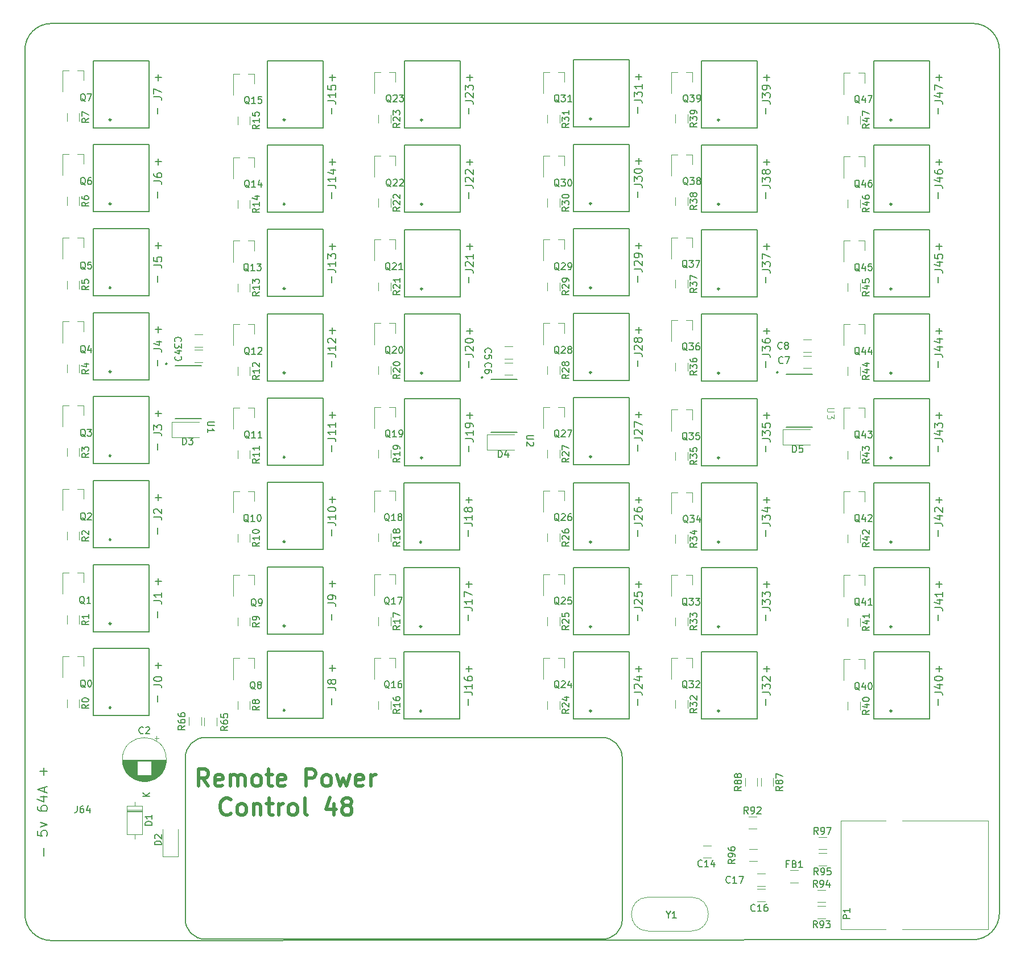
<source format=gbr>
G04 #@! TF.GenerationSoftware,KiCad,Pcbnew,(5.1.6)-1*
G04 #@! TF.CreationDate,2020-08-06T21:08:40-05:00*
G04 #@! TF.ProjectId,atv_hat_hw,6174765f-6861-4745-9f68-772e6b696361,1.0*
G04 #@! TF.SameCoordinates,Original*
G04 #@! TF.FileFunction,Legend,Top*
G04 #@! TF.FilePolarity,Positive*
%FSLAX46Y46*%
G04 Gerber Fmt 4.6, Leading zero omitted, Abs format (unit mm)*
G04 Created by KiCad (PCBNEW (5.1.6)-1) date 2020-08-06 21:08:40*
%MOMM*%
%LPD*%
G01*
G04 APERTURE LIST*
G04 #@! TA.AperFunction,Profile*
%ADD10C,0.150000*%
G04 #@! TD*
%ADD11C,0.500000*%
%ADD12C,0.150000*%
%ADD13C,0.200000*%
%ADD14C,0.120000*%
%ADD15C,0.127000*%
%ADD16C,0.280000*%
%ADD17C,0.203200*%
%ADD18C,0.015000*%
G04 APERTURE END LIST*
D10*
X194183000Y-25273000D02*
X194183000Y-153797000D01*
X53086000Y-21336000D02*
X190246000Y-21336000D01*
X49149000Y-153924000D02*
X49149000Y-25273000D01*
X190246000Y-157734000D02*
X53086000Y-157861000D01*
X194183000Y-153797000D02*
G75*
G02*
X190246000Y-157734000I-3937000J0D01*
G01*
X190246000Y-21336000D02*
G75*
G02*
X194183000Y-25273000I0J-3937000D01*
G01*
X49149000Y-25273000D02*
G75*
G02*
X53086000Y-21336000I3937000J0D01*
G01*
X53086000Y-157861000D02*
G75*
G02*
X49149000Y-153924000I0J3937000D01*
G01*
D11*
X76460047Y-134884047D02*
X75613380Y-133674523D01*
X75008619Y-134884047D02*
X75008619Y-132344047D01*
X75976238Y-132344047D01*
X76218142Y-132465000D01*
X76339095Y-132585952D01*
X76460047Y-132827857D01*
X76460047Y-133190714D01*
X76339095Y-133432619D01*
X76218142Y-133553571D01*
X75976238Y-133674523D01*
X75008619Y-133674523D01*
X78516238Y-134763095D02*
X78274333Y-134884047D01*
X77790523Y-134884047D01*
X77548619Y-134763095D01*
X77427666Y-134521190D01*
X77427666Y-133553571D01*
X77548619Y-133311666D01*
X77790523Y-133190714D01*
X78274333Y-133190714D01*
X78516238Y-133311666D01*
X78637190Y-133553571D01*
X78637190Y-133795476D01*
X77427666Y-134037380D01*
X79725761Y-134884047D02*
X79725761Y-133190714D01*
X79725761Y-133432619D02*
X79846714Y-133311666D01*
X80088619Y-133190714D01*
X80451476Y-133190714D01*
X80693380Y-133311666D01*
X80814333Y-133553571D01*
X80814333Y-134884047D01*
X80814333Y-133553571D02*
X80935285Y-133311666D01*
X81177190Y-133190714D01*
X81540047Y-133190714D01*
X81781952Y-133311666D01*
X81902904Y-133553571D01*
X81902904Y-134884047D01*
X83475285Y-134884047D02*
X83233380Y-134763095D01*
X83112428Y-134642142D01*
X82991476Y-134400238D01*
X82991476Y-133674523D01*
X83112428Y-133432619D01*
X83233380Y-133311666D01*
X83475285Y-133190714D01*
X83838142Y-133190714D01*
X84080047Y-133311666D01*
X84201000Y-133432619D01*
X84321952Y-133674523D01*
X84321952Y-134400238D01*
X84201000Y-134642142D01*
X84080047Y-134763095D01*
X83838142Y-134884047D01*
X83475285Y-134884047D01*
X85047666Y-133190714D02*
X86015285Y-133190714D01*
X85410523Y-132344047D02*
X85410523Y-134521190D01*
X85531476Y-134763095D01*
X85773380Y-134884047D01*
X86015285Y-134884047D01*
X87829571Y-134763095D02*
X87587666Y-134884047D01*
X87103857Y-134884047D01*
X86861952Y-134763095D01*
X86741000Y-134521190D01*
X86741000Y-133553571D01*
X86861952Y-133311666D01*
X87103857Y-133190714D01*
X87587666Y-133190714D01*
X87829571Y-133311666D01*
X87950523Y-133553571D01*
X87950523Y-133795476D01*
X86741000Y-134037380D01*
X90974333Y-134884047D02*
X90974333Y-132344047D01*
X91941952Y-132344047D01*
X92183857Y-132465000D01*
X92304809Y-132585952D01*
X92425761Y-132827857D01*
X92425761Y-133190714D01*
X92304809Y-133432619D01*
X92183857Y-133553571D01*
X91941952Y-133674523D01*
X90974333Y-133674523D01*
X93877190Y-134884047D02*
X93635285Y-134763095D01*
X93514333Y-134642142D01*
X93393380Y-134400238D01*
X93393380Y-133674523D01*
X93514333Y-133432619D01*
X93635285Y-133311666D01*
X93877190Y-133190714D01*
X94240047Y-133190714D01*
X94481952Y-133311666D01*
X94602904Y-133432619D01*
X94723857Y-133674523D01*
X94723857Y-134400238D01*
X94602904Y-134642142D01*
X94481952Y-134763095D01*
X94240047Y-134884047D01*
X93877190Y-134884047D01*
X95570523Y-133190714D02*
X96054333Y-134884047D01*
X96538142Y-133674523D01*
X97021952Y-134884047D01*
X97505761Y-133190714D01*
X99441000Y-134763095D02*
X99199095Y-134884047D01*
X98715285Y-134884047D01*
X98473380Y-134763095D01*
X98352428Y-134521190D01*
X98352428Y-133553571D01*
X98473380Y-133311666D01*
X98715285Y-133190714D01*
X99199095Y-133190714D01*
X99441000Y-133311666D01*
X99561952Y-133553571D01*
X99561952Y-133795476D01*
X98352428Y-134037380D01*
X100650523Y-134884047D02*
X100650523Y-133190714D01*
X100650523Y-133674523D02*
X100771476Y-133432619D01*
X100892428Y-133311666D01*
X101134333Y-133190714D01*
X101376238Y-133190714D01*
X79786238Y-138952142D02*
X79665285Y-139073095D01*
X79302428Y-139194047D01*
X79060523Y-139194047D01*
X78697666Y-139073095D01*
X78455761Y-138831190D01*
X78334809Y-138589285D01*
X78213857Y-138105476D01*
X78213857Y-137742619D01*
X78334809Y-137258809D01*
X78455761Y-137016904D01*
X78697666Y-136775000D01*
X79060523Y-136654047D01*
X79302428Y-136654047D01*
X79665285Y-136775000D01*
X79786238Y-136895952D01*
X81237666Y-139194047D02*
X80995761Y-139073095D01*
X80874809Y-138952142D01*
X80753857Y-138710238D01*
X80753857Y-137984523D01*
X80874809Y-137742619D01*
X80995761Y-137621666D01*
X81237666Y-137500714D01*
X81600523Y-137500714D01*
X81842428Y-137621666D01*
X81963380Y-137742619D01*
X82084333Y-137984523D01*
X82084333Y-138710238D01*
X81963380Y-138952142D01*
X81842428Y-139073095D01*
X81600523Y-139194047D01*
X81237666Y-139194047D01*
X83172904Y-137500714D02*
X83172904Y-139194047D01*
X83172904Y-137742619D02*
X83293857Y-137621666D01*
X83535761Y-137500714D01*
X83898619Y-137500714D01*
X84140523Y-137621666D01*
X84261476Y-137863571D01*
X84261476Y-139194047D01*
X85108142Y-137500714D02*
X86075761Y-137500714D01*
X85471000Y-136654047D02*
X85471000Y-138831190D01*
X85591952Y-139073095D01*
X85833857Y-139194047D01*
X86075761Y-139194047D01*
X86922428Y-139194047D02*
X86922428Y-137500714D01*
X86922428Y-137984523D02*
X87043380Y-137742619D01*
X87164333Y-137621666D01*
X87406238Y-137500714D01*
X87648142Y-137500714D01*
X88857666Y-139194047D02*
X88615761Y-139073095D01*
X88494809Y-138952142D01*
X88373857Y-138710238D01*
X88373857Y-137984523D01*
X88494809Y-137742619D01*
X88615761Y-137621666D01*
X88857666Y-137500714D01*
X89220523Y-137500714D01*
X89462428Y-137621666D01*
X89583380Y-137742619D01*
X89704333Y-137984523D01*
X89704333Y-138710238D01*
X89583380Y-138952142D01*
X89462428Y-139073095D01*
X89220523Y-139194047D01*
X88857666Y-139194047D01*
X91155761Y-139194047D02*
X90913857Y-139073095D01*
X90792904Y-138831190D01*
X90792904Y-136654047D01*
X95147190Y-137500714D02*
X95147190Y-139194047D01*
X94542428Y-136533095D02*
X93937666Y-138347380D01*
X95510047Y-138347380D01*
X96840523Y-137742619D02*
X96598619Y-137621666D01*
X96477666Y-137500714D01*
X96356714Y-137258809D01*
X96356714Y-137137857D01*
X96477666Y-136895952D01*
X96598619Y-136775000D01*
X96840523Y-136654047D01*
X97324333Y-136654047D01*
X97566238Y-136775000D01*
X97687190Y-136895952D01*
X97808142Y-137137857D01*
X97808142Y-137258809D01*
X97687190Y-137500714D01*
X97566238Y-137621666D01*
X97324333Y-137742619D01*
X96840523Y-137742619D01*
X96598619Y-137863571D01*
X96477666Y-137984523D01*
X96356714Y-138226428D01*
X96356714Y-138710238D01*
X96477666Y-138952142D01*
X96598619Y-139073095D01*
X96840523Y-139194047D01*
X97324333Y-139194047D01*
X97566238Y-139073095D01*
X97687190Y-138952142D01*
X97808142Y-138710238D01*
X97808142Y-138226428D01*
X97687190Y-137984523D01*
X97566238Y-137863571D01*
X97324333Y-137742619D01*
D12*
X135004799Y-127620878D02*
G75*
G02*
X138052799Y-130720099I1J-3048422D01*
G01*
X76026000Y-157644100D02*
X135004800Y-157644100D01*
X73028800Y-130720100D02*
X73028800Y-154596100D01*
X138055023Y-154646821D02*
X138055023Y-130720021D01*
X135004799Y-127620878D02*
X76076799Y-127620878D01*
X73030093Y-130720056D02*
G75*
G02*
X76076800Y-127621300I2995908J101557D01*
G01*
X76026188Y-157644100D02*
G75*
G02*
X73028801Y-154539966I-101788J2900935D01*
G01*
X138055024Y-154646821D02*
G75*
G02*
X135004801Y-157644099I-2897824J-101679D01*
G01*
D13*
X51923142Y-145255428D02*
X51923142Y-144112571D01*
X50994571Y-141541142D02*
X50994571Y-142255428D01*
X51708857Y-142326857D01*
X51637428Y-142255428D01*
X51566000Y-142112571D01*
X51566000Y-141755428D01*
X51637428Y-141612571D01*
X51708857Y-141541142D01*
X51851714Y-141469714D01*
X52208857Y-141469714D01*
X52351714Y-141541142D01*
X52423142Y-141612571D01*
X52494571Y-141755428D01*
X52494571Y-142112571D01*
X52423142Y-142255428D01*
X52351714Y-142326857D01*
X51494571Y-140969714D02*
X52494571Y-140612571D01*
X51494571Y-140255428D01*
X50994571Y-137898285D02*
X50994571Y-138184000D01*
X51066000Y-138326857D01*
X51137428Y-138398285D01*
X51351714Y-138541142D01*
X51637428Y-138612571D01*
X52208857Y-138612571D01*
X52351714Y-138541142D01*
X52423142Y-138469714D01*
X52494571Y-138326857D01*
X52494571Y-138041142D01*
X52423142Y-137898285D01*
X52351714Y-137826857D01*
X52208857Y-137755428D01*
X51851714Y-137755428D01*
X51708857Y-137826857D01*
X51637428Y-137898285D01*
X51566000Y-138041142D01*
X51566000Y-138326857D01*
X51637428Y-138469714D01*
X51708857Y-138541142D01*
X51851714Y-138612571D01*
X51494571Y-136469714D02*
X52494571Y-136469714D01*
X50923142Y-136826857D02*
X51994571Y-137184000D01*
X51994571Y-136255428D01*
X52066000Y-135755428D02*
X52066000Y-135041142D01*
X52494571Y-135898285D02*
X50994571Y-135398285D01*
X52494571Y-134898285D01*
X51923142Y-133255428D02*
X51923142Y-132112571D01*
X52494571Y-132684000D02*
X51351714Y-132684000D01*
D14*
X57251000Y-109489004D02*
X57251000Y-110693132D01*
X55431000Y-109489004D02*
X55431000Y-110693132D01*
X57251000Y-97026072D02*
X57251000Y-98230200D01*
X55431000Y-97026072D02*
X55431000Y-98230200D01*
X57251000Y-84563140D02*
X57251000Y-85767268D01*
X55431000Y-84563140D02*
X55431000Y-85767268D01*
X57251000Y-72100208D02*
X57251000Y-73304336D01*
X55431000Y-72100208D02*
X55431000Y-73304336D01*
X57251000Y-59637276D02*
X57251000Y-60841404D01*
X55431000Y-59637276D02*
X55431000Y-60841404D01*
X57251000Y-47174344D02*
X57251000Y-48378472D01*
X55431000Y-47174344D02*
X55431000Y-48378472D01*
X57251000Y-34711412D02*
X57251000Y-35915540D01*
X55431000Y-34711412D02*
X55431000Y-35915540D01*
X82651000Y-122205936D02*
X82651000Y-123410064D01*
X80831000Y-122205936D02*
X80831000Y-123410064D01*
X82651000Y-109776870D02*
X82651000Y-110980998D01*
X80831000Y-109776870D02*
X80831000Y-110980998D01*
X82651000Y-35202474D02*
X82651000Y-36406602D01*
X80831000Y-35202474D02*
X80831000Y-36406602D01*
X82651000Y-47631540D02*
X82651000Y-48835668D01*
X80831000Y-47631540D02*
X80831000Y-48835668D01*
X103606000Y-122205936D02*
X103606000Y-123410064D01*
X101786000Y-122205936D02*
X101786000Y-123410064D01*
X103606000Y-109743004D02*
X103606000Y-110947132D01*
X101786000Y-109743004D02*
X101786000Y-110947132D01*
X103606000Y-84817140D02*
X103606000Y-86021268D01*
X101786000Y-84817140D02*
X101786000Y-86021268D01*
X82651000Y-97347804D02*
X82651000Y-98551932D01*
X80831000Y-97347804D02*
X80831000Y-98551932D01*
X82651000Y-84918738D02*
X82651000Y-86122866D01*
X80831000Y-84918738D02*
X80831000Y-86122866D01*
X82651000Y-60060606D02*
X82651000Y-61264734D01*
X80831000Y-60060606D02*
X80831000Y-61264734D01*
X103606000Y-97280072D02*
X103606000Y-98484200D01*
X101786000Y-97280072D02*
X101786000Y-98484200D01*
X82651000Y-72489672D02*
X82651000Y-73693800D01*
X80831000Y-72489672D02*
X80831000Y-73693800D01*
X103606000Y-72354208D02*
X103606000Y-73558336D01*
X101786000Y-72354208D02*
X101786000Y-73558336D01*
X103606000Y-59891276D02*
X103606000Y-61095404D01*
X101786000Y-59891276D02*
X101786000Y-61095404D01*
X103606000Y-47428344D02*
X103606000Y-48632472D01*
X101786000Y-47428344D02*
X101786000Y-48632472D01*
X103606000Y-34965412D02*
X103606000Y-36169540D01*
X101786000Y-34965412D02*
X101786000Y-36169540D01*
X128752000Y-122205936D02*
X128752000Y-123410064D01*
X126932000Y-122205936D02*
X126932000Y-123410064D01*
X128752000Y-109743004D02*
X128752000Y-110947132D01*
X126932000Y-109743004D02*
X126932000Y-110947132D01*
X128752000Y-97280072D02*
X128752000Y-98484200D01*
X126932000Y-97280072D02*
X126932000Y-98484200D01*
X128752000Y-84817140D02*
X128752000Y-86021268D01*
X126932000Y-84817140D02*
X126932000Y-86021268D01*
X128752000Y-72354208D02*
X128752000Y-73558336D01*
X126932000Y-72354208D02*
X126932000Y-73558336D01*
X128752000Y-59891276D02*
X128752000Y-61095404D01*
X126932000Y-59891276D02*
X126932000Y-61095404D01*
X147802000Y-85147340D02*
X147802000Y-86351468D01*
X145982000Y-85147340D02*
X145982000Y-86351468D01*
X147802000Y-97457872D02*
X147802000Y-98662000D01*
X145982000Y-97457872D02*
X145982000Y-98662000D01*
X147802000Y-71820808D02*
X147802000Y-73024936D01*
X145982000Y-71820808D02*
X145982000Y-73024936D01*
X147802000Y-59510276D02*
X147802000Y-60714404D01*
X145982000Y-59510276D02*
X145982000Y-60714404D01*
X147802000Y-34889212D02*
X147802000Y-36093340D01*
X145982000Y-34889212D02*
X145982000Y-36093340D01*
X128752000Y-47428344D02*
X128752000Y-48632472D01*
X126932000Y-47428344D02*
X126932000Y-48632472D01*
X128752000Y-34965412D02*
X128752000Y-36169540D01*
X126932000Y-34965412D02*
X126932000Y-36169540D01*
X147802000Y-109768404D02*
X147802000Y-110972532D01*
X145982000Y-109768404D02*
X145982000Y-110972532D01*
X147802000Y-47199744D02*
X147802000Y-48403872D01*
X145982000Y-47199744D02*
X145982000Y-48403872D01*
X147802000Y-122078936D02*
X147802000Y-123283064D01*
X145982000Y-122078936D02*
X145982000Y-123283064D01*
X173456000Y-122332936D02*
X173456000Y-123537064D01*
X171636000Y-122332936D02*
X171636000Y-123537064D01*
X173456000Y-109870004D02*
X173456000Y-111074132D01*
X171636000Y-109870004D02*
X171636000Y-111074132D01*
X173456000Y-97407072D02*
X173456000Y-98611200D01*
X171636000Y-97407072D02*
X171636000Y-98611200D01*
X173456000Y-84944140D02*
X173456000Y-86148268D01*
X171636000Y-84944140D02*
X171636000Y-86148268D01*
X173456000Y-72481208D02*
X173456000Y-73685336D01*
X171636000Y-72481208D02*
X171636000Y-73685336D01*
X173456000Y-60018276D02*
X173456000Y-61222404D01*
X171636000Y-60018276D02*
X171636000Y-61222404D01*
X173456000Y-47555344D02*
X173456000Y-48759472D01*
X171636000Y-47555344D02*
X171636000Y-48759472D01*
X173456000Y-35092412D02*
X173456000Y-36296540D01*
X171636000Y-35092412D02*
X171636000Y-36296540D01*
X75878000Y-125859564D02*
X75878000Y-124655436D01*
X77698000Y-125859564D02*
X77698000Y-124655436D01*
X73592000Y-125823064D02*
X73592000Y-124618936D01*
X75412000Y-125823064D02*
X75412000Y-124618936D01*
X160548000Y-133683936D02*
X160548000Y-134888064D01*
X158728000Y-133683936D02*
X158728000Y-134888064D01*
X158135000Y-133683936D02*
X158135000Y-134888064D01*
X156315000Y-133683936D02*
X156315000Y-134888064D01*
X156830936Y-139424000D02*
X158035064Y-139424000D01*
X156830936Y-141244000D02*
X158035064Y-141244000D01*
X168322064Y-154579000D02*
X167117936Y-154579000D01*
X168322064Y-152759000D02*
X167117936Y-152759000D01*
X167117936Y-150346000D02*
X168322064Y-150346000D01*
X167117936Y-152166000D02*
X168322064Y-152166000D01*
X168449064Y-146705000D02*
X167244936Y-146705000D01*
X168449064Y-144885000D02*
X167244936Y-144885000D01*
X158162064Y-146070000D02*
X156957936Y-146070000D01*
X158162064Y-144250000D02*
X156957936Y-144250000D01*
X167244936Y-142472000D02*
X168449064Y-142472000D01*
X167244936Y-144292000D02*
X168449064Y-144292000D01*
X57251000Y-121951936D02*
X57251000Y-123156064D01*
X55431000Y-121951936D02*
X55431000Y-123156064D01*
X57921000Y-103099602D02*
X56991000Y-103099602D01*
X54761000Y-103099602D02*
X55691000Y-103099602D01*
X54761000Y-103099602D02*
X54761000Y-106259602D01*
X57921000Y-103099602D02*
X57921000Y-104559602D01*
X57921000Y-90636670D02*
X56991000Y-90636670D01*
X54761000Y-90636670D02*
X55691000Y-90636670D01*
X54761000Y-90636670D02*
X54761000Y-93796670D01*
X57921000Y-90636670D02*
X57921000Y-92096670D01*
X57921000Y-78173738D02*
X56991000Y-78173738D01*
X54761000Y-78173738D02*
X55691000Y-78173738D01*
X54761000Y-78173738D02*
X54761000Y-81333738D01*
X57921000Y-78173738D02*
X57921000Y-79633738D01*
X57921000Y-65710806D02*
X56991000Y-65710806D01*
X54761000Y-65710806D02*
X55691000Y-65710806D01*
X54761000Y-65710806D02*
X54761000Y-68870806D01*
X57921000Y-65710806D02*
X57921000Y-67170806D01*
X57921000Y-53247874D02*
X56991000Y-53247874D01*
X54761000Y-53247874D02*
X55691000Y-53247874D01*
X54761000Y-53247874D02*
X54761000Y-56407874D01*
X57921000Y-53247874D02*
X57921000Y-54707874D01*
X57921000Y-40784942D02*
X56991000Y-40784942D01*
X54761000Y-40784942D02*
X55691000Y-40784942D01*
X54761000Y-40784942D02*
X54761000Y-43944942D01*
X57921000Y-40784942D02*
X57921000Y-42244942D01*
X57921000Y-28322000D02*
X56991000Y-28322000D01*
X54761000Y-28322000D02*
X55691000Y-28322000D01*
X54761000Y-28322000D02*
X54761000Y-31482000D01*
X57921000Y-28322000D02*
X57921000Y-29782000D01*
X83321000Y-115833467D02*
X82391000Y-115833467D01*
X80161000Y-115833467D02*
X81091000Y-115833467D01*
X80161000Y-115833467D02*
X80161000Y-118993467D01*
X83321000Y-115833467D02*
X83321000Y-117293467D01*
X83321000Y-103404401D02*
X82391000Y-103404401D01*
X80161000Y-103404401D02*
X81091000Y-103404401D01*
X80161000Y-103404401D02*
X80161000Y-106564401D01*
X83321000Y-103404401D02*
X83321000Y-104864401D01*
X83321000Y-28830000D02*
X82391000Y-28830000D01*
X80161000Y-28830000D02*
X81091000Y-28830000D01*
X80161000Y-28830000D02*
X80161000Y-31990000D01*
X83321000Y-28830000D02*
X83321000Y-30290000D01*
X83321000Y-41259071D02*
X82391000Y-41259071D01*
X80161000Y-41259071D02*
X81091000Y-41259071D01*
X80161000Y-41259071D02*
X80161000Y-44419071D01*
X83321000Y-41259071D02*
X83321000Y-42719071D01*
X104276000Y-115816534D02*
X103346000Y-115816534D01*
X101116000Y-115816534D02*
X102046000Y-115816534D01*
X101116000Y-115816534D02*
X101116000Y-118976534D01*
X104276000Y-115816534D02*
X104276000Y-117276534D01*
X104276000Y-103353602D02*
X103346000Y-103353602D01*
X101116000Y-103353602D02*
X102046000Y-103353602D01*
X101116000Y-103353602D02*
X101116000Y-106513602D01*
X104276000Y-103353602D02*
X104276000Y-104813602D01*
X104276000Y-78427738D02*
X103346000Y-78427738D01*
X101116000Y-78427738D02*
X102046000Y-78427738D01*
X101116000Y-78427738D02*
X101116000Y-81587738D01*
X104276000Y-78427738D02*
X104276000Y-79887738D01*
X83321000Y-90975335D02*
X82391000Y-90975335D01*
X80161000Y-90975335D02*
X81091000Y-90975335D01*
X80161000Y-90975335D02*
X80161000Y-94135335D01*
X83321000Y-90975335D02*
X83321000Y-92435335D01*
X83321000Y-78546269D02*
X82391000Y-78546269D01*
X80161000Y-78546269D02*
X81091000Y-78546269D01*
X80161000Y-78546269D02*
X80161000Y-81706269D01*
X83321000Y-78546269D02*
X83321000Y-80006269D01*
X83321000Y-53688137D02*
X82391000Y-53688137D01*
X80161000Y-53688137D02*
X81091000Y-53688137D01*
X80161000Y-53688137D02*
X80161000Y-56848137D01*
X83321000Y-53688137D02*
X83321000Y-55148137D01*
X104276000Y-90890670D02*
X103346000Y-90890670D01*
X101116000Y-90890670D02*
X102046000Y-90890670D01*
X101116000Y-90890670D02*
X101116000Y-94050670D01*
X104276000Y-90890670D02*
X104276000Y-92350670D01*
X83321000Y-66117203D02*
X82391000Y-66117203D01*
X80161000Y-66117203D02*
X81091000Y-66117203D01*
X80161000Y-66117203D02*
X80161000Y-69277203D01*
X83321000Y-66117203D02*
X83321000Y-67577203D01*
X104276000Y-65964806D02*
X103346000Y-65964806D01*
X101116000Y-65964806D02*
X102046000Y-65964806D01*
X101116000Y-65964806D02*
X101116000Y-69124806D01*
X104276000Y-65964806D02*
X104276000Y-67424806D01*
X104276000Y-53501874D02*
X103346000Y-53501874D01*
X101116000Y-53501874D02*
X102046000Y-53501874D01*
X101116000Y-53501874D02*
X101116000Y-56661874D01*
X104276000Y-53501874D02*
X104276000Y-54961874D01*
X104276000Y-41038942D02*
X103346000Y-41038942D01*
X101116000Y-41038942D02*
X102046000Y-41038942D01*
X101116000Y-41038942D02*
X101116000Y-44198942D01*
X104276000Y-41038942D02*
X104276000Y-42498942D01*
X104276000Y-28576000D02*
X103346000Y-28576000D01*
X101116000Y-28576000D02*
X102046000Y-28576000D01*
X101116000Y-28576000D02*
X101116000Y-31736000D01*
X104276000Y-28576000D02*
X104276000Y-30036000D01*
X129422000Y-115816534D02*
X128492000Y-115816534D01*
X126262000Y-115816534D02*
X127192000Y-115816534D01*
X126262000Y-115816534D02*
X126262000Y-118976534D01*
X129422000Y-115816534D02*
X129422000Y-117276534D01*
X129422000Y-103353602D02*
X128492000Y-103353602D01*
X126262000Y-103353602D02*
X127192000Y-103353602D01*
X126262000Y-103353602D02*
X126262000Y-106513602D01*
X129422000Y-103353602D02*
X129422000Y-104813602D01*
X129422000Y-90890670D02*
X128492000Y-90890670D01*
X126262000Y-90890670D02*
X127192000Y-90890670D01*
X126262000Y-90890670D02*
X126262000Y-94050670D01*
X129422000Y-90890670D02*
X129422000Y-92350670D01*
X129422000Y-78427738D02*
X128492000Y-78427738D01*
X126262000Y-78427738D02*
X127192000Y-78427738D01*
X126262000Y-78427738D02*
X126262000Y-81587738D01*
X129422000Y-78427738D02*
X129422000Y-79887738D01*
X129422000Y-65964806D02*
X128492000Y-65964806D01*
X126262000Y-65964806D02*
X127192000Y-65964806D01*
X126262000Y-65964806D02*
X126262000Y-69124806D01*
X129422000Y-65964806D02*
X129422000Y-67424806D01*
X129422000Y-53501874D02*
X128492000Y-53501874D01*
X126262000Y-53501874D02*
X127192000Y-53501874D01*
X126262000Y-53501874D02*
X126262000Y-56661874D01*
X129422000Y-53501874D02*
X129422000Y-54961874D01*
X148472000Y-78834138D02*
X147542000Y-78834138D01*
X145312000Y-78834138D02*
X146242000Y-78834138D01*
X145312000Y-78834138D02*
X145312000Y-81994138D01*
X148472000Y-78834138D02*
X148472000Y-80294138D01*
X148472000Y-91144670D02*
X147542000Y-91144670D01*
X145312000Y-91144670D02*
X146242000Y-91144670D01*
X145312000Y-91144670D02*
X145312000Y-94304670D01*
X148472000Y-91144670D02*
X148472000Y-92604670D01*
X148472000Y-65507606D02*
X147542000Y-65507606D01*
X145312000Y-65507606D02*
X146242000Y-65507606D01*
X145312000Y-65507606D02*
X145312000Y-68667606D01*
X148472000Y-65507606D02*
X148472000Y-66967606D01*
X148472000Y-53197074D02*
X147542000Y-53197074D01*
X145312000Y-53197074D02*
X146242000Y-53197074D01*
X145312000Y-53197074D02*
X145312000Y-56357074D01*
X148472000Y-53197074D02*
X148472000Y-54657074D01*
X148472000Y-28576000D02*
X147542000Y-28576000D01*
X145312000Y-28576000D02*
X146242000Y-28576000D01*
X145312000Y-28576000D02*
X145312000Y-31736000D01*
X148472000Y-28576000D02*
X148472000Y-30036000D01*
X129422000Y-41038942D02*
X128492000Y-41038942D01*
X126262000Y-41038942D02*
X127192000Y-41038942D01*
X126262000Y-41038942D02*
X126262000Y-44198942D01*
X129422000Y-41038942D02*
X129422000Y-42498942D01*
X129422000Y-28576000D02*
X128492000Y-28576000D01*
X126262000Y-28576000D02*
X127192000Y-28576000D01*
X126262000Y-28576000D02*
X126262000Y-31736000D01*
X129422000Y-28576000D02*
X129422000Y-30036000D01*
X148472000Y-103455202D02*
X147542000Y-103455202D01*
X145312000Y-103455202D02*
X146242000Y-103455202D01*
X145312000Y-103455202D02*
X145312000Y-106615202D01*
X148472000Y-103455202D02*
X148472000Y-104915202D01*
X148472000Y-40886542D02*
X147542000Y-40886542D01*
X145312000Y-40886542D02*
X146242000Y-40886542D01*
X145312000Y-40886542D02*
X145312000Y-44046542D01*
X148472000Y-40886542D02*
X148472000Y-42346542D01*
X148472000Y-115765734D02*
X147542000Y-115765734D01*
X145312000Y-115765734D02*
X146242000Y-115765734D01*
X145312000Y-115765734D02*
X145312000Y-118925734D01*
X148472000Y-115765734D02*
X148472000Y-117225734D01*
X174126000Y-115943534D02*
X173196000Y-115943534D01*
X170966000Y-115943534D02*
X171896000Y-115943534D01*
X170966000Y-115943534D02*
X170966000Y-119103534D01*
X174126000Y-115943534D02*
X174126000Y-117403534D01*
X174126000Y-103480602D02*
X173196000Y-103480602D01*
X170966000Y-103480602D02*
X171896000Y-103480602D01*
X170966000Y-103480602D02*
X170966000Y-106640602D01*
X174126000Y-103480602D02*
X174126000Y-104940602D01*
X174126000Y-91017670D02*
X173196000Y-91017670D01*
X170966000Y-91017670D02*
X171896000Y-91017670D01*
X170966000Y-91017670D02*
X170966000Y-94177670D01*
X174126000Y-91017670D02*
X174126000Y-92477670D01*
X174126000Y-78554738D02*
X173196000Y-78554738D01*
X170966000Y-78554738D02*
X171896000Y-78554738D01*
X170966000Y-78554738D02*
X170966000Y-81714738D01*
X174126000Y-78554738D02*
X174126000Y-80014738D01*
X174126000Y-66091806D02*
X173196000Y-66091806D01*
X170966000Y-66091806D02*
X171896000Y-66091806D01*
X170966000Y-66091806D02*
X170966000Y-69251806D01*
X174126000Y-66091806D02*
X174126000Y-67551806D01*
X174126000Y-53628874D02*
X173196000Y-53628874D01*
X170966000Y-53628874D02*
X171896000Y-53628874D01*
X170966000Y-53628874D02*
X170966000Y-56788874D01*
X174126000Y-53628874D02*
X174126000Y-55088874D01*
X174126000Y-41165942D02*
X173196000Y-41165942D01*
X170966000Y-41165942D02*
X171896000Y-41165942D01*
X170966000Y-41165942D02*
X170966000Y-44325942D01*
X174126000Y-41165942D02*
X174126000Y-42625942D01*
X174126000Y-28703000D02*
X173196000Y-28703000D01*
X170966000Y-28703000D02*
X171896000Y-28703000D01*
X170966000Y-28703000D02*
X170966000Y-31863000D01*
X174126000Y-28703000D02*
X174126000Y-30163000D01*
X57921000Y-115562534D02*
X56991000Y-115562534D01*
X54761000Y-115562534D02*
X55691000Y-115562534D01*
X54761000Y-115562534D02*
X54761000Y-118722534D01*
X57921000Y-115562534D02*
X57921000Y-117022534D01*
D15*
X59326000Y-124379000D02*
X59326000Y-114379000D01*
X59326000Y-114379000D02*
X67626000Y-114379000D01*
X67626000Y-114379000D02*
X67626000Y-124379000D01*
X67626000Y-124379000D02*
X59326000Y-124379000D01*
D16*
X61966000Y-123179000D02*
G75*
G03*
X61966000Y-123179000I-140000J0D01*
G01*
D15*
X59326000Y-111878572D02*
X59326000Y-101878572D01*
X59326000Y-101878572D02*
X67626000Y-101878572D01*
X67626000Y-101878572D02*
X67626000Y-111878572D01*
X67626000Y-111878572D02*
X59326000Y-111878572D01*
D16*
X61966000Y-110678572D02*
G75*
G03*
X61966000Y-110678572I-140000J0D01*
G01*
D15*
X59326000Y-99378144D02*
X59326000Y-89378144D01*
X59326000Y-89378144D02*
X67626000Y-89378144D01*
X67626000Y-89378144D02*
X67626000Y-99378144D01*
X67626000Y-99378144D02*
X59326000Y-99378144D01*
D16*
X61966000Y-98178144D02*
G75*
G03*
X61966000Y-98178144I-140000J0D01*
G01*
D15*
X59326000Y-86877716D02*
X59326000Y-76877716D01*
X59326000Y-76877716D02*
X67626000Y-76877716D01*
X67626000Y-76877716D02*
X67626000Y-86877716D01*
X67626000Y-86877716D02*
X59326000Y-86877716D01*
D16*
X61966000Y-85677716D02*
G75*
G03*
X61966000Y-85677716I-140000J0D01*
G01*
D15*
X59326000Y-74377288D02*
X59326000Y-64377288D01*
X59326000Y-64377288D02*
X67626000Y-64377288D01*
X67626000Y-64377288D02*
X67626000Y-74377288D01*
X67626000Y-74377288D02*
X59326000Y-74377288D01*
D16*
X61966000Y-73177288D02*
G75*
G03*
X61966000Y-73177288I-140000J0D01*
G01*
D15*
X59326000Y-61876860D02*
X59326000Y-51876860D01*
X59326000Y-51876860D02*
X67626000Y-51876860D01*
X67626000Y-51876860D02*
X67626000Y-61876860D01*
X67626000Y-61876860D02*
X59326000Y-61876860D01*
D16*
X61966000Y-60676860D02*
G75*
G03*
X61966000Y-60676860I-140000J0D01*
G01*
D15*
X59326000Y-49376432D02*
X59326000Y-39376432D01*
X59326000Y-39376432D02*
X67626000Y-39376432D01*
X67626000Y-39376432D02*
X67626000Y-49376432D01*
X67626000Y-49376432D02*
X59326000Y-49376432D01*
D16*
X61966000Y-48176432D02*
G75*
G03*
X61966000Y-48176432I-140000J0D01*
G01*
D15*
X59326000Y-36876000D02*
X59326000Y-26876000D01*
X59326000Y-26876000D02*
X67626000Y-26876000D01*
X67626000Y-26876000D02*
X67626000Y-36876000D01*
X67626000Y-36876000D02*
X59326000Y-36876000D01*
D16*
X61966000Y-35676000D02*
G75*
G03*
X61966000Y-35676000I-140000J0D01*
G01*
D15*
X85234000Y-124783013D02*
X85234000Y-114783013D01*
X85234000Y-114783013D02*
X93534000Y-114783013D01*
X93534000Y-114783013D02*
X93534000Y-124783013D01*
X93534000Y-124783013D02*
X85234000Y-124783013D01*
D16*
X87874000Y-123583013D02*
G75*
G03*
X87874000Y-123583013I-140000J0D01*
G01*
D15*
X85234000Y-112224869D02*
X85234000Y-102224869D01*
X85234000Y-102224869D02*
X93534000Y-102224869D01*
X93534000Y-102224869D02*
X93534000Y-112224869D01*
X93534000Y-112224869D02*
X85234000Y-112224869D01*
D16*
X87874000Y-111024869D02*
G75*
G03*
X87874000Y-111024869I-140000J0D01*
G01*
D15*
X85234000Y-36876000D02*
X85234000Y-26876000D01*
X85234000Y-26876000D02*
X93534000Y-26876000D01*
X93534000Y-26876000D02*
X93534000Y-36876000D01*
X93534000Y-36876000D02*
X85234000Y-36876000D01*
D16*
X87874000Y-35676000D02*
G75*
G03*
X87874000Y-35676000I-140000J0D01*
G01*
D15*
X85234000Y-49434149D02*
X85234000Y-39434149D01*
X85234000Y-39434149D02*
X93534000Y-39434149D01*
X93534000Y-39434149D02*
X93534000Y-49434149D01*
X93534000Y-49434149D02*
X85234000Y-49434149D01*
D16*
X87874000Y-48234149D02*
G75*
G03*
X87874000Y-48234149I-140000J0D01*
G01*
D15*
X105554000Y-124887000D02*
X105554000Y-114887000D01*
X105554000Y-114887000D02*
X113854000Y-114887000D01*
X113854000Y-114887000D02*
X113854000Y-124887000D01*
X113854000Y-124887000D02*
X105554000Y-124887000D01*
D16*
X108194000Y-123687000D02*
G75*
G03*
X108194000Y-123687000I-140000J0D01*
G01*
D15*
X105554000Y-112314000D02*
X105554000Y-102314000D01*
X105554000Y-102314000D02*
X113854000Y-102314000D01*
X113854000Y-102314000D02*
X113854000Y-112314000D01*
X113854000Y-112314000D02*
X105554000Y-112314000D01*
D16*
X108194000Y-111114000D02*
G75*
G03*
X108194000Y-111114000I-140000J0D01*
G01*
D15*
X105681000Y-87168000D02*
X105681000Y-77168000D01*
X105681000Y-77168000D02*
X113981000Y-77168000D01*
X113981000Y-77168000D02*
X113981000Y-87168000D01*
X113981000Y-87168000D02*
X105681000Y-87168000D01*
D16*
X108321000Y-85968000D02*
G75*
G03*
X108321000Y-85968000I-140000J0D01*
G01*
D15*
X85234000Y-99666725D02*
X85234000Y-89666725D01*
X85234000Y-89666725D02*
X93534000Y-89666725D01*
X93534000Y-89666725D02*
X93534000Y-99666725D01*
X93534000Y-99666725D02*
X85234000Y-99666725D01*
D16*
X87874000Y-98466725D02*
G75*
G03*
X87874000Y-98466725I-140000J0D01*
G01*
D15*
X85234000Y-87108581D02*
X85234000Y-77108581D01*
X85234000Y-77108581D02*
X93534000Y-77108581D01*
X93534000Y-77108581D02*
X93534000Y-87108581D01*
X93534000Y-87108581D02*
X85234000Y-87108581D01*
D16*
X87874000Y-85908581D02*
G75*
G03*
X87874000Y-85908581I-140000J0D01*
G01*
D15*
X85234000Y-61992293D02*
X85234000Y-51992293D01*
X85234000Y-51992293D02*
X93534000Y-51992293D01*
X93534000Y-51992293D02*
X93534000Y-61992293D01*
X93534000Y-61992293D02*
X85234000Y-61992293D01*
D16*
X87874000Y-60792293D02*
G75*
G03*
X87874000Y-60792293I-140000J0D01*
G01*
D15*
X105554000Y-99741000D02*
X105554000Y-89741000D01*
X105554000Y-89741000D02*
X113854000Y-89741000D01*
X113854000Y-89741000D02*
X113854000Y-99741000D01*
X113854000Y-99741000D02*
X105554000Y-99741000D01*
D16*
X108194000Y-98541000D02*
G75*
G03*
X108194000Y-98541000I-140000J0D01*
G01*
D15*
X85234000Y-74550437D02*
X85234000Y-64550437D01*
X85234000Y-64550437D02*
X93534000Y-64550437D01*
X93534000Y-64550437D02*
X93534000Y-74550437D01*
X93534000Y-74550437D02*
X85234000Y-74550437D01*
D16*
X87874000Y-73350437D02*
G75*
G03*
X87874000Y-73350437I-140000J0D01*
G01*
D15*
X105681000Y-74595000D02*
X105681000Y-64595000D01*
X105681000Y-64595000D02*
X113981000Y-64595000D01*
X113981000Y-64595000D02*
X113981000Y-74595000D01*
X113981000Y-74595000D02*
X105681000Y-74595000D01*
D16*
X108321000Y-73395000D02*
G75*
G03*
X108321000Y-73395000I-140000J0D01*
G01*
D15*
X105681000Y-62022000D02*
X105681000Y-52022000D01*
X105681000Y-52022000D02*
X113981000Y-52022000D01*
X113981000Y-52022000D02*
X113981000Y-62022000D01*
X113981000Y-62022000D02*
X105681000Y-62022000D01*
D16*
X108321000Y-60822000D02*
G75*
G03*
X108321000Y-60822000I-140000J0D01*
G01*
D15*
X105681000Y-49449000D02*
X105681000Y-39449000D01*
X105681000Y-39449000D02*
X113981000Y-39449000D01*
X113981000Y-39449000D02*
X113981000Y-49449000D01*
X113981000Y-49449000D02*
X105681000Y-49449000D01*
D16*
X108321000Y-48249000D02*
G75*
G03*
X108321000Y-48249000I-140000J0D01*
G01*
D15*
X105681000Y-36876000D02*
X105681000Y-26876000D01*
X105681000Y-26876000D02*
X113981000Y-26876000D01*
X113981000Y-26876000D02*
X113981000Y-36876000D01*
X113981000Y-36876000D02*
X105681000Y-36876000D01*
D16*
X108321000Y-35676000D02*
G75*
G03*
X108321000Y-35676000I-140000J0D01*
G01*
D15*
X130827000Y-124887000D02*
X130827000Y-114887000D01*
X130827000Y-114887000D02*
X139127000Y-114887000D01*
X139127000Y-114887000D02*
X139127000Y-124887000D01*
X139127000Y-124887000D02*
X130827000Y-124887000D01*
D16*
X133467000Y-123687000D02*
G75*
G03*
X133467000Y-123687000I-140000J0D01*
G01*
D15*
X130827000Y-112314000D02*
X130827000Y-102314000D01*
X130827000Y-102314000D02*
X139127000Y-102314000D01*
X139127000Y-102314000D02*
X139127000Y-112314000D01*
X139127000Y-112314000D02*
X130827000Y-112314000D01*
D16*
X133467000Y-111114000D02*
G75*
G03*
X133467000Y-111114000I-140000J0D01*
G01*
D15*
X130827000Y-99741000D02*
X130827000Y-89741000D01*
X130827000Y-89741000D02*
X139127000Y-89741000D01*
X139127000Y-89741000D02*
X139127000Y-99741000D01*
X139127000Y-99741000D02*
X130827000Y-99741000D01*
D16*
X133467000Y-98541000D02*
G75*
G03*
X133467000Y-98541000I-140000J0D01*
G01*
D15*
X130827000Y-87041000D02*
X130827000Y-77041000D01*
X130827000Y-77041000D02*
X139127000Y-77041000D01*
X139127000Y-77041000D02*
X139127000Y-87041000D01*
X139127000Y-87041000D02*
X130827000Y-87041000D01*
D16*
X133467000Y-85841000D02*
G75*
G03*
X133467000Y-85841000I-140000J0D01*
G01*
D15*
X130827000Y-74468000D02*
X130827000Y-64468000D01*
X130827000Y-64468000D02*
X139127000Y-64468000D01*
X139127000Y-64468000D02*
X139127000Y-74468000D01*
X139127000Y-74468000D02*
X130827000Y-74468000D01*
D16*
X133467000Y-73268000D02*
G75*
G03*
X133467000Y-73268000I-140000J0D01*
G01*
D15*
X130827000Y-61895000D02*
X130827000Y-51895000D01*
X130827000Y-51895000D02*
X139127000Y-51895000D01*
X139127000Y-51895000D02*
X139127000Y-61895000D01*
X139127000Y-61895000D02*
X130827000Y-61895000D01*
D16*
X133467000Y-60695000D02*
G75*
G03*
X133467000Y-60695000I-140000J0D01*
G01*
D15*
X149877000Y-87168000D02*
X149877000Y-77168000D01*
X149877000Y-77168000D02*
X158177000Y-77168000D01*
X158177000Y-77168000D02*
X158177000Y-87168000D01*
X158177000Y-87168000D02*
X149877000Y-87168000D01*
D16*
X152517000Y-85968000D02*
G75*
G03*
X152517000Y-85968000I-140000J0D01*
G01*
D15*
X149877000Y-99741000D02*
X149877000Y-89741000D01*
X149877000Y-89741000D02*
X158177000Y-89741000D01*
X158177000Y-89741000D02*
X158177000Y-99741000D01*
X158177000Y-99741000D02*
X149877000Y-99741000D01*
D16*
X152517000Y-98541000D02*
G75*
G03*
X152517000Y-98541000I-140000J0D01*
G01*
D15*
X149877000Y-74595000D02*
X149877000Y-64595000D01*
X149877000Y-64595000D02*
X158177000Y-64595000D01*
X158177000Y-64595000D02*
X158177000Y-74595000D01*
X158177000Y-74595000D02*
X149877000Y-74595000D01*
D16*
X152517000Y-73395000D02*
G75*
G03*
X152517000Y-73395000I-140000J0D01*
G01*
D15*
X149877000Y-62022000D02*
X149877000Y-52022000D01*
X149877000Y-52022000D02*
X158177000Y-52022000D01*
X158177000Y-52022000D02*
X158177000Y-62022000D01*
X158177000Y-62022000D02*
X149877000Y-62022000D01*
D16*
X152517000Y-60822000D02*
G75*
G03*
X152517000Y-60822000I-140000J0D01*
G01*
D15*
X149877000Y-36876000D02*
X149877000Y-26876000D01*
X149877000Y-26876000D02*
X158177000Y-26876000D01*
X158177000Y-26876000D02*
X158177000Y-36876000D01*
X158177000Y-36876000D02*
X149877000Y-36876000D01*
D16*
X152517000Y-35676000D02*
G75*
G03*
X152517000Y-35676000I-140000J0D01*
G01*
D15*
X130827000Y-49322000D02*
X130827000Y-39322000D01*
X130827000Y-39322000D02*
X139127000Y-39322000D01*
X139127000Y-39322000D02*
X139127000Y-49322000D01*
X139127000Y-49322000D02*
X130827000Y-49322000D01*
D16*
X133467000Y-48122000D02*
G75*
G03*
X133467000Y-48122000I-140000J0D01*
G01*
D15*
X130827000Y-36749000D02*
X130827000Y-26749000D01*
X130827000Y-26749000D02*
X139127000Y-26749000D01*
X139127000Y-26749000D02*
X139127000Y-36749000D01*
X139127000Y-36749000D02*
X130827000Y-36749000D01*
D16*
X133467000Y-35549000D02*
G75*
G03*
X133467000Y-35549000I-140000J0D01*
G01*
D15*
X149877000Y-112314000D02*
X149877000Y-102314000D01*
X149877000Y-102314000D02*
X158177000Y-102314000D01*
X158177000Y-102314000D02*
X158177000Y-112314000D01*
X158177000Y-112314000D02*
X149877000Y-112314000D01*
D16*
X152517000Y-111114000D02*
G75*
G03*
X152517000Y-111114000I-140000J0D01*
G01*
D15*
X149877000Y-49449000D02*
X149877000Y-39449000D01*
X149877000Y-39449000D02*
X158177000Y-39449000D01*
X158177000Y-39449000D02*
X158177000Y-49449000D01*
X158177000Y-49449000D02*
X149877000Y-49449000D01*
D16*
X152517000Y-48249000D02*
G75*
G03*
X152517000Y-48249000I-140000J0D01*
G01*
D15*
X149877000Y-124887000D02*
X149877000Y-114887000D01*
X149877000Y-114887000D02*
X158177000Y-114887000D01*
X158177000Y-114887000D02*
X158177000Y-124887000D01*
X158177000Y-124887000D02*
X149877000Y-124887000D01*
D16*
X152517000Y-123687000D02*
G75*
G03*
X152517000Y-123687000I-140000J0D01*
G01*
D15*
X175531000Y-124887000D02*
X175531000Y-114887000D01*
X175531000Y-114887000D02*
X183831000Y-114887000D01*
X183831000Y-114887000D02*
X183831000Y-124887000D01*
X183831000Y-124887000D02*
X175531000Y-124887000D01*
D16*
X178171000Y-123687000D02*
G75*
G03*
X178171000Y-123687000I-140000J0D01*
G01*
D15*
X175531000Y-112314000D02*
X175531000Y-102314000D01*
X175531000Y-102314000D02*
X183831000Y-102314000D01*
X183831000Y-102314000D02*
X183831000Y-112314000D01*
X183831000Y-112314000D02*
X175531000Y-112314000D01*
D16*
X178171000Y-111114000D02*
G75*
G03*
X178171000Y-111114000I-140000J0D01*
G01*
D15*
X175531000Y-99741000D02*
X175531000Y-89741000D01*
X175531000Y-89741000D02*
X183831000Y-89741000D01*
X183831000Y-89741000D02*
X183831000Y-99741000D01*
X183831000Y-99741000D02*
X175531000Y-99741000D01*
D16*
X178171000Y-98541000D02*
G75*
G03*
X178171000Y-98541000I-140000J0D01*
G01*
D15*
X175531000Y-87168000D02*
X175531000Y-77168000D01*
X175531000Y-77168000D02*
X183831000Y-77168000D01*
X183831000Y-77168000D02*
X183831000Y-87168000D01*
X183831000Y-87168000D02*
X175531000Y-87168000D01*
D16*
X178171000Y-85968000D02*
G75*
G03*
X178171000Y-85968000I-140000J0D01*
G01*
D15*
X175531000Y-74595000D02*
X175531000Y-64595000D01*
X175531000Y-64595000D02*
X183831000Y-64595000D01*
X183831000Y-64595000D02*
X183831000Y-74595000D01*
X183831000Y-74595000D02*
X175531000Y-74595000D01*
D16*
X178171000Y-73395000D02*
G75*
G03*
X178171000Y-73395000I-140000J0D01*
G01*
D15*
X175531000Y-62022000D02*
X175531000Y-52022000D01*
X175531000Y-52022000D02*
X183831000Y-52022000D01*
X183831000Y-52022000D02*
X183831000Y-62022000D01*
X183831000Y-62022000D02*
X175531000Y-62022000D01*
D16*
X178171000Y-60822000D02*
G75*
G03*
X178171000Y-60822000I-140000J0D01*
G01*
D15*
X175531000Y-49449000D02*
X175531000Y-39449000D01*
X175531000Y-39449000D02*
X183831000Y-39449000D01*
X183831000Y-39449000D02*
X183831000Y-49449000D01*
X183831000Y-49449000D02*
X175531000Y-49449000D01*
D16*
X178171000Y-48249000D02*
G75*
G03*
X178171000Y-48249000I-140000J0D01*
G01*
D15*
X175531000Y-36876000D02*
X175531000Y-26876000D01*
X175531000Y-26876000D02*
X183831000Y-26876000D01*
X183831000Y-26876000D02*
X183831000Y-36876000D01*
X183831000Y-36876000D02*
X175531000Y-36876000D01*
D16*
X178171000Y-35676000D02*
G75*
G03*
X178171000Y-35676000I-140000J0D01*
G01*
D14*
X69083000Y-127731759D02*
X68453000Y-127731759D01*
X68768000Y-127416759D02*
X68768000Y-128046759D01*
X67331000Y-134158000D02*
X66527000Y-134158000D01*
X67562000Y-134118000D02*
X66296000Y-134118000D01*
X67731000Y-134078000D02*
X66127000Y-134078000D01*
X67869000Y-134038000D02*
X65989000Y-134038000D01*
X67988000Y-133998000D02*
X65870000Y-133998000D01*
X68094000Y-133958000D02*
X65764000Y-133958000D01*
X68191000Y-133918000D02*
X65667000Y-133918000D01*
X68279000Y-133878000D02*
X65579000Y-133878000D01*
X68361000Y-133838000D02*
X65497000Y-133838000D01*
X68438000Y-133798000D02*
X65420000Y-133798000D01*
X68510000Y-133758000D02*
X65348000Y-133758000D01*
X68579000Y-133718000D02*
X65279000Y-133718000D01*
X68643000Y-133678000D02*
X65215000Y-133678000D01*
X68705000Y-133638000D02*
X65153000Y-133638000D01*
X68763000Y-133598000D02*
X65095000Y-133598000D01*
X68819000Y-133558000D02*
X65039000Y-133558000D01*
X68873000Y-133518000D02*
X64985000Y-133518000D01*
X68924000Y-133478000D02*
X64934000Y-133478000D01*
X68973000Y-133438000D02*
X64885000Y-133438000D01*
X69021000Y-133398000D02*
X64837000Y-133398000D01*
X69066000Y-133358000D02*
X64792000Y-133358000D01*
X69111000Y-133318000D02*
X64747000Y-133318000D01*
X69153000Y-133278000D02*
X64705000Y-133278000D01*
X69194000Y-133238000D02*
X64664000Y-133238000D01*
X65889000Y-133198000D02*
X64624000Y-133198000D01*
X69234000Y-133198000D02*
X67969000Y-133198000D01*
X65889000Y-133158000D02*
X64586000Y-133158000D01*
X69272000Y-133158000D02*
X67969000Y-133158000D01*
X65889000Y-133118000D02*
X64549000Y-133118000D01*
X69309000Y-133118000D02*
X67969000Y-133118000D01*
X65889000Y-133078000D02*
X64513000Y-133078000D01*
X69345000Y-133078000D02*
X67969000Y-133078000D01*
X65889000Y-133038000D02*
X64479000Y-133038000D01*
X69379000Y-133038000D02*
X67969000Y-133038000D01*
X65889000Y-132998000D02*
X64445000Y-132998000D01*
X69413000Y-132998000D02*
X67969000Y-132998000D01*
X65889000Y-132958000D02*
X64413000Y-132958000D01*
X69445000Y-132958000D02*
X67969000Y-132958000D01*
X65889000Y-132918000D02*
X64381000Y-132918000D01*
X69477000Y-132918000D02*
X67969000Y-132918000D01*
X65889000Y-132878000D02*
X64351000Y-132878000D01*
X69507000Y-132878000D02*
X67969000Y-132878000D01*
X65889000Y-132838000D02*
X64322000Y-132838000D01*
X69536000Y-132838000D02*
X67969000Y-132838000D01*
X65889000Y-132798000D02*
X64293000Y-132798000D01*
X69565000Y-132798000D02*
X67969000Y-132798000D01*
X65889000Y-132758000D02*
X64265000Y-132758000D01*
X69593000Y-132758000D02*
X67969000Y-132758000D01*
X65889000Y-132718000D02*
X64239000Y-132718000D01*
X69619000Y-132718000D02*
X67969000Y-132718000D01*
X65889000Y-132678000D02*
X64213000Y-132678000D01*
X69645000Y-132678000D02*
X67969000Y-132678000D01*
X65889000Y-132638000D02*
X64187000Y-132638000D01*
X69671000Y-132638000D02*
X67969000Y-132638000D01*
X65889000Y-132598000D02*
X64163000Y-132598000D01*
X69695000Y-132598000D02*
X67969000Y-132598000D01*
X65889000Y-132558000D02*
X64139000Y-132558000D01*
X69719000Y-132558000D02*
X67969000Y-132558000D01*
X65889000Y-132518000D02*
X64117000Y-132518000D01*
X69741000Y-132518000D02*
X67969000Y-132518000D01*
X65889000Y-132478000D02*
X64095000Y-132478000D01*
X69763000Y-132478000D02*
X67969000Y-132478000D01*
X65889000Y-132438000D02*
X64073000Y-132438000D01*
X69785000Y-132438000D02*
X67969000Y-132438000D01*
X65889000Y-132398000D02*
X64053000Y-132398000D01*
X69805000Y-132398000D02*
X67969000Y-132398000D01*
X65889000Y-132358000D02*
X64033000Y-132358000D01*
X69825000Y-132358000D02*
X67969000Y-132358000D01*
X65889000Y-132318000D02*
X64013000Y-132318000D01*
X69845000Y-132318000D02*
X67969000Y-132318000D01*
X65889000Y-132278000D02*
X63995000Y-132278000D01*
X69863000Y-132278000D02*
X67969000Y-132278000D01*
X65889000Y-132238000D02*
X63977000Y-132238000D01*
X69881000Y-132238000D02*
X67969000Y-132238000D01*
X65889000Y-132198000D02*
X63959000Y-132198000D01*
X69899000Y-132198000D02*
X67969000Y-132198000D01*
X65889000Y-132158000D02*
X63943000Y-132158000D01*
X69915000Y-132158000D02*
X67969000Y-132158000D01*
X65889000Y-132118000D02*
X63927000Y-132118000D01*
X69931000Y-132118000D02*
X67969000Y-132118000D01*
X65889000Y-132078000D02*
X63911000Y-132078000D01*
X69947000Y-132078000D02*
X67969000Y-132078000D01*
X65889000Y-132038000D02*
X63896000Y-132038000D01*
X69962000Y-132038000D02*
X67969000Y-132038000D01*
X65889000Y-131998000D02*
X63882000Y-131998000D01*
X69976000Y-131998000D02*
X67969000Y-131998000D01*
X65889000Y-131958000D02*
X63868000Y-131958000D01*
X69990000Y-131958000D02*
X67969000Y-131958000D01*
X65889000Y-131918000D02*
X63855000Y-131918000D01*
X70003000Y-131918000D02*
X67969000Y-131918000D01*
X65889000Y-131878000D02*
X63843000Y-131878000D01*
X70015000Y-131878000D02*
X67969000Y-131878000D01*
X65889000Y-131838000D02*
X63831000Y-131838000D01*
X70027000Y-131838000D02*
X67969000Y-131838000D01*
X65889000Y-131798000D02*
X63819000Y-131798000D01*
X70039000Y-131798000D02*
X67969000Y-131798000D01*
X65889000Y-131758000D02*
X63808000Y-131758000D01*
X70050000Y-131758000D02*
X67969000Y-131758000D01*
X65889000Y-131718000D02*
X63798000Y-131718000D01*
X70060000Y-131718000D02*
X67969000Y-131718000D01*
X65889000Y-131678000D02*
X63788000Y-131678000D01*
X70070000Y-131678000D02*
X67969000Y-131678000D01*
X65889000Y-131638000D02*
X63779000Y-131638000D01*
X70079000Y-131638000D02*
X67969000Y-131638000D01*
X65889000Y-131597000D02*
X63770000Y-131597000D01*
X70088000Y-131597000D02*
X67969000Y-131597000D01*
X65889000Y-131557000D02*
X63762000Y-131557000D01*
X70096000Y-131557000D02*
X67969000Y-131557000D01*
X65889000Y-131517000D02*
X63754000Y-131517000D01*
X70104000Y-131517000D02*
X67969000Y-131517000D01*
X65889000Y-131477000D02*
X63747000Y-131477000D01*
X70111000Y-131477000D02*
X67969000Y-131477000D01*
X65889000Y-131437000D02*
X63740000Y-131437000D01*
X70118000Y-131437000D02*
X67969000Y-131437000D01*
X65889000Y-131397000D02*
X63734000Y-131397000D01*
X70124000Y-131397000D02*
X67969000Y-131397000D01*
X65889000Y-131357000D02*
X63728000Y-131357000D01*
X70130000Y-131357000D02*
X67969000Y-131357000D01*
X65889000Y-131317000D02*
X63723000Y-131317000D01*
X70135000Y-131317000D02*
X67969000Y-131317000D01*
X65889000Y-131277000D02*
X63718000Y-131277000D01*
X70140000Y-131277000D02*
X67969000Y-131277000D01*
X65889000Y-131237000D02*
X63714000Y-131237000D01*
X70144000Y-131237000D02*
X67969000Y-131237000D01*
X65889000Y-131197000D02*
X63711000Y-131197000D01*
X70147000Y-131197000D02*
X67969000Y-131197000D01*
X65889000Y-131157000D02*
X63707000Y-131157000D01*
X70151000Y-131157000D02*
X67969000Y-131157000D01*
X70153000Y-131117000D02*
X63705000Y-131117000D01*
X70156000Y-131077000D02*
X63702000Y-131077000D01*
X70157000Y-131037000D02*
X63701000Y-131037000D01*
X70159000Y-130997000D02*
X63699000Y-130997000D01*
X70159000Y-130957000D02*
X63699000Y-130957000D01*
X70159000Y-130917000D02*
X63699000Y-130917000D01*
X70199000Y-130917000D02*
G75*
G03*
X70199000Y-130917000I-3270000J0D01*
G01*
X74407936Y-69489000D02*
X75612064Y-69489000D01*
X74407936Y-67669000D02*
X75612064Y-67669000D01*
X74407936Y-69955000D02*
X75612064Y-69955000D01*
X74407936Y-71775000D02*
X75612064Y-71775000D01*
X120508936Y-71267000D02*
X121713064Y-71267000D01*
X120508936Y-69447000D02*
X121713064Y-69447000D01*
X120508936Y-73680000D02*
X121713064Y-73680000D01*
X120508936Y-71860000D02*
X121713064Y-71860000D01*
X164958936Y-70844000D02*
X166163064Y-70844000D01*
X164958936Y-72664000D02*
X166163064Y-72664000D01*
X164958936Y-70251000D02*
X166163064Y-70251000D01*
X164958936Y-68431000D02*
X166163064Y-68431000D01*
X150099936Y-143742000D02*
X151304064Y-143742000D01*
X150099936Y-145562000D02*
X151304064Y-145562000D01*
X158100936Y-150219000D02*
X159305064Y-150219000D01*
X158100936Y-152039000D02*
X159305064Y-152039000D01*
X158100936Y-149753000D02*
X159305064Y-149753000D01*
X158100936Y-147933000D02*
X159305064Y-147933000D01*
X66605000Y-138433000D02*
X64365000Y-138433000D01*
X66605000Y-138673000D02*
X64365000Y-138673000D01*
X66605000Y-138553000D02*
X64365000Y-138553000D01*
X65485000Y-142723000D02*
X65485000Y-142073000D01*
X65485000Y-137183000D02*
X65485000Y-137833000D01*
X66605000Y-142073000D02*
X66605000Y-137833000D01*
X64365000Y-142073000D02*
X66605000Y-142073000D01*
X64365000Y-137833000D02*
X64365000Y-142073000D01*
X66605000Y-137833000D02*
X64365000Y-137833000D01*
X71954000Y-145334000D02*
X71954000Y-141274000D01*
X69684000Y-145334000D02*
X71954000Y-145334000D01*
X69684000Y-141274000D02*
X69684000Y-145334000D01*
X71026000Y-82922000D02*
X75086000Y-82922000D01*
X71026000Y-80652000D02*
X71026000Y-82922000D01*
X75086000Y-80652000D02*
X71026000Y-80652000D01*
X121949000Y-82557000D02*
X117889000Y-82557000D01*
X117889000Y-82557000D02*
X117889000Y-84827000D01*
X117889000Y-84827000D02*
X121949000Y-84827000D01*
X161958000Y-84065000D02*
X166018000Y-84065000D01*
X161958000Y-81795000D02*
X161958000Y-84065000D01*
X166018000Y-81795000D02*
X161958000Y-81795000D01*
X163053936Y-149245000D02*
X164258064Y-149245000D01*
X163053936Y-147425000D02*
X164258064Y-147425000D01*
X192485000Y-140016500D02*
X192485000Y-156209000D01*
X170577500Y-156209000D02*
X170577500Y-140016500D01*
X179721500Y-140016500D02*
X192485000Y-140016500D01*
X170577500Y-140016500D02*
X177245000Y-140016500D01*
X179721500Y-156209000D02*
X192485000Y-156209000D01*
X170577500Y-156209000D02*
X177308500Y-156209000D01*
D15*
X71546000Y-80149000D02*
X75426000Y-80149000D01*
X71546000Y-72249000D02*
X75426000Y-72249000D01*
D13*
X70327419Y-71999000D02*
G75*
G03*
X70327419Y-71999000I-141419J0D01*
G01*
X117317419Y-74031000D02*
G75*
G03*
X117317419Y-74031000I-141419J0D01*
G01*
D15*
X118536000Y-74281000D02*
X122416000Y-74281000D01*
X118536000Y-82181000D02*
X122416000Y-82181000D01*
X162478000Y-81419000D02*
X166358000Y-81419000D01*
X162478000Y-73519000D02*
X166358000Y-73519000D01*
D13*
X161259419Y-73269000D02*
G75*
G03*
X161259419Y-73269000I-141419J0D01*
G01*
D14*
X141941000Y-156448000D02*
X148341000Y-156448000D01*
X141941000Y-151398000D02*
X148341000Y-151398000D01*
X141941000Y-156448000D02*
G75*
G02*
X141941000Y-151398000I0J2525000D01*
G01*
X148341000Y-156448000D02*
G75*
G03*
X148341000Y-151398000I0J2525000D01*
G01*
D12*
X58613380Y-110257734D02*
X58137190Y-110591068D01*
X58613380Y-110829163D02*
X57613380Y-110829163D01*
X57613380Y-110448210D01*
X57661000Y-110352972D01*
X57708619Y-110305353D01*
X57803857Y-110257734D01*
X57946714Y-110257734D01*
X58041952Y-110305353D01*
X58089571Y-110352972D01*
X58137190Y-110448210D01*
X58137190Y-110829163D01*
X58613380Y-109305353D02*
X58613380Y-109876782D01*
X58613380Y-109591068D02*
X57613380Y-109591068D01*
X57756238Y-109686306D01*
X57851476Y-109781544D01*
X57899095Y-109876782D01*
X58613380Y-97794802D02*
X58137190Y-98128136D01*
X58613380Y-98366231D02*
X57613380Y-98366231D01*
X57613380Y-97985278D01*
X57661000Y-97890040D01*
X57708619Y-97842421D01*
X57803857Y-97794802D01*
X57946714Y-97794802D01*
X58041952Y-97842421D01*
X58089571Y-97890040D01*
X58137190Y-97985278D01*
X58137190Y-98366231D01*
X57708619Y-97413850D02*
X57661000Y-97366231D01*
X57613380Y-97270993D01*
X57613380Y-97032897D01*
X57661000Y-96937659D01*
X57708619Y-96890040D01*
X57803857Y-96842421D01*
X57899095Y-96842421D01*
X58041952Y-96890040D01*
X58613380Y-97461469D01*
X58613380Y-96842421D01*
X58613380Y-85331870D02*
X58137190Y-85665204D01*
X58613380Y-85903299D02*
X57613380Y-85903299D01*
X57613380Y-85522346D01*
X57661000Y-85427108D01*
X57708619Y-85379489D01*
X57803857Y-85331870D01*
X57946714Y-85331870D01*
X58041952Y-85379489D01*
X58089571Y-85427108D01*
X58137190Y-85522346D01*
X58137190Y-85903299D01*
X57613380Y-84998537D02*
X57613380Y-84379489D01*
X57994333Y-84712823D01*
X57994333Y-84569965D01*
X58041952Y-84474727D01*
X58089571Y-84427108D01*
X58184809Y-84379489D01*
X58422904Y-84379489D01*
X58518142Y-84427108D01*
X58565761Y-84474727D01*
X58613380Y-84569965D01*
X58613380Y-84855680D01*
X58565761Y-84950918D01*
X58518142Y-84998537D01*
X58613380Y-72868938D02*
X58137190Y-73202272D01*
X58613380Y-73440367D02*
X57613380Y-73440367D01*
X57613380Y-73059414D01*
X57661000Y-72964176D01*
X57708619Y-72916557D01*
X57803857Y-72868938D01*
X57946714Y-72868938D01*
X58041952Y-72916557D01*
X58089571Y-72964176D01*
X58137190Y-73059414D01*
X58137190Y-73440367D01*
X57946714Y-72011795D02*
X58613380Y-72011795D01*
X57565761Y-72249891D02*
X58280047Y-72487986D01*
X58280047Y-71868938D01*
X58613380Y-60406006D02*
X58137190Y-60739340D01*
X58613380Y-60977435D02*
X57613380Y-60977435D01*
X57613380Y-60596482D01*
X57661000Y-60501244D01*
X57708619Y-60453625D01*
X57803857Y-60406006D01*
X57946714Y-60406006D01*
X58041952Y-60453625D01*
X58089571Y-60501244D01*
X58137190Y-60596482D01*
X58137190Y-60977435D01*
X57613380Y-59501244D02*
X57613380Y-59977435D01*
X58089571Y-60025054D01*
X58041952Y-59977435D01*
X57994333Y-59882197D01*
X57994333Y-59644101D01*
X58041952Y-59548863D01*
X58089571Y-59501244D01*
X58184809Y-59453625D01*
X58422904Y-59453625D01*
X58518142Y-59501244D01*
X58565761Y-59548863D01*
X58613380Y-59644101D01*
X58613380Y-59882197D01*
X58565761Y-59977435D01*
X58518142Y-60025054D01*
X58613380Y-47943074D02*
X58137190Y-48276408D01*
X58613380Y-48514503D02*
X57613380Y-48514503D01*
X57613380Y-48133550D01*
X57661000Y-48038312D01*
X57708619Y-47990693D01*
X57803857Y-47943074D01*
X57946714Y-47943074D01*
X58041952Y-47990693D01*
X58089571Y-48038312D01*
X58137190Y-48133550D01*
X58137190Y-48514503D01*
X57613380Y-47085931D02*
X57613380Y-47276408D01*
X57661000Y-47371646D01*
X57708619Y-47419265D01*
X57851476Y-47514503D01*
X58041952Y-47562122D01*
X58422904Y-47562122D01*
X58518142Y-47514503D01*
X58565761Y-47466884D01*
X58613380Y-47371646D01*
X58613380Y-47181169D01*
X58565761Y-47085931D01*
X58518142Y-47038312D01*
X58422904Y-46990693D01*
X58184809Y-46990693D01*
X58089571Y-47038312D01*
X58041952Y-47085931D01*
X57994333Y-47181169D01*
X57994333Y-47371646D01*
X58041952Y-47466884D01*
X58089571Y-47514503D01*
X58184809Y-47562122D01*
X58613380Y-35480142D02*
X58137190Y-35813476D01*
X58613380Y-36051571D02*
X57613380Y-36051571D01*
X57613380Y-35670618D01*
X57661000Y-35575380D01*
X57708619Y-35527761D01*
X57803857Y-35480142D01*
X57946714Y-35480142D01*
X58041952Y-35527761D01*
X58089571Y-35575380D01*
X58137190Y-35670618D01*
X58137190Y-36051571D01*
X57613380Y-35146809D02*
X57613380Y-34480142D01*
X58613380Y-34908714D01*
X84013380Y-122974666D02*
X83537190Y-123308000D01*
X84013380Y-123546095D02*
X83013380Y-123546095D01*
X83013380Y-123165142D01*
X83061000Y-123069904D01*
X83108619Y-123022285D01*
X83203857Y-122974666D01*
X83346714Y-122974666D01*
X83441952Y-123022285D01*
X83489571Y-123069904D01*
X83537190Y-123165142D01*
X83537190Y-123546095D01*
X83441952Y-122403238D02*
X83394333Y-122498476D01*
X83346714Y-122546095D01*
X83251476Y-122593714D01*
X83203857Y-122593714D01*
X83108619Y-122546095D01*
X83061000Y-122498476D01*
X83013380Y-122403238D01*
X83013380Y-122212761D01*
X83061000Y-122117523D01*
X83108619Y-122069904D01*
X83203857Y-122022285D01*
X83251476Y-122022285D01*
X83346714Y-122069904D01*
X83394333Y-122117523D01*
X83441952Y-122212761D01*
X83441952Y-122403238D01*
X83489571Y-122498476D01*
X83537190Y-122546095D01*
X83632428Y-122593714D01*
X83822904Y-122593714D01*
X83918142Y-122546095D01*
X83965761Y-122498476D01*
X84013380Y-122403238D01*
X84013380Y-122212761D01*
X83965761Y-122117523D01*
X83918142Y-122069904D01*
X83822904Y-122022285D01*
X83632428Y-122022285D01*
X83537190Y-122069904D01*
X83489571Y-122117523D01*
X83441952Y-122212761D01*
X84013380Y-110545600D02*
X83537190Y-110878934D01*
X84013380Y-111117029D02*
X83013380Y-111117029D01*
X83013380Y-110736076D01*
X83061000Y-110640838D01*
X83108619Y-110593219D01*
X83203857Y-110545600D01*
X83346714Y-110545600D01*
X83441952Y-110593219D01*
X83489571Y-110640838D01*
X83537190Y-110736076D01*
X83537190Y-111117029D01*
X84013380Y-110069410D02*
X84013380Y-109878934D01*
X83965761Y-109783695D01*
X83918142Y-109736076D01*
X83775285Y-109640838D01*
X83584809Y-109593219D01*
X83203857Y-109593219D01*
X83108619Y-109640838D01*
X83061000Y-109688457D01*
X83013380Y-109783695D01*
X83013380Y-109974172D01*
X83061000Y-110069410D01*
X83108619Y-110117029D01*
X83203857Y-110164648D01*
X83441952Y-110164648D01*
X83537190Y-110117029D01*
X83584809Y-110069410D01*
X83632428Y-109974172D01*
X83632428Y-109783695D01*
X83584809Y-109688457D01*
X83537190Y-109640838D01*
X83441952Y-109593219D01*
X84013380Y-36447395D02*
X83537190Y-36780728D01*
X84013380Y-37018823D02*
X83013380Y-37018823D01*
X83013380Y-36637871D01*
X83061000Y-36542633D01*
X83108619Y-36495014D01*
X83203857Y-36447395D01*
X83346714Y-36447395D01*
X83441952Y-36495014D01*
X83489571Y-36542633D01*
X83537190Y-36637871D01*
X83537190Y-37018823D01*
X84013380Y-35495014D02*
X84013380Y-36066442D01*
X84013380Y-35780728D02*
X83013380Y-35780728D01*
X83156238Y-35875966D01*
X83251476Y-35971204D01*
X83299095Y-36066442D01*
X83013380Y-34590252D02*
X83013380Y-35066442D01*
X83489571Y-35114061D01*
X83441952Y-35066442D01*
X83394333Y-34971204D01*
X83394333Y-34733109D01*
X83441952Y-34637871D01*
X83489571Y-34590252D01*
X83584809Y-34542633D01*
X83822904Y-34542633D01*
X83918142Y-34590252D01*
X83965761Y-34637871D01*
X84013380Y-34733109D01*
X84013380Y-34971204D01*
X83965761Y-35066442D01*
X83918142Y-35114061D01*
X84013380Y-48876461D02*
X83537190Y-49209794D01*
X84013380Y-49447889D02*
X83013380Y-49447889D01*
X83013380Y-49066937D01*
X83061000Y-48971699D01*
X83108619Y-48924080D01*
X83203857Y-48876461D01*
X83346714Y-48876461D01*
X83441952Y-48924080D01*
X83489571Y-48971699D01*
X83537190Y-49066937D01*
X83537190Y-49447889D01*
X84013380Y-47924080D02*
X84013380Y-48495508D01*
X84013380Y-48209794D02*
X83013380Y-48209794D01*
X83156238Y-48305032D01*
X83251476Y-48400270D01*
X83299095Y-48495508D01*
X83346714Y-47066937D02*
X84013380Y-47066937D01*
X82965761Y-47305032D02*
X83680047Y-47543127D01*
X83680047Y-46924080D01*
X104968380Y-123450857D02*
X104492190Y-123784190D01*
X104968380Y-124022285D02*
X103968380Y-124022285D01*
X103968380Y-123641333D01*
X104016000Y-123546095D01*
X104063619Y-123498476D01*
X104158857Y-123450857D01*
X104301714Y-123450857D01*
X104396952Y-123498476D01*
X104444571Y-123546095D01*
X104492190Y-123641333D01*
X104492190Y-124022285D01*
X104968380Y-122498476D02*
X104968380Y-123069904D01*
X104968380Y-122784190D02*
X103968380Y-122784190D01*
X104111238Y-122879428D01*
X104206476Y-122974666D01*
X104254095Y-123069904D01*
X103968380Y-121641333D02*
X103968380Y-121831809D01*
X104016000Y-121927047D01*
X104063619Y-121974666D01*
X104206476Y-122069904D01*
X104396952Y-122117523D01*
X104777904Y-122117523D01*
X104873142Y-122069904D01*
X104920761Y-122022285D01*
X104968380Y-121927047D01*
X104968380Y-121736571D01*
X104920761Y-121641333D01*
X104873142Y-121593714D01*
X104777904Y-121546095D01*
X104539809Y-121546095D01*
X104444571Y-121593714D01*
X104396952Y-121641333D01*
X104349333Y-121736571D01*
X104349333Y-121927047D01*
X104396952Y-122022285D01*
X104444571Y-122069904D01*
X104539809Y-122117523D01*
X104968380Y-110987925D02*
X104492190Y-111321258D01*
X104968380Y-111559353D02*
X103968380Y-111559353D01*
X103968380Y-111178401D01*
X104016000Y-111083163D01*
X104063619Y-111035544D01*
X104158857Y-110987925D01*
X104301714Y-110987925D01*
X104396952Y-111035544D01*
X104444571Y-111083163D01*
X104492190Y-111178401D01*
X104492190Y-111559353D01*
X104968380Y-110035544D02*
X104968380Y-110606972D01*
X104968380Y-110321258D02*
X103968380Y-110321258D01*
X104111238Y-110416496D01*
X104206476Y-110511734D01*
X104254095Y-110606972D01*
X103968380Y-109702210D02*
X103968380Y-109035544D01*
X104968380Y-109464115D01*
X104968380Y-86062061D02*
X104492190Y-86395394D01*
X104968380Y-86633489D02*
X103968380Y-86633489D01*
X103968380Y-86252537D01*
X104016000Y-86157299D01*
X104063619Y-86109680D01*
X104158857Y-86062061D01*
X104301714Y-86062061D01*
X104396952Y-86109680D01*
X104444571Y-86157299D01*
X104492190Y-86252537D01*
X104492190Y-86633489D01*
X104968380Y-85109680D02*
X104968380Y-85681108D01*
X104968380Y-85395394D02*
X103968380Y-85395394D01*
X104111238Y-85490632D01*
X104206476Y-85585870D01*
X104254095Y-85681108D01*
X104968380Y-84633489D02*
X104968380Y-84443013D01*
X104920761Y-84347775D01*
X104873142Y-84300156D01*
X104730285Y-84204918D01*
X104539809Y-84157299D01*
X104158857Y-84157299D01*
X104063619Y-84204918D01*
X104016000Y-84252537D01*
X103968380Y-84347775D01*
X103968380Y-84538251D01*
X104016000Y-84633489D01*
X104063619Y-84681108D01*
X104158857Y-84728727D01*
X104396952Y-84728727D01*
X104492190Y-84681108D01*
X104539809Y-84633489D01*
X104587428Y-84538251D01*
X104587428Y-84347775D01*
X104539809Y-84252537D01*
X104492190Y-84204918D01*
X104396952Y-84157299D01*
X84013380Y-98592725D02*
X83537190Y-98926058D01*
X84013380Y-99164153D02*
X83013380Y-99164153D01*
X83013380Y-98783201D01*
X83061000Y-98687963D01*
X83108619Y-98640344D01*
X83203857Y-98592725D01*
X83346714Y-98592725D01*
X83441952Y-98640344D01*
X83489571Y-98687963D01*
X83537190Y-98783201D01*
X83537190Y-99164153D01*
X84013380Y-97640344D02*
X84013380Y-98211772D01*
X84013380Y-97926058D02*
X83013380Y-97926058D01*
X83156238Y-98021296D01*
X83251476Y-98116534D01*
X83299095Y-98211772D01*
X83013380Y-97021296D02*
X83013380Y-96926058D01*
X83061000Y-96830820D01*
X83108619Y-96783201D01*
X83203857Y-96735582D01*
X83394333Y-96687963D01*
X83632428Y-96687963D01*
X83822904Y-96735582D01*
X83918142Y-96783201D01*
X83965761Y-96830820D01*
X84013380Y-96926058D01*
X84013380Y-97021296D01*
X83965761Y-97116534D01*
X83918142Y-97164153D01*
X83822904Y-97211772D01*
X83632428Y-97259391D01*
X83394333Y-97259391D01*
X83203857Y-97211772D01*
X83108619Y-97164153D01*
X83061000Y-97116534D01*
X83013380Y-97021296D01*
X84013380Y-86163659D02*
X83537190Y-86496992D01*
X84013380Y-86735087D02*
X83013380Y-86735087D01*
X83013380Y-86354135D01*
X83061000Y-86258897D01*
X83108619Y-86211278D01*
X83203857Y-86163659D01*
X83346714Y-86163659D01*
X83441952Y-86211278D01*
X83489571Y-86258897D01*
X83537190Y-86354135D01*
X83537190Y-86735087D01*
X84013380Y-85211278D02*
X84013380Y-85782706D01*
X84013380Y-85496992D02*
X83013380Y-85496992D01*
X83156238Y-85592230D01*
X83251476Y-85687468D01*
X83299095Y-85782706D01*
X84013380Y-84258897D02*
X84013380Y-84830325D01*
X84013380Y-84544611D02*
X83013380Y-84544611D01*
X83156238Y-84639849D01*
X83251476Y-84735087D01*
X83299095Y-84830325D01*
X84013380Y-61305527D02*
X83537190Y-61638860D01*
X84013380Y-61876955D02*
X83013380Y-61876955D01*
X83013380Y-61496003D01*
X83061000Y-61400765D01*
X83108619Y-61353146D01*
X83203857Y-61305527D01*
X83346714Y-61305527D01*
X83441952Y-61353146D01*
X83489571Y-61400765D01*
X83537190Y-61496003D01*
X83537190Y-61876955D01*
X84013380Y-60353146D02*
X84013380Y-60924574D01*
X84013380Y-60638860D02*
X83013380Y-60638860D01*
X83156238Y-60734098D01*
X83251476Y-60829336D01*
X83299095Y-60924574D01*
X83013380Y-60019812D02*
X83013380Y-59400765D01*
X83394333Y-59734098D01*
X83394333Y-59591241D01*
X83441952Y-59496003D01*
X83489571Y-59448384D01*
X83584809Y-59400765D01*
X83822904Y-59400765D01*
X83918142Y-59448384D01*
X83965761Y-59496003D01*
X84013380Y-59591241D01*
X84013380Y-59876955D01*
X83965761Y-59972193D01*
X83918142Y-60019812D01*
X104968380Y-98524993D02*
X104492190Y-98858326D01*
X104968380Y-99096421D02*
X103968380Y-99096421D01*
X103968380Y-98715469D01*
X104016000Y-98620231D01*
X104063619Y-98572612D01*
X104158857Y-98524993D01*
X104301714Y-98524993D01*
X104396952Y-98572612D01*
X104444571Y-98620231D01*
X104492190Y-98715469D01*
X104492190Y-99096421D01*
X104968380Y-97572612D02*
X104968380Y-98144040D01*
X104968380Y-97858326D02*
X103968380Y-97858326D01*
X104111238Y-97953564D01*
X104206476Y-98048802D01*
X104254095Y-98144040D01*
X104396952Y-97001183D02*
X104349333Y-97096421D01*
X104301714Y-97144040D01*
X104206476Y-97191659D01*
X104158857Y-97191659D01*
X104063619Y-97144040D01*
X104016000Y-97096421D01*
X103968380Y-97001183D01*
X103968380Y-96810707D01*
X104016000Y-96715469D01*
X104063619Y-96667850D01*
X104158857Y-96620231D01*
X104206476Y-96620231D01*
X104301714Y-96667850D01*
X104349333Y-96715469D01*
X104396952Y-96810707D01*
X104396952Y-97001183D01*
X104444571Y-97096421D01*
X104492190Y-97144040D01*
X104587428Y-97191659D01*
X104777904Y-97191659D01*
X104873142Y-97144040D01*
X104920761Y-97096421D01*
X104968380Y-97001183D01*
X104968380Y-96810707D01*
X104920761Y-96715469D01*
X104873142Y-96667850D01*
X104777904Y-96620231D01*
X104587428Y-96620231D01*
X104492190Y-96667850D01*
X104444571Y-96715469D01*
X104396952Y-96810707D01*
X84013380Y-73734593D02*
X83537190Y-74067926D01*
X84013380Y-74306021D02*
X83013380Y-74306021D01*
X83013380Y-73925069D01*
X83061000Y-73829831D01*
X83108619Y-73782212D01*
X83203857Y-73734593D01*
X83346714Y-73734593D01*
X83441952Y-73782212D01*
X83489571Y-73829831D01*
X83537190Y-73925069D01*
X83537190Y-74306021D01*
X84013380Y-72782212D02*
X84013380Y-73353640D01*
X84013380Y-73067926D02*
X83013380Y-73067926D01*
X83156238Y-73163164D01*
X83251476Y-73258402D01*
X83299095Y-73353640D01*
X83108619Y-72401259D02*
X83061000Y-72353640D01*
X83013380Y-72258402D01*
X83013380Y-72020307D01*
X83061000Y-71925069D01*
X83108619Y-71877450D01*
X83203857Y-71829831D01*
X83299095Y-71829831D01*
X83441952Y-71877450D01*
X84013380Y-72448878D01*
X84013380Y-71829831D01*
X104968380Y-73599129D02*
X104492190Y-73932462D01*
X104968380Y-74170557D02*
X103968380Y-74170557D01*
X103968380Y-73789605D01*
X104016000Y-73694367D01*
X104063619Y-73646748D01*
X104158857Y-73599129D01*
X104301714Y-73599129D01*
X104396952Y-73646748D01*
X104444571Y-73694367D01*
X104492190Y-73789605D01*
X104492190Y-74170557D01*
X104063619Y-73218176D02*
X104016000Y-73170557D01*
X103968380Y-73075319D01*
X103968380Y-72837224D01*
X104016000Y-72741986D01*
X104063619Y-72694367D01*
X104158857Y-72646748D01*
X104254095Y-72646748D01*
X104396952Y-72694367D01*
X104968380Y-73265795D01*
X104968380Y-72646748D01*
X103968380Y-72027700D02*
X103968380Y-71932462D01*
X104016000Y-71837224D01*
X104063619Y-71789605D01*
X104158857Y-71741986D01*
X104349333Y-71694367D01*
X104587428Y-71694367D01*
X104777904Y-71741986D01*
X104873142Y-71789605D01*
X104920761Y-71837224D01*
X104968380Y-71932462D01*
X104968380Y-72027700D01*
X104920761Y-72122938D01*
X104873142Y-72170557D01*
X104777904Y-72218176D01*
X104587428Y-72265795D01*
X104349333Y-72265795D01*
X104158857Y-72218176D01*
X104063619Y-72170557D01*
X104016000Y-72122938D01*
X103968380Y-72027700D01*
X104968380Y-61136197D02*
X104492190Y-61469530D01*
X104968380Y-61707625D02*
X103968380Y-61707625D01*
X103968380Y-61326673D01*
X104016000Y-61231435D01*
X104063619Y-61183816D01*
X104158857Y-61136197D01*
X104301714Y-61136197D01*
X104396952Y-61183816D01*
X104444571Y-61231435D01*
X104492190Y-61326673D01*
X104492190Y-61707625D01*
X104063619Y-60755244D02*
X104016000Y-60707625D01*
X103968380Y-60612387D01*
X103968380Y-60374292D01*
X104016000Y-60279054D01*
X104063619Y-60231435D01*
X104158857Y-60183816D01*
X104254095Y-60183816D01*
X104396952Y-60231435D01*
X104968380Y-60802863D01*
X104968380Y-60183816D01*
X104968380Y-59231435D02*
X104968380Y-59802863D01*
X104968380Y-59517149D02*
X103968380Y-59517149D01*
X104111238Y-59612387D01*
X104206476Y-59707625D01*
X104254095Y-59802863D01*
X104968380Y-48673265D02*
X104492190Y-49006598D01*
X104968380Y-49244693D02*
X103968380Y-49244693D01*
X103968380Y-48863741D01*
X104016000Y-48768503D01*
X104063619Y-48720884D01*
X104158857Y-48673265D01*
X104301714Y-48673265D01*
X104396952Y-48720884D01*
X104444571Y-48768503D01*
X104492190Y-48863741D01*
X104492190Y-49244693D01*
X104063619Y-48292312D02*
X104016000Y-48244693D01*
X103968380Y-48149455D01*
X103968380Y-47911360D01*
X104016000Y-47816122D01*
X104063619Y-47768503D01*
X104158857Y-47720884D01*
X104254095Y-47720884D01*
X104396952Y-47768503D01*
X104968380Y-48339931D01*
X104968380Y-47720884D01*
X104063619Y-47339931D02*
X104016000Y-47292312D01*
X103968380Y-47197074D01*
X103968380Y-46958979D01*
X104016000Y-46863741D01*
X104063619Y-46816122D01*
X104158857Y-46768503D01*
X104254095Y-46768503D01*
X104396952Y-46816122D01*
X104968380Y-47387550D01*
X104968380Y-46768503D01*
X104968380Y-36210333D02*
X104492190Y-36543666D01*
X104968380Y-36781761D02*
X103968380Y-36781761D01*
X103968380Y-36400809D01*
X104016000Y-36305571D01*
X104063619Y-36257952D01*
X104158857Y-36210333D01*
X104301714Y-36210333D01*
X104396952Y-36257952D01*
X104444571Y-36305571D01*
X104492190Y-36400809D01*
X104492190Y-36781761D01*
X104063619Y-35829380D02*
X104016000Y-35781761D01*
X103968380Y-35686523D01*
X103968380Y-35448428D01*
X104016000Y-35353190D01*
X104063619Y-35305571D01*
X104158857Y-35257952D01*
X104254095Y-35257952D01*
X104396952Y-35305571D01*
X104968380Y-35876999D01*
X104968380Y-35257952D01*
X103968380Y-34924618D02*
X103968380Y-34305571D01*
X104349333Y-34638904D01*
X104349333Y-34496047D01*
X104396952Y-34400809D01*
X104444571Y-34353190D01*
X104539809Y-34305571D01*
X104777904Y-34305571D01*
X104873142Y-34353190D01*
X104920761Y-34400809D01*
X104968380Y-34496047D01*
X104968380Y-34781761D01*
X104920761Y-34876999D01*
X104873142Y-34924618D01*
X130114380Y-123450857D02*
X129638190Y-123784190D01*
X130114380Y-124022285D02*
X129114380Y-124022285D01*
X129114380Y-123641333D01*
X129162000Y-123546095D01*
X129209619Y-123498476D01*
X129304857Y-123450857D01*
X129447714Y-123450857D01*
X129542952Y-123498476D01*
X129590571Y-123546095D01*
X129638190Y-123641333D01*
X129638190Y-124022285D01*
X129209619Y-123069904D02*
X129162000Y-123022285D01*
X129114380Y-122927047D01*
X129114380Y-122688952D01*
X129162000Y-122593714D01*
X129209619Y-122546095D01*
X129304857Y-122498476D01*
X129400095Y-122498476D01*
X129542952Y-122546095D01*
X130114380Y-123117523D01*
X130114380Y-122498476D01*
X129447714Y-121641333D02*
X130114380Y-121641333D01*
X129066761Y-121879428D02*
X129781047Y-122117523D01*
X129781047Y-121498476D01*
X130114380Y-110987925D02*
X129638190Y-111321258D01*
X130114380Y-111559353D02*
X129114380Y-111559353D01*
X129114380Y-111178401D01*
X129162000Y-111083163D01*
X129209619Y-111035544D01*
X129304857Y-110987925D01*
X129447714Y-110987925D01*
X129542952Y-111035544D01*
X129590571Y-111083163D01*
X129638190Y-111178401D01*
X129638190Y-111559353D01*
X129209619Y-110606972D02*
X129162000Y-110559353D01*
X129114380Y-110464115D01*
X129114380Y-110226020D01*
X129162000Y-110130782D01*
X129209619Y-110083163D01*
X129304857Y-110035544D01*
X129400095Y-110035544D01*
X129542952Y-110083163D01*
X130114380Y-110654591D01*
X130114380Y-110035544D01*
X129114380Y-109130782D02*
X129114380Y-109606972D01*
X129590571Y-109654591D01*
X129542952Y-109606972D01*
X129495333Y-109511734D01*
X129495333Y-109273639D01*
X129542952Y-109178401D01*
X129590571Y-109130782D01*
X129685809Y-109083163D01*
X129923904Y-109083163D01*
X130019142Y-109130782D01*
X130066761Y-109178401D01*
X130114380Y-109273639D01*
X130114380Y-109511734D01*
X130066761Y-109606972D01*
X130019142Y-109654591D01*
X130114380Y-98524993D02*
X129638190Y-98858326D01*
X130114380Y-99096421D02*
X129114380Y-99096421D01*
X129114380Y-98715469D01*
X129162000Y-98620231D01*
X129209619Y-98572612D01*
X129304857Y-98524993D01*
X129447714Y-98524993D01*
X129542952Y-98572612D01*
X129590571Y-98620231D01*
X129638190Y-98715469D01*
X129638190Y-99096421D01*
X129209619Y-98144040D02*
X129162000Y-98096421D01*
X129114380Y-98001183D01*
X129114380Y-97763088D01*
X129162000Y-97667850D01*
X129209619Y-97620231D01*
X129304857Y-97572612D01*
X129400095Y-97572612D01*
X129542952Y-97620231D01*
X130114380Y-98191659D01*
X130114380Y-97572612D01*
X129114380Y-96715469D02*
X129114380Y-96905945D01*
X129162000Y-97001183D01*
X129209619Y-97048802D01*
X129352476Y-97144040D01*
X129542952Y-97191659D01*
X129923904Y-97191659D01*
X130019142Y-97144040D01*
X130066761Y-97096421D01*
X130114380Y-97001183D01*
X130114380Y-96810707D01*
X130066761Y-96715469D01*
X130019142Y-96667850D01*
X129923904Y-96620231D01*
X129685809Y-96620231D01*
X129590571Y-96667850D01*
X129542952Y-96715469D01*
X129495333Y-96810707D01*
X129495333Y-97001183D01*
X129542952Y-97096421D01*
X129590571Y-97144040D01*
X129685809Y-97191659D01*
X130114380Y-86062061D02*
X129638190Y-86395394D01*
X130114380Y-86633489D02*
X129114380Y-86633489D01*
X129114380Y-86252537D01*
X129162000Y-86157299D01*
X129209619Y-86109680D01*
X129304857Y-86062061D01*
X129447714Y-86062061D01*
X129542952Y-86109680D01*
X129590571Y-86157299D01*
X129638190Y-86252537D01*
X129638190Y-86633489D01*
X129209619Y-85681108D02*
X129162000Y-85633489D01*
X129114380Y-85538251D01*
X129114380Y-85300156D01*
X129162000Y-85204918D01*
X129209619Y-85157299D01*
X129304857Y-85109680D01*
X129400095Y-85109680D01*
X129542952Y-85157299D01*
X130114380Y-85728727D01*
X130114380Y-85109680D01*
X129114380Y-84776346D02*
X129114380Y-84109680D01*
X130114380Y-84538251D01*
X130114380Y-73599129D02*
X129638190Y-73932462D01*
X130114380Y-74170557D02*
X129114380Y-74170557D01*
X129114380Y-73789605D01*
X129162000Y-73694367D01*
X129209619Y-73646748D01*
X129304857Y-73599129D01*
X129447714Y-73599129D01*
X129542952Y-73646748D01*
X129590571Y-73694367D01*
X129638190Y-73789605D01*
X129638190Y-74170557D01*
X129209619Y-73218176D02*
X129162000Y-73170557D01*
X129114380Y-73075319D01*
X129114380Y-72837224D01*
X129162000Y-72741986D01*
X129209619Y-72694367D01*
X129304857Y-72646748D01*
X129400095Y-72646748D01*
X129542952Y-72694367D01*
X130114380Y-73265795D01*
X130114380Y-72646748D01*
X129542952Y-72075319D02*
X129495333Y-72170557D01*
X129447714Y-72218176D01*
X129352476Y-72265795D01*
X129304857Y-72265795D01*
X129209619Y-72218176D01*
X129162000Y-72170557D01*
X129114380Y-72075319D01*
X129114380Y-71884843D01*
X129162000Y-71789605D01*
X129209619Y-71741986D01*
X129304857Y-71694367D01*
X129352476Y-71694367D01*
X129447714Y-71741986D01*
X129495333Y-71789605D01*
X129542952Y-71884843D01*
X129542952Y-72075319D01*
X129590571Y-72170557D01*
X129638190Y-72218176D01*
X129733428Y-72265795D01*
X129923904Y-72265795D01*
X130019142Y-72218176D01*
X130066761Y-72170557D01*
X130114380Y-72075319D01*
X130114380Y-71884843D01*
X130066761Y-71789605D01*
X130019142Y-71741986D01*
X129923904Y-71694367D01*
X129733428Y-71694367D01*
X129638190Y-71741986D01*
X129590571Y-71789605D01*
X129542952Y-71884843D01*
X130114380Y-61136197D02*
X129638190Y-61469530D01*
X130114380Y-61707625D02*
X129114380Y-61707625D01*
X129114380Y-61326673D01*
X129162000Y-61231435D01*
X129209619Y-61183816D01*
X129304857Y-61136197D01*
X129447714Y-61136197D01*
X129542952Y-61183816D01*
X129590571Y-61231435D01*
X129638190Y-61326673D01*
X129638190Y-61707625D01*
X129209619Y-60755244D02*
X129162000Y-60707625D01*
X129114380Y-60612387D01*
X129114380Y-60374292D01*
X129162000Y-60279054D01*
X129209619Y-60231435D01*
X129304857Y-60183816D01*
X129400095Y-60183816D01*
X129542952Y-60231435D01*
X130114380Y-60802863D01*
X130114380Y-60183816D01*
X130114380Y-59707625D02*
X130114380Y-59517149D01*
X130066761Y-59421911D01*
X130019142Y-59374292D01*
X129876285Y-59279054D01*
X129685809Y-59231435D01*
X129304857Y-59231435D01*
X129209619Y-59279054D01*
X129162000Y-59326673D01*
X129114380Y-59421911D01*
X129114380Y-59612387D01*
X129162000Y-59707625D01*
X129209619Y-59755244D01*
X129304857Y-59802863D01*
X129542952Y-59802863D01*
X129638190Y-59755244D01*
X129685809Y-59707625D01*
X129733428Y-59612387D01*
X129733428Y-59421911D01*
X129685809Y-59326673D01*
X129638190Y-59279054D01*
X129542952Y-59231435D01*
X149164380Y-86392261D02*
X148688190Y-86725594D01*
X149164380Y-86963689D02*
X148164380Y-86963689D01*
X148164380Y-86582737D01*
X148212000Y-86487499D01*
X148259619Y-86439880D01*
X148354857Y-86392261D01*
X148497714Y-86392261D01*
X148592952Y-86439880D01*
X148640571Y-86487499D01*
X148688190Y-86582737D01*
X148688190Y-86963689D01*
X148164380Y-86058927D02*
X148164380Y-85439880D01*
X148545333Y-85773213D01*
X148545333Y-85630356D01*
X148592952Y-85535118D01*
X148640571Y-85487499D01*
X148735809Y-85439880D01*
X148973904Y-85439880D01*
X149069142Y-85487499D01*
X149116761Y-85535118D01*
X149164380Y-85630356D01*
X149164380Y-85916070D01*
X149116761Y-86011308D01*
X149069142Y-86058927D01*
X148164380Y-84535118D02*
X148164380Y-85011308D01*
X148640571Y-85058927D01*
X148592952Y-85011308D01*
X148545333Y-84916070D01*
X148545333Y-84677975D01*
X148592952Y-84582737D01*
X148640571Y-84535118D01*
X148735809Y-84487499D01*
X148973904Y-84487499D01*
X149069142Y-84535118D01*
X149116761Y-84582737D01*
X149164380Y-84677975D01*
X149164380Y-84916070D01*
X149116761Y-85011308D01*
X149069142Y-85058927D01*
X149164380Y-98702793D02*
X148688190Y-99036126D01*
X149164380Y-99274221D02*
X148164380Y-99274221D01*
X148164380Y-98893269D01*
X148212000Y-98798031D01*
X148259619Y-98750412D01*
X148354857Y-98702793D01*
X148497714Y-98702793D01*
X148592952Y-98750412D01*
X148640571Y-98798031D01*
X148688190Y-98893269D01*
X148688190Y-99274221D01*
X148164380Y-98369459D02*
X148164380Y-97750412D01*
X148545333Y-98083745D01*
X148545333Y-97940888D01*
X148592952Y-97845650D01*
X148640571Y-97798031D01*
X148735809Y-97750412D01*
X148973904Y-97750412D01*
X149069142Y-97798031D01*
X149116761Y-97845650D01*
X149164380Y-97940888D01*
X149164380Y-98226602D01*
X149116761Y-98321840D01*
X149069142Y-98369459D01*
X148497714Y-96893269D02*
X149164380Y-96893269D01*
X148116761Y-97131364D02*
X148831047Y-97369459D01*
X148831047Y-96750412D01*
X149164380Y-73065729D02*
X148688190Y-73399062D01*
X149164380Y-73637157D02*
X148164380Y-73637157D01*
X148164380Y-73256205D01*
X148212000Y-73160967D01*
X148259619Y-73113348D01*
X148354857Y-73065729D01*
X148497714Y-73065729D01*
X148592952Y-73113348D01*
X148640571Y-73160967D01*
X148688190Y-73256205D01*
X148688190Y-73637157D01*
X148164380Y-72732395D02*
X148164380Y-72113348D01*
X148545333Y-72446681D01*
X148545333Y-72303824D01*
X148592952Y-72208586D01*
X148640571Y-72160967D01*
X148735809Y-72113348D01*
X148973904Y-72113348D01*
X149069142Y-72160967D01*
X149116761Y-72208586D01*
X149164380Y-72303824D01*
X149164380Y-72589538D01*
X149116761Y-72684776D01*
X149069142Y-72732395D01*
X148164380Y-71256205D02*
X148164380Y-71446681D01*
X148212000Y-71541919D01*
X148259619Y-71589538D01*
X148402476Y-71684776D01*
X148592952Y-71732395D01*
X148973904Y-71732395D01*
X149069142Y-71684776D01*
X149116761Y-71637157D01*
X149164380Y-71541919D01*
X149164380Y-71351443D01*
X149116761Y-71256205D01*
X149069142Y-71208586D01*
X148973904Y-71160967D01*
X148735809Y-71160967D01*
X148640571Y-71208586D01*
X148592952Y-71256205D01*
X148545333Y-71351443D01*
X148545333Y-71541919D01*
X148592952Y-71637157D01*
X148640571Y-71684776D01*
X148735809Y-71732395D01*
X149164380Y-60755197D02*
X148688190Y-61088530D01*
X149164380Y-61326625D02*
X148164380Y-61326625D01*
X148164380Y-60945673D01*
X148212000Y-60850435D01*
X148259619Y-60802816D01*
X148354857Y-60755197D01*
X148497714Y-60755197D01*
X148592952Y-60802816D01*
X148640571Y-60850435D01*
X148688190Y-60945673D01*
X148688190Y-61326625D01*
X148164380Y-60421863D02*
X148164380Y-59802816D01*
X148545333Y-60136149D01*
X148545333Y-59993292D01*
X148592952Y-59898054D01*
X148640571Y-59850435D01*
X148735809Y-59802816D01*
X148973904Y-59802816D01*
X149069142Y-59850435D01*
X149116761Y-59898054D01*
X149164380Y-59993292D01*
X149164380Y-60279006D01*
X149116761Y-60374244D01*
X149069142Y-60421863D01*
X148164380Y-59469482D02*
X148164380Y-58802816D01*
X149164380Y-59231387D01*
X149164380Y-36134133D02*
X148688190Y-36467466D01*
X149164380Y-36705561D02*
X148164380Y-36705561D01*
X148164380Y-36324609D01*
X148212000Y-36229371D01*
X148259619Y-36181752D01*
X148354857Y-36134133D01*
X148497714Y-36134133D01*
X148592952Y-36181752D01*
X148640571Y-36229371D01*
X148688190Y-36324609D01*
X148688190Y-36705561D01*
X148164380Y-35800799D02*
X148164380Y-35181752D01*
X148545333Y-35515085D01*
X148545333Y-35372228D01*
X148592952Y-35276990D01*
X148640571Y-35229371D01*
X148735809Y-35181752D01*
X148973904Y-35181752D01*
X149069142Y-35229371D01*
X149116761Y-35276990D01*
X149164380Y-35372228D01*
X149164380Y-35657942D01*
X149116761Y-35753180D01*
X149069142Y-35800799D01*
X149164380Y-34705561D02*
X149164380Y-34515085D01*
X149116761Y-34419847D01*
X149069142Y-34372228D01*
X148926285Y-34276990D01*
X148735809Y-34229371D01*
X148354857Y-34229371D01*
X148259619Y-34276990D01*
X148212000Y-34324609D01*
X148164380Y-34419847D01*
X148164380Y-34610323D01*
X148212000Y-34705561D01*
X148259619Y-34753180D01*
X148354857Y-34800799D01*
X148592952Y-34800799D01*
X148688190Y-34753180D01*
X148735809Y-34705561D01*
X148783428Y-34610323D01*
X148783428Y-34419847D01*
X148735809Y-34324609D01*
X148688190Y-34276990D01*
X148592952Y-34229371D01*
X130114380Y-48673265D02*
X129638190Y-49006598D01*
X130114380Y-49244693D02*
X129114380Y-49244693D01*
X129114380Y-48863741D01*
X129162000Y-48768503D01*
X129209619Y-48720884D01*
X129304857Y-48673265D01*
X129447714Y-48673265D01*
X129542952Y-48720884D01*
X129590571Y-48768503D01*
X129638190Y-48863741D01*
X129638190Y-49244693D01*
X129114380Y-48339931D02*
X129114380Y-47720884D01*
X129495333Y-48054217D01*
X129495333Y-47911360D01*
X129542952Y-47816122D01*
X129590571Y-47768503D01*
X129685809Y-47720884D01*
X129923904Y-47720884D01*
X130019142Y-47768503D01*
X130066761Y-47816122D01*
X130114380Y-47911360D01*
X130114380Y-48197074D01*
X130066761Y-48292312D01*
X130019142Y-48339931D01*
X129114380Y-47101836D02*
X129114380Y-47006598D01*
X129162000Y-46911360D01*
X129209619Y-46863741D01*
X129304857Y-46816122D01*
X129495333Y-46768503D01*
X129733428Y-46768503D01*
X129923904Y-46816122D01*
X130019142Y-46863741D01*
X130066761Y-46911360D01*
X130114380Y-47006598D01*
X130114380Y-47101836D01*
X130066761Y-47197074D01*
X130019142Y-47244693D01*
X129923904Y-47292312D01*
X129733428Y-47339931D01*
X129495333Y-47339931D01*
X129304857Y-47292312D01*
X129209619Y-47244693D01*
X129162000Y-47197074D01*
X129114380Y-47101836D01*
X130114380Y-36210333D02*
X129638190Y-36543666D01*
X130114380Y-36781761D02*
X129114380Y-36781761D01*
X129114380Y-36400809D01*
X129162000Y-36305571D01*
X129209619Y-36257952D01*
X129304857Y-36210333D01*
X129447714Y-36210333D01*
X129542952Y-36257952D01*
X129590571Y-36305571D01*
X129638190Y-36400809D01*
X129638190Y-36781761D01*
X129114380Y-35876999D02*
X129114380Y-35257952D01*
X129495333Y-35591285D01*
X129495333Y-35448428D01*
X129542952Y-35353190D01*
X129590571Y-35305571D01*
X129685809Y-35257952D01*
X129923904Y-35257952D01*
X130019142Y-35305571D01*
X130066761Y-35353190D01*
X130114380Y-35448428D01*
X130114380Y-35734142D01*
X130066761Y-35829380D01*
X130019142Y-35876999D01*
X130114380Y-34305571D02*
X130114380Y-34876999D01*
X130114380Y-34591285D02*
X129114380Y-34591285D01*
X129257238Y-34686523D01*
X129352476Y-34781761D01*
X129400095Y-34876999D01*
X149164380Y-111013325D02*
X148688190Y-111346658D01*
X149164380Y-111584753D02*
X148164380Y-111584753D01*
X148164380Y-111203801D01*
X148212000Y-111108563D01*
X148259619Y-111060944D01*
X148354857Y-111013325D01*
X148497714Y-111013325D01*
X148592952Y-111060944D01*
X148640571Y-111108563D01*
X148688190Y-111203801D01*
X148688190Y-111584753D01*
X148164380Y-110679991D02*
X148164380Y-110060944D01*
X148545333Y-110394277D01*
X148545333Y-110251420D01*
X148592952Y-110156182D01*
X148640571Y-110108563D01*
X148735809Y-110060944D01*
X148973904Y-110060944D01*
X149069142Y-110108563D01*
X149116761Y-110156182D01*
X149164380Y-110251420D01*
X149164380Y-110537134D01*
X149116761Y-110632372D01*
X149069142Y-110679991D01*
X148164380Y-109727610D02*
X148164380Y-109108563D01*
X148545333Y-109441896D01*
X148545333Y-109299039D01*
X148592952Y-109203801D01*
X148640571Y-109156182D01*
X148735809Y-109108563D01*
X148973904Y-109108563D01*
X149069142Y-109156182D01*
X149116761Y-109203801D01*
X149164380Y-109299039D01*
X149164380Y-109584753D01*
X149116761Y-109679991D01*
X149069142Y-109727610D01*
X149164380Y-48444665D02*
X148688190Y-48777998D01*
X149164380Y-49016093D02*
X148164380Y-49016093D01*
X148164380Y-48635141D01*
X148212000Y-48539903D01*
X148259619Y-48492284D01*
X148354857Y-48444665D01*
X148497714Y-48444665D01*
X148592952Y-48492284D01*
X148640571Y-48539903D01*
X148688190Y-48635141D01*
X148688190Y-49016093D01*
X148164380Y-48111331D02*
X148164380Y-47492284D01*
X148545333Y-47825617D01*
X148545333Y-47682760D01*
X148592952Y-47587522D01*
X148640571Y-47539903D01*
X148735809Y-47492284D01*
X148973904Y-47492284D01*
X149069142Y-47539903D01*
X149116761Y-47587522D01*
X149164380Y-47682760D01*
X149164380Y-47968474D01*
X149116761Y-48063712D01*
X149069142Y-48111331D01*
X148592952Y-46920855D02*
X148545333Y-47016093D01*
X148497714Y-47063712D01*
X148402476Y-47111331D01*
X148354857Y-47111331D01*
X148259619Y-47063712D01*
X148212000Y-47016093D01*
X148164380Y-46920855D01*
X148164380Y-46730379D01*
X148212000Y-46635141D01*
X148259619Y-46587522D01*
X148354857Y-46539903D01*
X148402476Y-46539903D01*
X148497714Y-46587522D01*
X148545333Y-46635141D01*
X148592952Y-46730379D01*
X148592952Y-46920855D01*
X148640571Y-47016093D01*
X148688190Y-47063712D01*
X148783428Y-47111331D01*
X148973904Y-47111331D01*
X149069142Y-47063712D01*
X149116761Y-47016093D01*
X149164380Y-46920855D01*
X149164380Y-46730379D01*
X149116761Y-46635141D01*
X149069142Y-46587522D01*
X148973904Y-46539903D01*
X148783428Y-46539903D01*
X148688190Y-46587522D01*
X148640571Y-46635141D01*
X148592952Y-46730379D01*
X149164380Y-123323857D02*
X148688190Y-123657190D01*
X149164380Y-123895285D02*
X148164380Y-123895285D01*
X148164380Y-123514333D01*
X148212000Y-123419095D01*
X148259619Y-123371476D01*
X148354857Y-123323857D01*
X148497714Y-123323857D01*
X148592952Y-123371476D01*
X148640571Y-123419095D01*
X148688190Y-123514333D01*
X148688190Y-123895285D01*
X148164380Y-122990523D02*
X148164380Y-122371476D01*
X148545333Y-122704809D01*
X148545333Y-122561952D01*
X148592952Y-122466714D01*
X148640571Y-122419095D01*
X148735809Y-122371476D01*
X148973904Y-122371476D01*
X149069142Y-122419095D01*
X149116761Y-122466714D01*
X149164380Y-122561952D01*
X149164380Y-122847666D01*
X149116761Y-122942904D01*
X149069142Y-122990523D01*
X148259619Y-121990523D02*
X148212000Y-121942904D01*
X148164380Y-121847666D01*
X148164380Y-121609571D01*
X148212000Y-121514333D01*
X148259619Y-121466714D01*
X148354857Y-121419095D01*
X148450095Y-121419095D01*
X148592952Y-121466714D01*
X149164380Y-122038142D01*
X149164380Y-121419095D01*
X174818380Y-123577857D02*
X174342190Y-123911190D01*
X174818380Y-124149285D02*
X173818380Y-124149285D01*
X173818380Y-123768333D01*
X173866000Y-123673095D01*
X173913619Y-123625476D01*
X174008857Y-123577857D01*
X174151714Y-123577857D01*
X174246952Y-123625476D01*
X174294571Y-123673095D01*
X174342190Y-123768333D01*
X174342190Y-124149285D01*
X174151714Y-122720714D02*
X174818380Y-122720714D01*
X173770761Y-122958809D02*
X174485047Y-123196904D01*
X174485047Y-122577857D01*
X173818380Y-122006428D02*
X173818380Y-121911190D01*
X173866000Y-121815952D01*
X173913619Y-121768333D01*
X174008857Y-121720714D01*
X174199333Y-121673095D01*
X174437428Y-121673095D01*
X174627904Y-121720714D01*
X174723142Y-121768333D01*
X174770761Y-121815952D01*
X174818380Y-121911190D01*
X174818380Y-122006428D01*
X174770761Y-122101666D01*
X174723142Y-122149285D01*
X174627904Y-122196904D01*
X174437428Y-122244523D01*
X174199333Y-122244523D01*
X174008857Y-122196904D01*
X173913619Y-122149285D01*
X173866000Y-122101666D01*
X173818380Y-122006428D01*
X174818380Y-111114925D02*
X174342190Y-111448258D01*
X174818380Y-111686353D02*
X173818380Y-111686353D01*
X173818380Y-111305401D01*
X173866000Y-111210163D01*
X173913619Y-111162544D01*
X174008857Y-111114925D01*
X174151714Y-111114925D01*
X174246952Y-111162544D01*
X174294571Y-111210163D01*
X174342190Y-111305401D01*
X174342190Y-111686353D01*
X174151714Y-110257782D02*
X174818380Y-110257782D01*
X173770761Y-110495877D02*
X174485047Y-110733972D01*
X174485047Y-110114925D01*
X174818380Y-109210163D02*
X174818380Y-109781591D01*
X174818380Y-109495877D02*
X173818380Y-109495877D01*
X173961238Y-109591115D01*
X174056476Y-109686353D01*
X174104095Y-109781591D01*
X174818380Y-98651993D02*
X174342190Y-98985326D01*
X174818380Y-99223421D02*
X173818380Y-99223421D01*
X173818380Y-98842469D01*
X173866000Y-98747231D01*
X173913619Y-98699612D01*
X174008857Y-98651993D01*
X174151714Y-98651993D01*
X174246952Y-98699612D01*
X174294571Y-98747231D01*
X174342190Y-98842469D01*
X174342190Y-99223421D01*
X174151714Y-97794850D02*
X174818380Y-97794850D01*
X173770761Y-98032945D02*
X174485047Y-98271040D01*
X174485047Y-97651993D01*
X173913619Y-97318659D02*
X173866000Y-97271040D01*
X173818380Y-97175802D01*
X173818380Y-96937707D01*
X173866000Y-96842469D01*
X173913619Y-96794850D01*
X174008857Y-96747231D01*
X174104095Y-96747231D01*
X174246952Y-96794850D01*
X174818380Y-97366278D01*
X174818380Y-96747231D01*
X174818380Y-86189061D02*
X174342190Y-86522394D01*
X174818380Y-86760489D02*
X173818380Y-86760489D01*
X173818380Y-86379537D01*
X173866000Y-86284299D01*
X173913619Y-86236680D01*
X174008857Y-86189061D01*
X174151714Y-86189061D01*
X174246952Y-86236680D01*
X174294571Y-86284299D01*
X174342190Y-86379537D01*
X174342190Y-86760489D01*
X174151714Y-85331918D02*
X174818380Y-85331918D01*
X173770761Y-85570013D02*
X174485047Y-85808108D01*
X174485047Y-85189061D01*
X173818380Y-84903346D02*
X173818380Y-84284299D01*
X174199333Y-84617632D01*
X174199333Y-84474775D01*
X174246952Y-84379537D01*
X174294571Y-84331918D01*
X174389809Y-84284299D01*
X174627904Y-84284299D01*
X174723142Y-84331918D01*
X174770761Y-84379537D01*
X174818380Y-84474775D01*
X174818380Y-84760489D01*
X174770761Y-84855727D01*
X174723142Y-84903346D01*
X174818380Y-73726129D02*
X174342190Y-74059462D01*
X174818380Y-74297557D02*
X173818380Y-74297557D01*
X173818380Y-73916605D01*
X173866000Y-73821367D01*
X173913619Y-73773748D01*
X174008857Y-73726129D01*
X174151714Y-73726129D01*
X174246952Y-73773748D01*
X174294571Y-73821367D01*
X174342190Y-73916605D01*
X174342190Y-74297557D01*
X174151714Y-72868986D02*
X174818380Y-72868986D01*
X173770761Y-73107081D02*
X174485047Y-73345176D01*
X174485047Y-72726129D01*
X174151714Y-71916605D02*
X174818380Y-71916605D01*
X173770761Y-72154700D02*
X174485047Y-72392795D01*
X174485047Y-71773748D01*
X174818380Y-61263197D02*
X174342190Y-61596530D01*
X174818380Y-61834625D02*
X173818380Y-61834625D01*
X173818380Y-61453673D01*
X173866000Y-61358435D01*
X173913619Y-61310816D01*
X174008857Y-61263197D01*
X174151714Y-61263197D01*
X174246952Y-61310816D01*
X174294571Y-61358435D01*
X174342190Y-61453673D01*
X174342190Y-61834625D01*
X174151714Y-60406054D02*
X174818380Y-60406054D01*
X173770761Y-60644149D02*
X174485047Y-60882244D01*
X174485047Y-60263197D01*
X173818380Y-59406054D02*
X173818380Y-59882244D01*
X174294571Y-59929863D01*
X174246952Y-59882244D01*
X174199333Y-59787006D01*
X174199333Y-59548911D01*
X174246952Y-59453673D01*
X174294571Y-59406054D01*
X174389809Y-59358435D01*
X174627904Y-59358435D01*
X174723142Y-59406054D01*
X174770761Y-59453673D01*
X174818380Y-59548911D01*
X174818380Y-59787006D01*
X174770761Y-59882244D01*
X174723142Y-59929863D01*
X174818380Y-48800265D02*
X174342190Y-49133598D01*
X174818380Y-49371693D02*
X173818380Y-49371693D01*
X173818380Y-48990741D01*
X173866000Y-48895503D01*
X173913619Y-48847884D01*
X174008857Y-48800265D01*
X174151714Y-48800265D01*
X174246952Y-48847884D01*
X174294571Y-48895503D01*
X174342190Y-48990741D01*
X174342190Y-49371693D01*
X174151714Y-47943122D02*
X174818380Y-47943122D01*
X173770761Y-48181217D02*
X174485047Y-48419312D01*
X174485047Y-47800265D01*
X173818380Y-46990741D02*
X173818380Y-47181217D01*
X173866000Y-47276455D01*
X173913619Y-47324074D01*
X174056476Y-47419312D01*
X174246952Y-47466931D01*
X174627904Y-47466931D01*
X174723142Y-47419312D01*
X174770761Y-47371693D01*
X174818380Y-47276455D01*
X174818380Y-47085979D01*
X174770761Y-46990741D01*
X174723142Y-46943122D01*
X174627904Y-46895503D01*
X174389809Y-46895503D01*
X174294571Y-46943122D01*
X174246952Y-46990741D01*
X174199333Y-47085979D01*
X174199333Y-47276455D01*
X174246952Y-47371693D01*
X174294571Y-47419312D01*
X174389809Y-47466931D01*
X174818380Y-36337333D02*
X174342190Y-36670666D01*
X174818380Y-36908761D02*
X173818380Y-36908761D01*
X173818380Y-36527809D01*
X173866000Y-36432571D01*
X173913619Y-36384952D01*
X174008857Y-36337333D01*
X174151714Y-36337333D01*
X174246952Y-36384952D01*
X174294571Y-36432571D01*
X174342190Y-36527809D01*
X174342190Y-36908761D01*
X174151714Y-35480190D02*
X174818380Y-35480190D01*
X173770761Y-35718285D02*
X174485047Y-35956380D01*
X174485047Y-35337333D01*
X173818380Y-35051618D02*
X173818380Y-34384952D01*
X174818380Y-34813523D01*
X79319380Y-125991857D02*
X78843190Y-126325190D01*
X79319380Y-126563285D02*
X78319380Y-126563285D01*
X78319380Y-126182333D01*
X78367000Y-126087095D01*
X78414619Y-126039476D01*
X78509857Y-125991857D01*
X78652714Y-125991857D01*
X78747952Y-126039476D01*
X78795571Y-126087095D01*
X78843190Y-126182333D01*
X78843190Y-126563285D01*
X78319380Y-125134714D02*
X78319380Y-125325190D01*
X78367000Y-125420428D01*
X78414619Y-125468047D01*
X78557476Y-125563285D01*
X78747952Y-125610904D01*
X79128904Y-125610904D01*
X79224142Y-125563285D01*
X79271761Y-125515666D01*
X79319380Y-125420428D01*
X79319380Y-125229952D01*
X79271761Y-125134714D01*
X79224142Y-125087095D01*
X79128904Y-125039476D01*
X78890809Y-125039476D01*
X78795571Y-125087095D01*
X78747952Y-125134714D01*
X78700333Y-125229952D01*
X78700333Y-125420428D01*
X78747952Y-125515666D01*
X78795571Y-125563285D01*
X78890809Y-125610904D01*
X78319380Y-124134714D02*
X78319380Y-124610904D01*
X78795571Y-124658523D01*
X78747952Y-124610904D01*
X78700333Y-124515666D01*
X78700333Y-124277571D01*
X78747952Y-124182333D01*
X78795571Y-124134714D01*
X78890809Y-124087095D01*
X79128904Y-124087095D01*
X79224142Y-124134714D01*
X79271761Y-124182333D01*
X79319380Y-124277571D01*
X79319380Y-124515666D01*
X79271761Y-124610904D01*
X79224142Y-124658523D01*
X72969380Y-125864857D02*
X72493190Y-126198190D01*
X72969380Y-126436285D02*
X71969380Y-126436285D01*
X71969380Y-126055333D01*
X72017000Y-125960095D01*
X72064619Y-125912476D01*
X72159857Y-125864857D01*
X72302714Y-125864857D01*
X72397952Y-125912476D01*
X72445571Y-125960095D01*
X72493190Y-126055333D01*
X72493190Y-126436285D01*
X71969380Y-125007714D02*
X71969380Y-125198190D01*
X72017000Y-125293428D01*
X72064619Y-125341047D01*
X72207476Y-125436285D01*
X72397952Y-125483904D01*
X72778904Y-125483904D01*
X72874142Y-125436285D01*
X72921761Y-125388666D01*
X72969380Y-125293428D01*
X72969380Y-125102952D01*
X72921761Y-125007714D01*
X72874142Y-124960095D01*
X72778904Y-124912476D01*
X72540809Y-124912476D01*
X72445571Y-124960095D01*
X72397952Y-125007714D01*
X72350333Y-125102952D01*
X72350333Y-125293428D01*
X72397952Y-125388666D01*
X72445571Y-125436285D01*
X72540809Y-125483904D01*
X71969380Y-124055333D02*
X71969380Y-124245809D01*
X72017000Y-124341047D01*
X72064619Y-124388666D01*
X72207476Y-124483904D01*
X72397952Y-124531523D01*
X72778904Y-124531523D01*
X72874142Y-124483904D01*
X72921761Y-124436285D01*
X72969380Y-124341047D01*
X72969380Y-124150571D01*
X72921761Y-124055333D01*
X72874142Y-124007714D01*
X72778904Y-123960095D01*
X72540809Y-123960095D01*
X72445571Y-124007714D01*
X72397952Y-124055333D01*
X72350333Y-124150571D01*
X72350333Y-124341047D01*
X72397952Y-124436285D01*
X72445571Y-124483904D01*
X72540809Y-124531523D01*
X161910380Y-134928857D02*
X161434190Y-135262190D01*
X161910380Y-135500285D02*
X160910380Y-135500285D01*
X160910380Y-135119333D01*
X160958000Y-135024095D01*
X161005619Y-134976476D01*
X161100857Y-134928857D01*
X161243714Y-134928857D01*
X161338952Y-134976476D01*
X161386571Y-135024095D01*
X161434190Y-135119333D01*
X161434190Y-135500285D01*
X161338952Y-134357428D02*
X161291333Y-134452666D01*
X161243714Y-134500285D01*
X161148476Y-134547904D01*
X161100857Y-134547904D01*
X161005619Y-134500285D01*
X160958000Y-134452666D01*
X160910380Y-134357428D01*
X160910380Y-134166952D01*
X160958000Y-134071714D01*
X161005619Y-134024095D01*
X161100857Y-133976476D01*
X161148476Y-133976476D01*
X161243714Y-134024095D01*
X161291333Y-134071714D01*
X161338952Y-134166952D01*
X161338952Y-134357428D01*
X161386571Y-134452666D01*
X161434190Y-134500285D01*
X161529428Y-134547904D01*
X161719904Y-134547904D01*
X161815142Y-134500285D01*
X161862761Y-134452666D01*
X161910380Y-134357428D01*
X161910380Y-134166952D01*
X161862761Y-134071714D01*
X161815142Y-134024095D01*
X161719904Y-133976476D01*
X161529428Y-133976476D01*
X161434190Y-134024095D01*
X161386571Y-134071714D01*
X161338952Y-134166952D01*
X160910380Y-133643142D02*
X160910380Y-132976476D01*
X161910380Y-133405047D01*
X155772380Y-134928857D02*
X155296190Y-135262190D01*
X155772380Y-135500285D02*
X154772380Y-135500285D01*
X154772380Y-135119333D01*
X154820000Y-135024095D01*
X154867619Y-134976476D01*
X154962857Y-134928857D01*
X155105714Y-134928857D01*
X155200952Y-134976476D01*
X155248571Y-135024095D01*
X155296190Y-135119333D01*
X155296190Y-135500285D01*
X155200952Y-134357428D02*
X155153333Y-134452666D01*
X155105714Y-134500285D01*
X155010476Y-134547904D01*
X154962857Y-134547904D01*
X154867619Y-134500285D01*
X154820000Y-134452666D01*
X154772380Y-134357428D01*
X154772380Y-134166952D01*
X154820000Y-134071714D01*
X154867619Y-134024095D01*
X154962857Y-133976476D01*
X155010476Y-133976476D01*
X155105714Y-134024095D01*
X155153333Y-134071714D01*
X155200952Y-134166952D01*
X155200952Y-134357428D01*
X155248571Y-134452666D01*
X155296190Y-134500285D01*
X155391428Y-134547904D01*
X155581904Y-134547904D01*
X155677142Y-134500285D01*
X155724761Y-134452666D01*
X155772380Y-134357428D01*
X155772380Y-134166952D01*
X155724761Y-134071714D01*
X155677142Y-134024095D01*
X155581904Y-133976476D01*
X155391428Y-133976476D01*
X155296190Y-134024095D01*
X155248571Y-134071714D01*
X155200952Y-134166952D01*
X155200952Y-133405047D02*
X155153333Y-133500285D01*
X155105714Y-133547904D01*
X155010476Y-133595523D01*
X154962857Y-133595523D01*
X154867619Y-133547904D01*
X154820000Y-133500285D01*
X154772380Y-133405047D01*
X154772380Y-133214571D01*
X154820000Y-133119333D01*
X154867619Y-133071714D01*
X154962857Y-133024095D01*
X155010476Y-133024095D01*
X155105714Y-133071714D01*
X155153333Y-133119333D01*
X155200952Y-133214571D01*
X155200952Y-133405047D01*
X155248571Y-133500285D01*
X155296190Y-133547904D01*
X155391428Y-133595523D01*
X155581904Y-133595523D01*
X155677142Y-133547904D01*
X155724761Y-133500285D01*
X155772380Y-133405047D01*
X155772380Y-133214571D01*
X155724761Y-133119333D01*
X155677142Y-133071714D01*
X155581904Y-133024095D01*
X155391428Y-133024095D01*
X155296190Y-133071714D01*
X155248571Y-133119333D01*
X155200952Y-133214571D01*
X156790142Y-138966380D02*
X156456809Y-138490190D01*
X156218714Y-138966380D02*
X156218714Y-137966380D01*
X156599666Y-137966380D01*
X156694904Y-138014000D01*
X156742523Y-138061619D01*
X156790142Y-138156857D01*
X156790142Y-138299714D01*
X156742523Y-138394952D01*
X156694904Y-138442571D01*
X156599666Y-138490190D01*
X156218714Y-138490190D01*
X157266333Y-138966380D02*
X157456809Y-138966380D01*
X157552047Y-138918761D01*
X157599666Y-138871142D01*
X157694904Y-138728285D01*
X157742523Y-138537809D01*
X157742523Y-138156857D01*
X157694904Y-138061619D01*
X157647285Y-138014000D01*
X157552047Y-137966380D01*
X157361571Y-137966380D01*
X157266333Y-138014000D01*
X157218714Y-138061619D01*
X157171095Y-138156857D01*
X157171095Y-138394952D01*
X157218714Y-138490190D01*
X157266333Y-138537809D01*
X157361571Y-138585428D01*
X157552047Y-138585428D01*
X157647285Y-138537809D01*
X157694904Y-138490190D01*
X157742523Y-138394952D01*
X158123476Y-138061619D02*
X158171095Y-138014000D01*
X158266333Y-137966380D01*
X158504428Y-137966380D01*
X158599666Y-138014000D01*
X158647285Y-138061619D01*
X158694904Y-138156857D01*
X158694904Y-138252095D01*
X158647285Y-138394952D01*
X158075857Y-138966380D01*
X158694904Y-138966380D01*
X167077142Y-155941380D02*
X166743809Y-155465190D01*
X166505714Y-155941380D02*
X166505714Y-154941380D01*
X166886666Y-154941380D01*
X166981904Y-154989000D01*
X167029523Y-155036619D01*
X167077142Y-155131857D01*
X167077142Y-155274714D01*
X167029523Y-155369952D01*
X166981904Y-155417571D01*
X166886666Y-155465190D01*
X166505714Y-155465190D01*
X167553333Y-155941380D02*
X167743809Y-155941380D01*
X167839047Y-155893761D01*
X167886666Y-155846142D01*
X167981904Y-155703285D01*
X168029523Y-155512809D01*
X168029523Y-155131857D01*
X167981904Y-155036619D01*
X167934285Y-154989000D01*
X167839047Y-154941380D01*
X167648571Y-154941380D01*
X167553333Y-154989000D01*
X167505714Y-155036619D01*
X167458095Y-155131857D01*
X167458095Y-155369952D01*
X167505714Y-155465190D01*
X167553333Y-155512809D01*
X167648571Y-155560428D01*
X167839047Y-155560428D01*
X167934285Y-155512809D01*
X167981904Y-155465190D01*
X168029523Y-155369952D01*
X168362857Y-154941380D02*
X168981904Y-154941380D01*
X168648571Y-155322333D01*
X168791428Y-155322333D01*
X168886666Y-155369952D01*
X168934285Y-155417571D01*
X168981904Y-155512809D01*
X168981904Y-155750904D01*
X168934285Y-155846142D01*
X168886666Y-155893761D01*
X168791428Y-155941380D01*
X168505714Y-155941380D01*
X168410476Y-155893761D01*
X168362857Y-155846142D01*
X167077142Y-149888380D02*
X166743809Y-149412190D01*
X166505714Y-149888380D02*
X166505714Y-148888380D01*
X166886666Y-148888380D01*
X166981904Y-148936000D01*
X167029523Y-148983619D01*
X167077142Y-149078857D01*
X167077142Y-149221714D01*
X167029523Y-149316952D01*
X166981904Y-149364571D01*
X166886666Y-149412190D01*
X166505714Y-149412190D01*
X167553333Y-149888380D02*
X167743809Y-149888380D01*
X167839047Y-149840761D01*
X167886666Y-149793142D01*
X167981904Y-149650285D01*
X168029523Y-149459809D01*
X168029523Y-149078857D01*
X167981904Y-148983619D01*
X167934285Y-148936000D01*
X167839047Y-148888380D01*
X167648571Y-148888380D01*
X167553333Y-148936000D01*
X167505714Y-148983619D01*
X167458095Y-149078857D01*
X167458095Y-149316952D01*
X167505714Y-149412190D01*
X167553333Y-149459809D01*
X167648571Y-149507428D01*
X167839047Y-149507428D01*
X167934285Y-149459809D01*
X167981904Y-149412190D01*
X168029523Y-149316952D01*
X168886666Y-149221714D02*
X168886666Y-149888380D01*
X168648571Y-148840761D02*
X168410476Y-149555047D01*
X169029523Y-149555047D01*
X167204142Y-148067380D02*
X166870809Y-147591190D01*
X166632714Y-148067380D02*
X166632714Y-147067380D01*
X167013666Y-147067380D01*
X167108904Y-147115000D01*
X167156523Y-147162619D01*
X167204142Y-147257857D01*
X167204142Y-147400714D01*
X167156523Y-147495952D01*
X167108904Y-147543571D01*
X167013666Y-147591190D01*
X166632714Y-147591190D01*
X167680333Y-148067380D02*
X167870809Y-148067380D01*
X167966047Y-148019761D01*
X168013666Y-147972142D01*
X168108904Y-147829285D01*
X168156523Y-147638809D01*
X168156523Y-147257857D01*
X168108904Y-147162619D01*
X168061285Y-147115000D01*
X167966047Y-147067380D01*
X167775571Y-147067380D01*
X167680333Y-147115000D01*
X167632714Y-147162619D01*
X167585095Y-147257857D01*
X167585095Y-147495952D01*
X167632714Y-147591190D01*
X167680333Y-147638809D01*
X167775571Y-147686428D01*
X167966047Y-147686428D01*
X168061285Y-147638809D01*
X168108904Y-147591190D01*
X168156523Y-147495952D01*
X169061285Y-147067380D02*
X168585095Y-147067380D01*
X168537476Y-147543571D01*
X168585095Y-147495952D01*
X168680333Y-147448333D01*
X168918428Y-147448333D01*
X169013666Y-147495952D01*
X169061285Y-147543571D01*
X169108904Y-147638809D01*
X169108904Y-147876904D01*
X169061285Y-147972142D01*
X169013666Y-148019761D01*
X168918428Y-148067380D01*
X168680333Y-148067380D01*
X168585095Y-148019761D01*
X168537476Y-147972142D01*
X154837380Y-145802857D02*
X154361190Y-146136190D01*
X154837380Y-146374285D02*
X153837380Y-146374285D01*
X153837380Y-145993333D01*
X153885000Y-145898095D01*
X153932619Y-145850476D01*
X154027857Y-145802857D01*
X154170714Y-145802857D01*
X154265952Y-145850476D01*
X154313571Y-145898095D01*
X154361190Y-145993333D01*
X154361190Y-146374285D01*
X154837380Y-145326666D02*
X154837380Y-145136190D01*
X154789761Y-145040952D01*
X154742142Y-144993333D01*
X154599285Y-144898095D01*
X154408809Y-144850476D01*
X154027857Y-144850476D01*
X153932619Y-144898095D01*
X153885000Y-144945714D01*
X153837380Y-145040952D01*
X153837380Y-145231428D01*
X153885000Y-145326666D01*
X153932619Y-145374285D01*
X154027857Y-145421904D01*
X154265952Y-145421904D01*
X154361190Y-145374285D01*
X154408809Y-145326666D01*
X154456428Y-145231428D01*
X154456428Y-145040952D01*
X154408809Y-144945714D01*
X154361190Y-144898095D01*
X154265952Y-144850476D01*
X153837380Y-143993333D02*
X153837380Y-144183809D01*
X153885000Y-144279047D01*
X153932619Y-144326666D01*
X154075476Y-144421904D01*
X154265952Y-144469523D01*
X154646904Y-144469523D01*
X154742142Y-144421904D01*
X154789761Y-144374285D01*
X154837380Y-144279047D01*
X154837380Y-144088571D01*
X154789761Y-143993333D01*
X154742142Y-143945714D01*
X154646904Y-143898095D01*
X154408809Y-143898095D01*
X154313571Y-143945714D01*
X154265952Y-143993333D01*
X154218333Y-144088571D01*
X154218333Y-144279047D01*
X154265952Y-144374285D01*
X154313571Y-144421904D01*
X154408809Y-144469523D01*
X167204142Y-142014380D02*
X166870809Y-141538190D01*
X166632714Y-142014380D02*
X166632714Y-141014380D01*
X167013666Y-141014380D01*
X167108904Y-141062000D01*
X167156523Y-141109619D01*
X167204142Y-141204857D01*
X167204142Y-141347714D01*
X167156523Y-141442952D01*
X167108904Y-141490571D01*
X167013666Y-141538190D01*
X166632714Y-141538190D01*
X167680333Y-142014380D02*
X167870809Y-142014380D01*
X167966047Y-141966761D01*
X168013666Y-141919142D01*
X168108904Y-141776285D01*
X168156523Y-141585809D01*
X168156523Y-141204857D01*
X168108904Y-141109619D01*
X168061285Y-141062000D01*
X167966047Y-141014380D01*
X167775571Y-141014380D01*
X167680333Y-141062000D01*
X167632714Y-141109619D01*
X167585095Y-141204857D01*
X167585095Y-141442952D01*
X167632714Y-141538190D01*
X167680333Y-141585809D01*
X167775571Y-141633428D01*
X167966047Y-141633428D01*
X168061285Y-141585809D01*
X168108904Y-141538190D01*
X168156523Y-141442952D01*
X168489857Y-141014380D02*
X169156523Y-141014380D01*
X168727952Y-142014380D01*
X58613380Y-122720666D02*
X58137190Y-123054000D01*
X58613380Y-123292095D02*
X57613380Y-123292095D01*
X57613380Y-122911142D01*
X57661000Y-122815904D01*
X57708619Y-122768285D01*
X57803857Y-122720666D01*
X57946714Y-122720666D01*
X58041952Y-122768285D01*
X58089571Y-122815904D01*
X58137190Y-122911142D01*
X58137190Y-123292095D01*
X57613380Y-122101619D02*
X57613380Y-122006380D01*
X57661000Y-121911142D01*
X57708619Y-121863523D01*
X57803857Y-121815904D01*
X57994333Y-121768285D01*
X58232428Y-121768285D01*
X58422904Y-121815904D01*
X58518142Y-121863523D01*
X58565761Y-121911142D01*
X58613380Y-122006380D01*
X58613380Y-122101619D01*
X58565761Y-122196857D01*
X58518142Y-122244476D01*
X58422904Y-122292095D01*
X58232428Y-122339714D01*
X57994333Y-122339714D01*
X57803857Y-122292095D01*
X57708619Y-122244476D01*
X57661000Y-122196857D01*
X57613380Y-122101619D01*
X58023761Y-107734619D02*
X57928523Y-107687000D01*
X57833285Y-107591761D01*
X57690428Y-107448904D01*
X57595190Y-107401285D01*
X57499952Y-107401285D01*
X57547571Y-107639380D02*
X57452333Y-107591761D01*
X57357095Y-107496523D01*
X57309476Y-107306047D01*
X57309476Y-106972714D01*
X57357095Y-106782238D01*
X57452333Y-106687000D01*
X57547571Y-106639380D01*
X57738047Y-106639380D01*
X57833285Y-106687000D01*
X57928523Y-106782238D01*
X57976142Y-106972714D01*
X57976142Y-107306047D01*
X57928523Y-107496523D01*
X57833285Y-107591761D01*
X57738047Y-107639380D01*
X57547571Y-107639380D01*
X58928523Y-107639380D02*
X58357095Y-107639380D01*
X58642809Y-107639380D02*
X58642809Y-106639380D01*
X58547571Y-106782238D01*
X58452333Y-106877476D01*
X58357095Y-106925095D01*
X58150761Y-95288619D02*
X58055523Y-95241000D01*
X57960285Y-95145761D01*
X57817428Y-95002904D01*
X57722190Y-94955285D01*
X57626952Y-94955285D01*
X57674571Y-95193380D02*
X57579333Y-95145761D01*
X57484095Y-95050523D01*
X57436476Y-94860047D01*
X57436476Y-94526714D01*
X57484095Y-94336238D01*
X57579333Y-94241000D01*
X57674571Y-94193380D01*
X57865047Y-94193380D01*
X57960285Y-94241000D01*
X58055523Y-94336238D01*
X58103142Y-94526714D01*
X58103142Y-94860047D01*
X58055523Y-95050523D01*
X57960285Y-95145761D01*
X57865047Y-95193380D01*
X57674571Y-95193380D01*
X58484095Y-94288619D02*
X58531714Y-94241000D01*
X58626952Y-94193380D01*
X58865047Y-94193380D01*
X58960285Y-94241000D01*
X59007904Y-94288619D01*
X59055523Y-94383857D01*
X59055523Y-94479095D01*
X59007904Y-94621952D01*
X58436476Y-95193380D01*
X59055523Y-95193380D01*
X58150761Y-82842619D02*
X58055523Y-82795000D01*
X57960285Y-82699761D01*
X57817428Y-82556904D01*
X57722190Y-82509285D01*
X57626952Y-82509285D01*
X57674571Y-82747380D02*
X57579333Y-82699761D01*
X57484095Y-82604523D01*
X57436476Y-82414047D01*
X57436476Y-82080714D01*
X57484095Y-81890238D01*
X57579333Y-81795000D01*
X57674571Y-81747380D01*
X57865047Y-81747380D01*
X57960285Y-81795000D01*
X58055523Y-81890238D01*
X58103142Y-82080714D01*
X58103142Y-82414047D01*
X58055523Y-82604523D01*
X57960285Y-82699761D01*
X57865047Y-82747380D01*
X57674571Y-82747380D01*
X58436476Y-81747380D02*
X59055523Y-81747380D01*
X58722190Y-82128333D01*
X58865047Y-82128333D01*
X58960285Y-82175952D01*
X59007904Y-82223571D01*
X59055523Y-82318809D01*
X59055523Y-82556904D01*
X59007904Y-82652142D01*
X58960285Y-82699761D01*
X58865047Y-82747380D01*
X58579333Y-82747380D01*
X58484095Y-82699761D01*
X58436476Y-82652142D01*
X58150761Y-70396619D02*
X58055523Y-70349000D01*
X57960285Y-70253761D01*
X57817428Y-70110904D01*
X57722190Y-70063285D01*
X57626952Y-70063285D01*
X57674571Y-70301380D02*
X57579333Y-70253761D01*
X57484095Y-70158523D01*
X57436476Y-69968047D01*
X57436476Y-69634714D01*
X57484095Y-69444238D01*
X57579333Y-69349000D01*
X57674571Y-69301380D01*
X57865047Y-69301380D01*
X57960285Y-69349000D01*
X58055523Y-69444238D01*
X58103142Y-69634714D01*
X58103142Y-69968047D01*
X58055523Y-70158523D01*
X57960285Y-70253761D01*
X57865047Y-70301380D01*
X57674571Y-70301380D01*
X58960285Y-69634714D02*
X58960285Y-70301380D01*
X58722190Y-69253761D02*
X58484095Y-69968047D01*
X59103142Y-69968047D01*
X58150761Y-57950619D02*
X58055523Y-57903000D01*
X57960285Y-57807761D01*
X57817428Y-57664904D01*
X57722190Y-57617285D01*
X57626952Y-57617285D01*
X57674571Y-57855380D02*
X57579333Y-57807761D01*
X57484095Y-57712523D01*
X57436476Y-57522047D01*
X57436476Y-57188714D01*
X57484095Y-56998238D01*
X57579333Y-56903000D01*
X57674571Y-56855380D01*
X57865047Y-56855380D01*
X57960285Y-56903000D01*
X58055523Y-56998238D01*
X58103142Y-57188714D01*
X58103142Y-57522047D01*
X58055523Y-57712523D01*
X57960285Y-57807761D01*
X57865047Y-57855380D01*
X57674571Y-57855380D01*
X59007904Y-56855380D02*
X58531714Y-56855380D01*
X58484095Y-57331571D01*
X58531714Y-57283952D01*
X58626952Y-57236333D01*
X58865047Y-57236333D01*
X58960285Y-57283952D01*
X59007904Y-57331571D01*
X59055523Y-57426809D01*
X59055523Y-57664904D01*
X59007904Y-57760142D01*
X58960285Y-57807761D01*
X58865047Y-57855380D01*
X58626952Y-57855380D01*
X58531714Y-57807761D01*
X58484095Y-57760142D01*
X58150761Y-45377619D02*
X58055523Y-45330000D01*
X57960285Y-45234761D01*
X57817428Y-45091904D01*
X57722190Y-45044285D01*
X57626952Y-45044285D01*
X57674571Y-45282380D02*
X57579333Y-45234761D01*
X57484095Y-45139523D01*
X57436476Y-44949047D01*
X57436476Y-44615714D01*
X57484095Y-44425238D01*
X57579333Y-44330000D01*
X57674571Y-44282380D01*
X57865047Y-44282380D01*
X57960285Y-44330000D01*
X58055523Y-44425238D01*
X58103142Y-44615714D01*
X58103142Y-44949047D01*
X58055523Y-45139523D01*
X57960285Y-45234761D01*
X57865047Y-45282380D01*
X57674571Y-45282380D01*
X58960285Y-44282380D02*
X58769809Y-44282380D01*
X58674571Y-44330000D01*
X58626952Y-44377619D01*
X58531714Y-44520476D01*
X58484095Y-44710952D01*
X58484095Y-45091904D01*
X58531714Y-45187142D01*
X58579333Y-45234761D01*
X58674571Y-45282380D01*
X58865047Y-45282380D01*
X58960285Y-45234761D01*
X59007904Y-45187142D01*
X59055523Y-45091904D01*
X59055523Y-44853809D01*
X59007904Y-44758571D01*
X58960285Y-44710952D01*
X58865047Y-44663333D01*
X58674571Y-44663333D01*
X58579333Y-44710952D01*
X58531714Y-44758571D01*
X58484095Y-44853809D01*
X58150761Y-32931619D02*
X58055523Y-32884000D01*
X57960285Y-32788761D01*
X57817428Y-32645904D01*
X57722190Y-32598285D01*
X57626952Y-32598285D01*
X57674571Y-32836380D02*
X57579333Y-32788761D01*
X57484095Y-32693523D01*
X57436476Y-32503047D01*
X57436476Y-32169714D01*
X57484095Y-31979238D01*
X57579333Y-31884000D01*
X57674571Y-31836380D01*
X57865047Y-31836380D01*
X57960285Y-31884000D01*
X58055523Y-31979238D01*
X58103142Y-32169714D01*
X58103142Y-32503047D01*
X58055523Y-32693523D01*
X57960285Y-32788761D01*
X57865047Y-32836380D01*
X57674571Y-32836380D01*
X58436476Y-31836380D02*
X59103142Y-31836380D01*
X58674571Y-32836380D01*
X83423761Y-120434619D02*
X83328523Y-120387000D01*
X83233285Y-120291761D01*
X83090428Y-120148904D01*
X82995190Y-120101285D01*
X82899952Y-120101285D01*
X82947571Y-120339380D02*
X82852333Y-120291761D01*
X82757095Y-120196523D01*
X82709476Y-120006047D01*
X82709476Y-119672714D01*
X82757095Y-119482238D01*
X82852333Y-119387000D01*
X82947571Y-119339380D01*
X83138047Y-119339380D01*
X83233285Y-119387000D01*
X83328523Y-119482238D01*
X83376142Y-119672714D01*
X83376142Y-120006047D01*
X83328523Y-120196523D01*
X83233285Y-120291761D01*
X83138047Y-120339380D01*
X82947571Y-120339380D01*
X83947571Y-119767952D02*
X83852333Y-119720333D01*
X83804714Y-119672714D01*
X83757095Y-119577476D01*
X83757095Y-119529857D01*
X83804714Y-119434619D01*
X83852333Y-119387000D01*
X83947571Y-119339380D01*
X84138047Y-119339380D01*
X84233285Y-119387000D01*
X84280904Y-119434619D01*
X84328523Y-119529857D01*
X84328523Y-119577476D01*
X84280904Y-119672714D01*
X84233285Y-119720333D01*
X84138047Y-119767952D01*
X83947571Y-119767952D01*
X83852333Y-119815571D01*
X83804714Y-119863190D01*
X83757095Y-119958428D01*
X83757095Y-120148904D01*
X83804714Y-120244142D01*
X83852333Y-120291761D01*
X83947571Y-120339380D01*
X84138047Y-120339380D01*
X84233285Y-120291761D01*
X84280904Y-120244142D01*
X84328523Y-120148904D01*
X84328523Y-119958428D01*
X84280904Y-119863190D01*
X84233285Y-119815571D01*
X84138047Y-119767952D01*
X83550761Y-108115619D02*
X83455523Y-108068000D01*
X83360285Y-107972761D01*
X83217428Y-107829904D01*
X83122190Y-107782285D01*
X83026952Y-107782285D01*
X83074571Y-108020380D02*
X82979333Y-107972761D01*
X82884095Y-107877523D01*
X82836476Y-107687047D01*
X82836476Y-107353714D01*
X82884095Y-107163238D01*
X82979333Y-107068000D01*
X83074571Y-107020380D01*
X83265047Y-107020380D01*
X83360285Y-107068000D01*
X83455523Y-107163238D01*
X83503142Y-107353714D01*
X83503142Y-107687047D01*
X83455523Y-107877523D01*
X83360285Y-107972761D01*
X83265047Y-108020380D01*
X83074571Y-108020380D01*
X83979333Y-108020380D02*
X84169809Y-108020380D01*
X84265047Y-107972761D01*
X84312666Y-107925142D01*
X84407904Y-107782285D01*
X84455523Y-107591809D01*
X84455523Y-107210857D01*
X84407904Y-107115619D01*
X84360285Y-107068000D01*
X84265047Y-107020380D01*
X84074571Y-107020380D01*
X83979333Y-107068000D01*
X83931714Y-107115619D01*
X83884095Y-107210857D01*
X83884095Y-107448952D01*
X83931714Y-107544190D01*
X83979333Y-107591809D01*
X84074571Y-107639428D01*
X84265047Y-107639428D01*
X84360285Y-107591809D01*
X84407904Y-107544190D01*
X84455523Y-107448952D01*
X82566571Y-33312619D02*
X82471333Y-33265000D01*
X82376095Y-33169761D01*
X82233238Y-33026904D01*
X82138000Y-32979285D01*
X82042761Y-32979285D01*
X82090380Y-33217380D02*
X81995142Y-33169761D01*
X81899904Y-33074523D01*
X81852285Y-32884047D01*
X81852285Y-32550714D01*
X81899904Y-32360238D01*
X81995142Y-32265000D01*
X82090380Y-32217380D01*
X82280857Y-32217380D01*
X82376095Y-32265000D01*
X82471333Y-32360238D01*
X82518952Y-32550714D01*
X82518952Y-32884047D01*
X82471333Y-33074523D01*
X82376095Y-33169761D01*
X82280857Y-33217380D01*
X82090380Y-33217380D01*
X83471333Y-33217380D02*
X82899904Y-33217380D01*
X83185619Y-33217380D02*
X83185619Y-32217380D01*
X83090380Y-32360238D01*
X82995142Y-32455476D01*
X82899904Y-32503095D01*
X84376095Y-32217380D02*
X83899904Y-32217380D01*
X83852285Y-32693571D01*
X83899904Y-32645952D01*
X83995142Y-32598333D01*
X84233238Y-32598333D01*
X84328476Y-32645952D01*
X84376095Y-32693571D01*
X84423714Y-32788809D01*
X84423714Y-33026904D01*
X84376095Y-33122142D01*
X84328476Y-33169761D01*
X84233238Y-33217380D01*
X83995142Y-33217380D01*
X83899904Y-33169761D01*
X83852285Y-33122142D01*
X82566571Y-45758619D02*
X82471333Y-45711000D01*
X82376095Y-45615761D01*
X82233238Y-45472904D01*
X82138000Y-45425285D01*
X82042761Y-45425285D01*
X82090380Y-45663380D02*
X81995142Y-45615761D01*
X81899904Y-45520523D01*
X81852285Y-45330047D01*
X81852285Y-44996714D01*
X81899904Y-44806238D01*
X81995142Y-44711000D01*
X82090380Y-44663380D01*
X82280857Y-44663380D01*
X82376095Y-44711000D01*
X82471333Y-44806238D01*
X82518952Y-44996714D01*
X82518952Y-45330047D01*
X82471333Y-45520523D01*
X82376095Y-45615761D01*
X82280857Y-45663380D01*
X82090380Y-45663380D01*
X83471333Y-45663380D02*
X82899904Y-45663380D01*
X83185619Y-45663380D02*
X83185619Y-44663380D01*
X83090380Y-44806238D01*
X82995142Y-44901476D01*
X82899904Y-44949095D01*
X84328476Y-44996714D02*
X84328476Y-45663380D01*
X84090380Y-44615761D02*
X83852285Y-45330047D01*
X84471333Y-45330047D01*
X103394571Y-120307619D02*
X103299333Y-120260000D01*
X103204095Y-120164761D01*
X103061238Y-120021904D01*
X102966000Y-119974285D01*
X102870761Y-119974285D01*
X102918380Y-120212380D02*
X102823142Y-120164761D01*
X102727904Y-120069523D01*
X102680285Y-119879047D01*
X102680285Y-119545714D01*
X102727904Y-119355238D01*
X102823142Y-119260000D01*
X102918380Y-119212380D01*
X103108857Y-119212380D01*
X103204095Y-119260000D01*
X103299333Y-119355238D01*
X103346952Y-119545714D01*
X103346952Y-119879047D01*
X103299333Y-120069523D01*
X103204095Y-120164761D01*
X103108857Y-120212380D01*
X102918380Y-120212380D01*
X104299333Y-120212380D02*
X103727904Y-120212380D01*
X104013619Y-120212380D02*
X104013619Y-119212380D01*
X103918380Y-119355238D01*
X103823142Y-119450476D01*
X103727904Y-119498095D01*
X105156476Y-119212380D02*
X104966000Y-119212380D01*
X104870761Y-119260000D01*
X104823142Y-119307619D01*
X104727904Y-119450476D01*
X104680285Y-119640952D01*
X104680285Y-120021904D01*
X104727904Y-120117142D01*
X104775523Y-120164761D01*
X104870761Y-120212380D01*
X105061238Y-120212380D01*
X105156476Y-120164761D01*
X105204095Y-120117142D01*
X105251714Y-120021904D01*
X105251714Y-119783809D01*
X105204095Y-119688571D01*
X105156476Y-119640952D01*
X105061238Y-119593333D01*
X104870761Y-119593333D01*
X104775523Y-119640952D01*
X104727904Y-119688571D01*
X104680285Y-119783809D01*
X103394571Y-107861619D02*
X103299333Y-107814000D01*
X103204095Y-107718761D01*
X103061238Y-107575904D01*
X102966000Y-107528285D01*
X102870761Y-107528285D01*
X102918380Y-107766380D02*
X102823142Y-107718761D01*
X102727904Y-107623523D01*
X102680285Y-107433047D01*
X102680285Y-107099714D01*
X102727904Y-106909238D01*
X102823142Y-106814000D01*
X102918380Y-106766380D01*
X103108857Y-106766380D01*
X103204095Y-106814000D01*
X103299333Y-106909238D01*
X103346952Y-107099714D01*
X103346952Y-107433047D01*
X103299333Y-107623523D01*
X103204095Y-107718761D01*
X103108857Y-107766380D01*
X102918380Y-107766380D01*
X104299333Y-107766380D02*
X103727904Y-107766380D01*
X104013619Y-107766380D02*
X104013619Y-106766380D01*
X103918380Y-106909238D01*
X103823142Y-107004476D01*
X103727904Y-107052095D01*
X104632666Y-106766380D02*
X105299333Y-106766380D01*
X104870761Y-107766380D01*
X103521571Y-82969619D02*
X103426333Y-82922000D01*
X103331095Y-82826761D01*
X103188238Y-82683904D01*
X103093000Y-82636285D01*
X102997761Y-82636285D01*
X103045380Y-82874380D02*
X102950142Y-82826761D01*
X102854904Y-82731523D01*
X102807285Y-82541047D01*
X102807285Y-82207714D01*
X102854904Y-82017238D01*
X102950142Y-81922000D01*
X103045380Y-81874380D01*
X103235857Y-81874380D01*
X103331095Y-81922000D01*
X103426333Y-82017238D01*
X103473952Y-82207714D01*
X103473952Y-82541047D01*
X103426333Y-82731523D01*
X103331095Y-82826761D01*
X103235857Y-82874380D01*
X103045380Y-82874380D01*
X104426333Y-82874380D02*
X103854904Y-82874380D01*
X104140619Y-82874380D02*
X104140619Y-81874380D01*
X104045380Y-82017238D01*
X103950142Y-82112476D01*
X103854904Y-82160095D01*
X104902523Y-82874380D02*
X105093000Y-82874380D01*
X105188238Y-82826761D01*
X105235857Y-82779142D01*
X105331095Y-82636285D01*
X105378714Y-82445809D01*
X105378714Y-82064857D01*
X105331095Y-81969619D01*
X105283476Y-81922000D01*
X105188238Y-81874380D01*
X104997761Y-81874380D01*
X104902523Y-81922000D01*
X104854904Y-81969619D01*
X104807285Y-82064857D01*
X104807285Y-82302952D01*
X104854904Y-82398190D01*
X104902523Y-82445809D01*
X104997761Y-82493428D01*
X105188238Y-82493428D01*
X105283476Y-82445809D01*
X105331095Y-82398190D01*
X105378714Y-82302952D01*
X82439571Y-95542619D02*
X82344333Y-95495000D01*
X82249095Y-95399761D01*
X82106238Y-95256904D01*
X82011000Y-95209285D01*
X81915761Y-95209285D01*
X81963380Y-95447380D02*
X81868142Y-95399761D01*
X81772904Y-95304523D01*
X81725285Y-95114047D01*
X81725285Y-94780714D01*
X81772904Y-94590238D01*
X81868142Y-94495000D01*
X81963380Y-94447380D01*
X82153857Y-94447380D01*
X82249095Y-94495000D01*
X82344333Y-94590238D01*
X82391952Y-94780714D01*
X82391952Y-95114047D01*
X82344333Y-95304523D01*
X82249095Y-95399761D01*
X82153857Y-95447380D01*
X81963380Y-95447380D01*
X83344333Y-95447380D02*
X82772904Y-95447380D01*
X83058619Y-95447380D02*
X83058619Y-94447380D01*
X82963380Y-94590238D01*
X82868142Y-94685476D01*
X82772904Y-94733095D01*
X83963380Y-94447380D02*
X84058619Y-94447380D01*
X84153857Y-94495000D01*
X84201476Y-94542619D01*
X84249095Y-94637857D01*
X84296714Y-94828333D01*
X84296714Y-95066428D01*
X84249095Y-95256904D01*
X84201476Y-95352142D01*
X84153857Y-95399761D01*
X84058619Y-95447380D01*
X83963380Y-95447380D01*
X83868142Y-95399761D01*
X83820523Y-95352142D01*
X83772904Y-95256904D01*
X83725285Y-95066428D01*
X83725285Y-94828333D01*
X83772904Y-94637857D01*
X83820523Y-94542619D01*
X83868142Y-94495000D01*
X83963380Y-94447380D01*
X82566571Y-83096619D02*
X82471333Y-83049000D01*
X82376095Y-82953761D01*
X82233238Y-82810904D01*
X82138000Y-82763285D01*
X82042761Y-82763285D01*
X82090380Y-83001380D02*
X81995142Y-82953761D01*
X81899904Y-82858523D01*
X81852285Y-82668047D01*
X81852285Y-82334714D01*
X81899904Y-82144238D01*
X81995142Y-82049000D01*
X82090380Y-82001380D01*
X82280857Y-82001380D01*
X82376095Y-82049000D01*
X82471333Y-82144238D01*
X82518952Y-82334714D01*
X82518952Y-82668047D01*
X82471333Y-82858523D01*
X82376095Y-82953761D01*
X82280857Y-83001380D01*
X82090380Y-83001380D01*
X83471333Y-83001380D02*
X82899904Y-83001380D01*
X83185619Y-83001380D02*
X83185619Y-82001380D01*
X83090380Y-82144238D01*
X82995142Y-82239476D01*
X82899904Y-82287095D01*
X84423714Y-83001380D02*
X83852285Y-83001380D01*
X84138000Y-83001380D02*
X84138000Y-82001380D01*
X84042761Y-82144238D01*
X83947523Y-82239476D01*
X83852285Y-82287095D01*
X82439571Y-58204619D02*
X82344333Y-58157000D01*
X82249095Y-58061761D01*
X82106238Y-57918904D01*
X82011000Y-57871285D01*
X81915761Y-57871285D01*
X81963380Y-58109380D02*
X81868142Y-58061761D01*
X81772904Y-57966523D01*
X81725285Y-57776047D01*
X81725285Y-57442714D01*
X81772904Y-57252238D01*
X81868142Y-57157000D01*
X81963380Y-57109380D01*
X82153857Y-57109380D01*
X82249095Y-57157000D01*
X82344333Y-57252238D01*
X82391952Y-57442714D01*
X82391952Y-57776047D01*
X82344333Y-57966523D01*
X82249095Y-58061761D01*
X82153857Y-58109380D01*
X81963380Y-58109380D01*
X83344333Y-58109380D02*
X82772904Y-58109380D01*
X83058619Y-58109380D02*
X83058619Y-57109380D01*
X82963380Y-57252238D01*
X82868142Y-57347476D01*
X82772904Y-57395095D01*
X83677666Y-57109380D02*
X84296714Y-57109380D01*
X83963380Y-57490333D01*
X84106238Y-57490333D01*
X84201476Y-57537952D01*
X84249095Y-57585571D01*
X84296714Y-57680809D01*
X84296714Y-57918904D01*
X84249095Y-58014142D01*
X84201476Y-58061761D01*
X84106238Y-58109380D01*
X83820523Y-58109380D01*
X83725285Y-58061761D01*
X83677666Y-58014142D01*
X103394571Y-95415619D02*
X103299333Y-95368000D01*
X103204095Y-95272761D01*
X103061238Y-95129904D01*
X102966000Y-95082285D01*
X102870761Y-95082285D01*
X102918380Y-95320380D02*
X102823142Y-95272761D01*
X102727904Y-95177523D01*
X102680285Y-94987047D01*
X102680285Y-94653714D01*
X102727904Y-94463238D01*
X102823142Y-94368000D01*
X102918380Y-94320380D01*
X103108857Y-94320380D01*
X103204095Y-94368000D01*
X103299333Y-94463238D01*
X103346952Y-94653714D01*
X103346952Y-94987047D01*
X103299333Y-95177523D01*
X103204095Y-95272761D01*
X103108857Y-95320380D01*
X102918380Y-95320380D01*
X104299333Y-95320380D02*
X103727904Y-95320380D01*
X104013619Y-95320380D02*
X104013619Y-94320380D01*
X103918380Y-94463238D01*
X103823142Y-94558476D01*
X103727904Y-94606095D01*
X104870761Y-94748952D02*
X104775523Y-94701333D01*
X104727904Y-94653714D01*
X104680285Y-94558476D01*
X104680285Y-94510857D01*
X104727904Y-94415619D01*
X104775523Y-94368000D01*
X104870761Y-94320380D01*
X105061238Y-94320380D01*
X105156476Y-94368000D01*
X105204095Y-94415619D01*
X105251714Y-94510857D01*
X105251714Y-94558476D01*
X105204095Y-94653714D01*
X105156476Y-94701333D01*
X105061238Y-94748952D01*
X104870761Y-94748952D01*
X104775523Y-94796571D01*
X104727904Y-94844190D01*
X104680285Y-94939428D01*
X104680285Y-95129904D01*
X104727904Y-95225142D01*
X104775523Y-95272761D01*
X104870761Y-95320380D01*
X105061238Y-95320380D01*
X105156476Y-95272761D01*
X105204095Y-95225142D01*
X105251714Y-95129904D01*
X105251714Y-94939428D01*
X105204095Y-94844190D01*
X105156476Y-94796571D01*
X105061238Y-94748952D01*
X82566571Y-70650619D02*
X82471333Y-70603000D01*
X82376095Y-70507761D01*
X82233238Y-70364904D01*
X82138000Y-70317285D01*
X82042761Y-70317285D01*
X82090380Y-70555380D02*
X81995142Y-70507761D01*
X81899904Y-70412523D01*
X81852285Y-70222047D01*
X81852285Y-69888714D01*
X81899904Y-69698238D01*
X81995142Y-69603000D01*
X82090380Y-69555380D01*
X82280857Y-69555380D01*
X82376095Y-69603000D01*
X82471333Y-69698238D01*
X82518952Y-69888714D01*
X82518952Y-70222047D01*
X82471333Y-70412523D01*
X82376095Y-70507761D01*
X82280857Y-70555380D01*
X82090380Y-70555380D01*
X83471333Y-70555380D02*
X82899904Y-70555380D01*
X83185619Y-70555380D02*
X83185619Y-69555380D01*
X83090380Y-69698238D01*
X82995142Y-69793476D01*
X82899904Y-69841095D01*
X83852285Y-69650619D02*
X83899904Y-69603000D01*
X83995142Y-69555380D01*
X84233238Y-69555380D01*
X84328476Y-69603000D01*
X84376095Y-69650619D01*
X84423714Y-69745857D01*
X84423714Y-69841095D01*
X84376095Y-69983952D01*
X83804666Y-70555380D01*
X84423714Y-70555380D01*
X103521571Y-70523619D02*
X103426333Y-70476000D01*
X103331095Y-70380761D01*
X103188238Y-70237904D01*
X103093000Y-70190285D01*
X102997761Y-70190285D01*
X103045380Y-70428380D02*
X102950142Y-70380761D01*
X102854904Y-70285523D01*
X102807285Y-70095047D01*
X102807285Y-69761714D01*
X102854904Y-69571238D01*
X102950142Y-69476000D01*
X103045380Y-69428380D01*
X103235857Y-69428380D01*
X103331095Y-69476000D01*
X103426333Y-69571238D01*
X103473952Y-69761714D01*
X103473952Y-70095047D01*
X103426333Y-70285523D01*
X103331095Y-70380761D01*
X103235857Y-70428380D01*
X103045380Y-70428380D01*
X103854904Y-69523619D02*
X103902523Y-69476000D01*
X103997761Y-69428380D01*
X104235857Y-69428380D01*
X104331095Y-69476000D01*
X104378714Y-69523619D01*
X104426333Y-69618857D01*
X104426333Y-69714095D01*
X104378714Y-69856952D01*
X103807285Y-70428380D01*
X104426333Y-70428380D01*
X105045380Y-69428380D02*
X105140619Y-69428380D01*
X105235857Y-69476000D01*
X105283476Y-69523619D01*
X105331095Y-69618857D01*
X105378714Y-69809333D01*
X105378714Y-70047428D01*
X105331095Y-70237904D01*
X105283476Y-70333142D01*
X105235857Y-70380761D01*
X105140619Y-70428380D01*
X105045380Y-70428380D01*
X104950142Y-70380761D01*
X104902523Y-70333142D01*
X104854904Y-70237904D01*
X104807285Y-70047428D01*
X104807285Y-69809333D01*
X104854904Y-69618857D01*
X104902523Y-69523619D01*
X104950142Y-69476000D01*
X105045380Y-69428380D01*
X103521571Y-58077619D02*
X103426333Y-58030000D01*
X103331095Y-57934761D01*
X103188238Y-57791904D01*
X103093000Y-57744285D01*
X102997761Y-57744285D01*
X103045380Y-57982380D02*
X102950142Y-57934761D01*
X102854904Y-57839523D01*
X102807285Y-57649047D01*
X102807285Y-57315714D01*
X102854904Y-57125238D01*
X102950142Y-57030000D01*
X103045380Y-56982380D01*
X103235857Y-56982380D01*
X103331095Y-57030000D01*
X103426333Y-57125238D01*
X103473952Y-57315714D01*
X103473952Y-57649047D01*
X103426333Y-57839523D01*
X103331095Y-57934761D01*
X103235857Y-57982380D01*
X103045380Y-57982380D01*
X103854904Y-57077619D02*
X103902523Y-57030000D01*
X103997761Y-56982380D01*
X104235857Y-56982380D01*
X104331095Y-57030000D01*
X104378714Y-57077619D01*
X104426333Y-57172857D01*
X104426333Y-57268095D01*
X104378714Y-57410952D01*
X103807285Y-57982380D01*
X104426333Y-57982380D01*
X105378714Y-57982380D02*
X104807285Y-57982380D01*
X105093000Y-57982380D02*
X105093000Y-56982380D01*
X104997761Y-57125238D01*
X104902523Y-57220476D01*
X104807285Y-57268095D01*
X103648571Y-45631619D02*
X103553333Y-45584000D01*
X103458095Y-45488761D01*
X103315238Y-45345904D01*
X103220000Y-45298285D01*
X103124761Y-45298285D01*
X103172380Y-45536380D02*
X103077142Y-45488761D01*
X102981904Y-45393523D01*
X102934285Y-45203047D01*
X102934285Y-44869714D01*
X102981904Y-44679238D01*
X103077142Y-44584000D01*
X103172380Y-44536380D01*
X103362857Y-44536380D01*
X103458095Y-44584000D01*
X103553333Y-44679238D01*
X103600952Y-44869714D01*
X103600952Y-45203047D01*
X103553333Y-45393523D01*
X103458095Y-45488761D01*
X103362857Y-45536380D01*
X103172380Y-45536380D01*
X103981904Y-44631619D02*
X104029523Y-44584000D01*
X104124761Y-44536380D01*
X104362857Y-44536380D01*
X104458095Y-44584000D01*
X104505714Y-44631619D01*
X104553333Y-44726857D01*
X104553333Y-44822095D01*
X104505714Y-44964952D01*
X103934285Y-45536380D01*
X104553333Y-45536380D01*
X104934285Y-44631619D02*
X104981904Y-44584000D01*
X105077142Y-44536380D01*
X105315238Y-44536380D01*
X105410476Y-44584000D01*
X105458095Y-44631619D01*
X105505714Y-44726857D01*
X105505714Y-44822095D01*
X105458095Y-44964952D01*
X104886666Y-45536380D01*
X105505714Y-45536380D01*
X103648571Y-33058619D02*
X103553333Y-33011000D01*
X103458095Y-32915761D01*
X103315238Y-32772904D01*
X103220000Y-32725285D01*
X103124761Y-32725285D01*
X103172380Y-32963380D02*
X103077142Y-32915761D01*
X102981904Y-32820523D01*
X102934285Y-32630047D01*
X102934285Y-32296714D01*
X102981904Y-32106238D01*
X103077142Y-32011000D01*
X103172380Y-31963380D01*
X103362857Y-31963380D01*
X103458095Y-32011000D01*
X103553333Y-32106238D01*
X103600952Y-32296714D01*
X103600952Y-32630047D01*
X103553333Y-32820523D01*
X103458095Y-32915761D01*
X103362857Y-32963380D01*
X103172380Y-32963380D01*
X103981904Y-32058619D02*
X104029523Y-32011000D01*
X104124761Y-31963380D01*
X104362857Y-31963380D01*
X104458095Y-32011000D01*
X104505714Y-32058619D01*
X104553333Y-32153857D01*
X104553333Y-32249095D01*
X104505714Y-32391952D01*
X103934285Y-32963380D01*
X104553333Y-32963380D01*
X104886666Y-31963380D02*
X105505714Y-31963380D01*
X105172380Y-32344333D01*
X105315238Y-32344333D01*
X105410476Y-32391952D01*
X105458095Y-32439571D01*
X105505714Y-32534809D01*
X105505714Y-32772904D01*
X105458095Y-32868142D01*
X105410476Y-32915761D01*
X105315238Y-32963380D01*
X105029523Y-32963380D01*
X104934285Y-32915761D01*
X104886666Y-32868142D01*
X128667571Y-120307619D02*
X128572333Y-120260000D01*
X128477095Y-120164761D01*
X128334238Y-120021904D01*
X128239000Y-119974285D01*
X128143761Y-119974285D01*
X128191380Y-120212380D02*
X128096142Y-120164761D01*
X128000904Y-120069523D01*
X127953285Y-119879047D01*
X127953285Y-119545714D01*
X128000904Y-119355238D01*
X128096142Y-119260000D01*
X128191380Y-119212380D01*
X128381857Y-119212380D01*
X128477095Y-119260000D01*
X128572333Y-119355238D01*
X128619952Y-119545714D01*
X128619952Y-119879047D01*
X128572333Y-120069523D01*
X128477095Y-120164761D01*
X128381857Y-120212380D01*
X128191380Y-120212380D01*
X129000904Y-119307619D02*
X129048523Y-119260000D01*
X129143761Y-119212380D01*
X129381857Y-119212380D01*
X129477095Y-119260000D01*
X129524714Y-119307619D01*
X129572333Y-119402857D01*
X129572333Y-119498095D01*
X129524714Y-119640952D01*
X128953285Y-120212380D01*
X129572333Y-120212380D01*
X130429476Y-119545714D02*
X130429476Y-120212380D01*
X130191380Y-119164761D02*
X129953285Y-119879047D01*
X130572333Y-119879047D01*
X128667571Y-107861619D02*
X128572333Y-107814000D01*
X128477095Y-107718761D01*
X128334238Y-107575904D01*
X128239000Y-107528285D01*
X128143761Y-107528285D01*
X128191380Y-107766380D02*
X128096142Y-107718761D01*
X128000904Y-107623523D01*
X127953285Y-107433047D01*
X127953285Y-107099714D01*
X128000904Y-106909238D01*
X128096142Y-106814000D01*
X128191380Y-106766380D01*
X128381857Y-106766380D01*
X128477095Y-106814000D01*
X128572333Y-106909238D01*
X128619952Y-107099714D01*
X128619952Y-107433047D01*
X128572333Y-107623523D01*
X128477095Y-107718761D01*
X128381857Y-107766380D01*
X128191380Y-107766380D01*
X129000904Y-106861619D02*
X129048523Y-106814000D01*
X129143761Y-106766380D01*
X129381857Y-106766380D01*
X129477095Y-106814000D01*
X129524714Y-106861619D01*
X129572333Y-106956857D01*
X129572333Y-107052095D01*
X129524714Y-107194952D01*
X128953285Y-107766380D01*
X129572333Y-107766380D01*
X130477095Y-106766380D02*
X130000904Y-106766380D01*
X129953285Y-107242571D01*
X130000904Y-107194952D01*
X130096142Y-107147333D01*
X130334238Y-107147333D01*
X130429476Y-107194952D01*
X130477095Y-107242571D01*
X130524714Y-107337809D01*
X130524714Y-107575904D01*
X130477095Y-107671142D01*
X130429476Y-107718761D01*
X130334238Y-107766380D01*
X130096142Y-107766380D01*
X130000904Y-107718761D01*
X129953285Y-107671142D01*
X128667571Y-95415619D02*
X128572333Y-95368000D01*
X128477095Y-95272761D01*
X128334238Y-95129904D01*
X128239000Y-95082285D01*
X128143761Y-95082285D01*
X128191380Y-95320380D02*
X128096142Y-95272761D01*
X128000904Y-95177523D01*
X127953285Y-94987047D01*
X127953285Y-94653714D01*
X128000904Y-94463238D01*
X128096142Y-94368000D01*
X128191380Y-94320380D01*
X128381857Y-94320380D01*
X128477095Y-94368000D01*
X128572333Y-94463238D01*
X128619952Y-94653714D01*
X128619952Y-94987047D01*
X128572333Y-95177523D01*
X128477095Y-95272761D01*
X128381857Y-95320380D01*
X128191380Y-95320380D01*
X129000904Y-94415619D02*
X129048523Y-94368000D01*
X129143761Y-94320380D01*
X129381857Y-94320380D01*
X129477095Y-94368000D01*
X129524714Y-94415619D01*
X129572333Y-94510857D01*
X129572333Y-94606095D01*
X129524714Y-94748952D01*
X128953285Y-95320380D01*
X129572333Y-95320380D01*
X130429476Y-94320380D02*
X130239000Y-94320380D01*
X130143761Y-94368000D01*
X130096142Y-94415619D01*
X130000904Y-94558476D01*
X129953285Y-94748952D01*
X129953285Y-95129904D01*
X130000904Y-95225142D01*
X130048523Y-95272761D01*
X130143761Y-95320380D01*
X130334238Y-95320380D01*
X130429476Y-95272761D01*
X130477095Y-95225142D01*
X130524714Y-95129904D01*
X130524714Y-94891809D01*
X130477095Y-94796571D01*
X130429476Y-94748952D01*
X130334238Y-94701333D01*
X130143761Y-94701333D01*
X130048523Y-94748952D01*
X130000904Y-94796571D01*
X129953285Y-94891809D01*
X128667571Y-82969619D02*
X128572333Y-82922000D01*
X128477095Y-82826761D01*
X128334238Y-82683904D01*
X128239000Y-82636285D01*
X128143761Y-82636285D01*
X128191380Y-82874380D02*
X128096142Y-82826761D01*
X128000904Y-82731523D01*
X127953285Y-82541047D01*
X127953285Y-82207714D01*
X128000904Y-82017238D01*
X128096142Y-81922000D01*
X128191380Y-81874380D01*
X128381857Y-81874380D01*
X128477095Y-81922000D01*
X128572333Y-82017238D01*
X128619952Y-82207714D01*
X128619952Y-82541047D01*
X128572333Y-82731523D01*
X128477095Y-82826761D01*
X128381857Y-82874380D01*
X128191380Y-82874380D01*
X129000904Y-81969619D02*
X129048523Y-81922000D01*
X129143761Y-81874380D01*
X129381857Y-81874380D01*
X129477095Y-81922000D01*
X129524714Y-81969619D01*
X129572333Y-82064857D01*
X129572333Y-82160095D01*
X129524714Y-82302952D01*
X128953285Y-82874380D01*
X129572333Y-82874380D01*
X129905666Y-81874380D02*
X130572333Y-81874380D01*
X130143761Y-82874380D01*
X128667571Y-70523619D02*
X128572333Y-70476000D01*
X128477095Y-70380761D01*
X128334238Y-70237904D01*
X128239000Y-70190285D01*
X128143761Y-70190285D01*
X128191380Y-70428380D02*
X128096142Y-70380761D01*
X128000904Y-70285523D01*
X127953285Y-70095047D01*
X127953285Y-69761714D01*
X128000904Y-69571238D01*
X128096142Y-69476000D01*
X128191380Y-69428380D01*
X128381857Y-69428380D01*
X128477095Y-69476000D01*
X128572333Y-69571238D01*
X128619952Y-69761714D01*
X128619952Y-70095047D01*
X128572333Y-70285523D01*
X128477095Y-70380761D01*
X128381857Y-70428380D01*
X128191380Y-70428380D01*
X129000904Y-69523619D02*
X129048523Y-69476000D01*
X129143761Y-69428380D01*
X129381857Y-69428380D01*
X129477095Y-69476000D01*
X129524714Y-69523619D01*
X129572333Y-69618857D01*
X129572333Y-69714095D01*
X129524714Y-69856952D01*
X128953285Y-70428380D01*
X129572333Y-70428380D01*
X130143761Y-69856952D02*
X130048523Y-69809333D01*
X130000904Y-69761714D01*
X129953285Y-69666476D01*
X129953285Y-69618857D01*
X130000904Y-69523619D01*
X130048523Y-69476000D01*
X130143761Y-69428380D01*
X130334238Y-69428380D01*
X130429476Y-69476000D01*
X130477095Y-69523619D01*
X130524714Y-69618857D01*
X130524714Y-69666476D01*
X130477095Y-69761714D01*
X130429476Y-69809333D01*
X130334238Y-69856952D01*
X130143761Y-69856952D01*
X130048523Y-69904571D01*
X130000904Y-69952190D01*
X129953285Y-70047428D01*
X129953285Y-70237904D01*
X130000904Y-70333142D01*
X130048523Y-70380761D01*
X130143761Y-70428380D01*
X130334238Y-70428380D01*
X130429476Y-70380761D01*
X130477095Y-70333142D01*
X130524714Y-70237904D01*
X130524714Y-70047428D01*
X130477095Y-69952190D01*
X130429476Y-69904571D01*
X130334238Y-69856952D01*
X128667571Y-58077619D02*
X128572333Y-58030000D01*
X128477095Y-57934761D01*
X128334238Y-57791904D01*
X128239000Y-57744285D01*
X128143761Y-57744285D01*
X128191380Y-57982380D02*
X128096142Y-57934761D01*
X128000904Y-57839523D01*
X127953285Y-57649047D01*
X127953285Y-57315714D01*
X128000904Y-57125238D01*
X128096142Y-57030000D01*
X128191380Y-56982380D01*
X128381857Y-56982380D01*
X128477095Y-57030000D01*
X128572333Y-57125238D01*
X128619952Y-57315714D01*
X128619952Y-57649047D01*
X128572333Y-57839523D01*
X128477095Y-57934761D01*
X128381857Y-57982380D01*
X128191380Y-57982380D01*
X129000904Y-57077619D02*
X129048523Y-57030000D01*
X129143761Y-56982380D01*
X129381857Y-56982380D01*
X129477095Y-57030000D01*
X129524714Y-57077619D01*
X129572333Y-57172857D01*
X129572333Y-57268095D01*
X129524714Y-57410952D01*
X128953285Y-57982380D01*
X129572333Y-57982380D01*
X130048523Y-57982380D02*
X130239000Y-57982380D01*
X130334238Y-57934761D01*
X130381857Y-57887142D01*
X130477095Y-57744285D01*
X130524714Y-57553809D01*
X130524714Y-57172857D01*
X130477095Y-57077619D01*
X130429476Y-57030000D01*
X130334238Y-56982380D01*
X130143761Y-56982380D01*
X130048523Y-57030000D01*
X130000904Y-57077619D01*
X129953285Y-57172857D01*
X129953285Y-57410952D01*
X130000904Y-57506190D01*
X130048523Y-57553809D01*
X130143761Y-57601428D01*
X130334238Y-57601428D01*
X130429476Y-57553809D01*
X130477095Y-57506190D01*
X130524714Y-57410952D01*
X147717571Y-83350619D02*
X147622333Y-83303000D01*
X147527095Y-83207761D01*
X147384238Y-83064904D01*
X147289000Y-83017285D01*
X147193761Y-83017285D01*
X147241380Y-83255380D02*
X147146142Y-83207761D01*
X147050904Y-83112523D01*
X147003285Y-82922047D01*
X147003285Y-82588714D01*
X147050904Y-82398238D01*
X147146142Y-82303000D01*
X147241380Y-82255380D01*
X147431857Y-82255380D01*
X147527095Y-82303000D01*
X147622333Y-82398238D01*
X147669952Y-82588714D01*
X147669952Y-82922047D01*
X147622333Y-83112523D01*
X147527095Y-83207761D01*
X147431857Y-83255380D01*
X147241380Y-83255380D01*
X148003285Y-82255380D02*
X148622333Y-82255380D01*
X148289000Y-82636333D01*
X148431857Y-82636333D01*
X148527095Y-82683952D01*
X148574714Y-82731571D01*
X148622333Y-82826809D01*
X148622333Y-83064904D01*
X148574714Y-83160142D01*
X148527095Y-83207761D01*
X148431857Y-83255380D01*
X148146142Y-83255380D01*
X148050904Y-83207761D01*
X148003285Y-83160142D01*
X149527095Y-82255380D02*
X149050904Y-82255380D01*
X149003285Y-82731571D01*
X149050904Y-82683952D01*
X149146142Y-82636333D01*
X149384238Y-82636333D01*
X149479476Y-82683952D01*
X149527095Y-82731571D01*
X149574714Y-82826809D01*
X149574714Y-83064904D01*
X149527095Y-83160142D01*
X149479476Y-83207761D01*
X149384238Y-83255380D01*
X149146142Y-83255380D01*
X149050904Y-83207761D01*
X149003285Y-83160142D01*
X147844571Y-95669619D02*
X147749333Y-95622000D01*
X147654095Y-95526761D01*
X147511238Y-95383904D01*
X147416000Y-95336285D01*
X147320761Y-95336285D01*
X147368380Y-95574380D02*
X147273142Y-95526761D01*
X147177904Y-95431523D01*
X147130285Y-95241047D01*
X147130285Y-94907714D01*
X147177904Y-94717238D01*
X147273142Y-94622000D01*
X147368380Y-94574380D01*
X147558857Y-94574380D01*
X147654095Y-94622000D01*
X147749333Y-94717238D01*
X147796952Y-94907714D01*
X147796952Y-95241047D01*
X147749333Y-95431523D01*
X147654095Y-95526761D01*
X147558857Y-95574380D01*
X147368380Y-95574380D01*
X148130285Y-94574380D02*
X148749333Y-94574380D01*
X148416000Y-94955333D01*
X148558857Y-94955333D01*
X148654095Y-95002952D01*
X148701714Y-95050571D01*
X148749333Y-95145809D01*
X148749333Y-95383904D01*
X148701714Y-95479142D01*
X148654095Y-95526761D01*
X148558857Y-95574380D01*
X148273142Y-95574380D01*
X148177904Y-95526761D01*
X148130285Y-95479142D01*
X149606476Y-94907714D02*
X149606476Y-95574380D01*
X149368380Y-94526761D02*
X149130285Y-95241047D01*
X149749333Y-95241047D01*
X147717571Y-70015619D02*
X147622333Y-69968000D01*
X147527095Y-69872761D01*
X147384238Y-69729904D01*
X147289000Y-69682285D01*
X147193761Y-69682285D01*
X147241380Y-69920380D02*
X147146142Y-69872761D01*
X147050904Y-69777523D01*
X147003285Y-69587047D01*
X147003285Y-69253714D01*
X147050904Y-69063238D01*
X147146142Y-68968000D01*
X147241380Y-68920380D01*
X147431857Y-68920380D01*
X147527095Y-68968000D01*
X147622333Y-69063238D01*
X147669952Y-69253714D01*
X147669952Y-69587047D01*
X147622333Y-69777523D01*
X147527095Y-69872761D01*
X147431857Y-69920380D01*
X147241380Y-69920380D01*
X148003285Y-68920380D02*
X148622333Y-68920380D01*
X148289000Y-69301333D01*
X148431857Y-69301333D01*
X148527095Y-69348952D01*
X148574714Y-69396571D01*
X148622333Y-69491809D01*
X148622333Y-69729904D01*
X148574714Y-69825142D01*
X148527095Y-69872761D01*
X148431857Y-69920380D01*
X148146142Y-69920380D01*
X148050904Y-69872761D01*
X148003285Y-69825142D01*
X149479476Y-68920380D02*
X149289000Y-68920380D01*
X149193761Y-68968000D01*
X149146142Y-69015619D01*
X149050904Y-69158476D01*
X149003285Y-69348952D01*
X149003285Y-69729904D01*
X149050904Y-69825142D01*
X149098523Y-69872761D01*
X149193761Y-69920380D01*
X149384238Y-69920380D01*
X149479476Y-69872761D01*
X149527095Y-69825142D01*
X149574714Y-69729904D01*
X149574714Y-69491809D01*
X149527095Y-69396571D01*
X149479476Y-69348952D01*
X149384238Y-69301333D01*
X149193761Y-69301333D01*
X149098523Y-69348952D01*
X149050904Y-69396571D01*
X149003285Y-69491809D01*
X147717571Y-57696619D02*
X147622333Y-57649000D01*
X147527095Y-57553761D01*
X147384238Y-57410904D01*
X147289000Y-57363285D01*
X147193761Y-57363285D01*
X147241380Y-57601380D02*
X147146142Y-57553761D01*
X147050904Y-57458523D01*
X147003285Y-57268047D01*
X147003285Y-56934714D01*
X147050904Y-56744238D01*
X147146142Y-56649000D01*
X147241380Y-56601380D01*
X147431857Y-56601380D01*
X147527095Y-56649000D01*
X147622333Y-56744238D01*
X147669952Y-56934714D01*
X147669952Y-57268047D01*
X147622333Y-57458523D01*
X147527095Y-57553761D01*
X147431857Y-57601380D01*
X147241380Y-57601380D01*
X148003285Y-56601380D02*
X148622333Y-56601380D01*
X148289000Y-56982333D01*
X148431857Y-56982333D01*
X148527095Y-57029952D01*
X148574714Y-57077571D01*
X148622333Y-57172809D01*
X148622333Y-57410904D01*
X148574714Y-57506142D01*
X148527095Y-57553761D01*
X148431857Y-57601380D01*
X148146142Y-57601380D01*
X148050904Y-57553761D01*
X148003285Y-57506142D01*
X148955666Y-56601380D02*
X149622333Y-56601380D01*
X149193761Y-57601380D01*
X147844571Y-33058619D02*
X147749333Y-33011000D01*
X147654095Y-32915761D01*
X147511238Y-32772904D01*
X147416000Y-32725285D01*
X147320761Y-32725285D01*
X147368380Y-32963380D02*
X147273142Y-32915761D01*
X147177904Y-32820523D01*
X147130285Y-32630047D01*
X147130285Y-32296714D01*
X147177904Y-32106238D01*
X147273142Y-32011000D01*
X147368380Y-31963380D01*
X147558857Y-31963380D01*
X147654095Y-32011000D01*
X147749333Y-32106238D01*
X147796952Y-32296714D01*
X147796952Y-32630047D01*
X147749333Y-32820523D01*
X147654095Y-32915761D01*
X147558857Y-32963380D01*
X147368380Y-32963380D01*
X148130285Y-31963380D02*
X148749333Y-31963380D01*
X148416000Y-32344333D01*
X148558857Y-32344333D01*
X148654095Y-32391952D01*
X148701714Y-32439571D01*
X148749333Y-32534809D01*
X148749333Y-32772904D01*
X148701714Y-32868142D01*
X148654095Y-32915761D01*
X148558857Y-32963380D01*
X148273142Y-32963380D01*
X148177904Y-32915761D01*
X148130285Y-32868142D01*
X149225523Y-32963380D02*
X149416000Y-32963380D01*
X149511238Y-32915761D01*
X149558857Y-32868142D01*
X149654095Y-32725285D01*
X149701714Y-32534809D01*
X149701714Y-32153857D01*
X149654095Y-32058619D01*
X149606476Y-32011000D01*
X149511238Y-31963380D01*
X149320761Y-31963380D01*
X149225523Y-32011000D01*
X149177904Y-32058619D01*
X149130285Y-32153857D01*
X149130285Y-32391952D01*
X149177904Y-32487190D01*
X149225523Y-32534809D01*
X149320761Y-32582428D01*
X149511238Y-32582428D01*
X149606476Y-32534809D01*
X149654095Y-32487190D01*
X149701714Y-32391952D01*
X128667571Y-45631619D02*
X128572333Y-45584000D01*
X128477095Y-45488761D01*
X128334238Y-45345904D01*
X128239000Y-45298285D01*
X128143761Y-45298285D01*
X128191380Y-45536380D02*
X128096142Y-45488761D01*
X128000904Y-45393523D01*
X127953285Y-45203047D01*
X127953285Y-44869714D01*
X128000904Y-44679238D01*
X128096142Y-44584000D01*
X128191380Y-44536380D01*
X128381857Y-44536380D01*
X128477095Y-44584000D01*
X128572333Y-44679238D01*
X128619952Y-44869714D01*
X128619952Y-45203047D01*
X128572333Y-45393523D01*
X128477095Y-45488761D01*
X128381857Y-45536380D01*
X128191380Y-45536380D01*
X128953285Y-44536380D02*
X129572333Y-44536380D01*
X129239000Y-44917333D01*
X129381857Y-44917333D01*
X129477095Y-44964952D01*
X129524714Y-45012571D01*
X129572333Y-45107809D01*
X129572333Y-45345904D01*
X129524714Y-45441142D01*
X129477095Y-45488761D01*
X129381857Y-45536380D01*
X129096142Y-45536380D01*
X129000904Y-45488761D01*
X128953285Y-45441142D01*
X130191380Y-44536380D02*
X130286619Y-44536380D01*
X130381857Y-44584000D01*
X130429476Y-44631619D01*
X130477095Y-44726857D01*
X130524714Y-44917333D01*
X130524714Y-45155428D01*
X130477095Y-45345904D01*
X130429476Y-45441142D01*
X130381857Y-45488761D01*
X130286619Y-45536380D01*
X130191380Y-45536380D01*
X130096142Y-45488761D01*
X130048523Y-45441142D01*
X130000904Y-45345904D01*
X129953285Y-45155428D01*
X129953285Y-44917333D01*
X130000904Y-44726857D01*
X130048523Y-44631619D01*
X130096142Y-44584000D01*
X130191380Y-44536380D01*
X128667571Y-33058619D02*
X128572333Y-33011000D01*
X128477095Y-32915761D01*
X128334238Y-32772904D01*
X128239000Y-32725285D01*
X128143761Y-32725285D01*
X128191380Y-32963380D02*
X128096142Y-32915761D01*
X128000904Y-32820523D01*
X127953285Y-32630047D01*
X127953285Y-32296714D01*
X128000904Y-32106238D01*
X128096142Y-32011000D01*
X128191380Y-31963380D01*
X128381857Y-31963380D01*
X128477095Y-32011000D01*
X128572333Y-32106238D01*
X128619952Y-32296714D01*
X128619952Y-32630047D01*
X128572333Y-32820523D01*
X128477095Y-32915761D01*
X128381857Y-32963380D01*
X128191380Y-32963380D01*
X128953285Y-31963380D02*
X129572333Y-31963380D01*
X129239000Y-32344333D01*
X129381857Y-32344333D01*
X129477095Y-32391952D01*
X129524714Y-32439571D01*
X129572333Y-32534809D01*
X129572333Y-32772904D01*
X129524714Y-32868142D01*
X129477095Y-32915761D01*
X129381857Y-32963380D01*
X129096142Y-32963380D01*
X129000904Y-32915761D01*
X128953285Y-32868142D01*
X130524714Y-32963380D02*
X129953285Y-32963380D01*
X130239000Y-32963380D02*
X130239000Y-31963380D01*
X130143761Y-32106238D01*
X130048523Y-32201476D01*
X129953285Y-32249095D01*
X147717571Y-107988619D02*
X147622333Y-107941000D01*
X147527095Y-107845761D01*
X147384238Y-107702904D01*
X147289000Y-107655285D01*
X147193761Y-107655285D01*
X147241380Y-107893380D02*
X147146142Y-107845761D01*
X147050904Y-107750523D01*
X147003285Y-107560047D01*
X147003285Y-107226714D01*
X147050904Y-107036238D01*
X147146142Y-106941000D01*
X147241380Y-106893380D01*
X147431857Y-106893380D01*
X147527095Y-106941000D01*
X147622333Y-107036238D01*
X147669952Y-107226714D01*
X147669952Y-107560047D01*
X147622333Y-107750523D01*
X147527095Y-107845761D01*
X147431857Y-107893380D01*
X147241380Y-107893380D01*
X148003285Y-106893380D02*
X148622333Y-106893380D01*
X148289000Y-107274333D01*
X148431857Y-107274333D01*
X148527095Y-107321952D01*
X148574714Y-107369571D01*
X148622333Y-107464809D01*
X148622333Y-107702904D01*
X148574714Y-107798142D01*
X148527095Y-107845761D01*
X148431857Y-107893380D01*
X148146142Y-107893380D01*
X148050904Y-107845761D01*
X148003285Y-107798142D01*
X148955666Y-106893380D02*
X149574714Y-106893380D01*
X149241380Y-107274333D01*
X149384238Y-107274333D01*
X149479476Y-107321952D01*
X149527095Y-107369571D01*
X149574714Y-107464809D01*
X149574714Y-107702904D01*
X149527095Y-107798142D01*
X149479476Y-107845761D01*
X149384238Y-107893380D01*
X149098523Y-107893380D01*
X149003285Y-107845761D01*
X148955666Y-107798142D01*
X147844571Y-45377619D02*
X147749333Y-45330000D01*
X147654095Y-45234761D01*
X147511238Y-45091904D01*
X147416000Y-45044285D01*
X147320761Y-45044285D01*
X147368380Y-45282380D02*
X147273142Y-45234761D01*
X147177904Y-45139523D01*
X147130285Y-44949047D01*
X147130285Y-44615714D01*
X147177904Y-44425238D01*
X147273142Y-44330000D01*
X147368380Y-44282380D01*
X147558857Y-44282380D01*
X147654095Y-44330000D01*
X147749333Y-44425238D01*
X147796952Y-44615714D01*
X147796952Y-44949047D01*
X147749333Y-45139523D01*
X147654095Y-45234761D01*
X147558857Y-45282380D01*
X147368380Y-45282380D01*
X148130285Y-44282380D02*
X148749333Y-44282380D01*
X148416000Y-44663333D01*
X148558857Y-44663333D01*
X148654095Y-44710952D01*
X148701714Y-44758571D01*
X148749333Y-44853809D01*
X148749333Y-45091904D01*
X148701714Y-45187142D01*
X148654095Y-45234761D01*
X148558857Y-45282380D01*
X148273142Y-45282380D01*
X148177904Y-45234761D01*
X148130285Y-45187142D01*
X149320761Y-44710952D02*
X149225523Y-44663333D01*
X149177904Y-44615714D01*
X149130285Y-44520476D01*
X149130285Y-44472857D01*
X149177904Y-44377619D01*
X149225523Y-44330000D01*
X149320761Y-44282380D01*
X149511238Y-44282380D01*
X149606476Y-44330000D01*
X149654095Y-44377619D01*
X149701714Y-44472857D01*
X149701714Y-44520476D01*
X149654095Y-44615714D01*
X149606476Y-44663333D01*
X149511238Y-44710952D01*
X149320761Y-44710952D01*
X149225523Y-44758571D01*
X149177904Y-44806190D01*
X149130285Y-44901428D01*
X149130285Y-45091904D01*
X149177904Y-45187142D01*
X149225523Y-45234761D01*
X149320761Y-45282380D01*
X149511238Y-45282380D01*
X149606476Y-45234761D01*
X149654095Y-45187142D01*
X149701714Y-45091904D01*
X149701714Y-44901428D01*
X149654095Y-44806190D01*
X149606476Y-44758571D01*
X149511238Y-44710952D01*
X147717571Y-120307619D02*
X147622333Y-120260000D01*
X147527095Y-120164761D01*
X147384238Y-120021904D01*
X147289000Y-119974285D01*
X147193761Y-119974285D01*
X147241380Y-120212380D02*
X147146142Y-120164761D01*
X147050904Y-120069523D01*
X147003285Y-119879047D01*
X147003285Y-119545714D01*
X147050904Y-119355238D01*
X147146142Y-119260000D01*
X147241380Y-119212380D01*
X147431857Y-119212380D01*
X147527095Y-119260000D01*
X147622333Y-119355238D01*
X147669952Y-119545714D01*
X147669952Y-119879047D01*
X147622333Y-120069523D01*
X147527095Y-120164761D01*
X147431857Y-120212380D01*
X147241380Y-120212380D01*
X148003285Y-119212380D02*
X148622333Y-119212380D01*
X148289000Y-119593333D01*
X148431857Y-119593333D01*
X148527095Y-119640952D01*
X148574714Y-119688571D01*
X148622333Y-119783809D01*
X148622333Y-120021904D01*
X148574714Y-120117142D01*
X148527095Y-120164761D01*
X148431857Y-120212380D01*
X148146142Y-120212380D01*
X148050904Y-120164761D01*
X148003285Y-120117142D01*
X149003285Y-119307619D02*
X149050904Y-119260000D01*
X149146142Y-119212380D01*
X149384238Y-119212380D01*
X149479476Y-119260000D01*
X149527095Y-119307619D01*
X149574714Y-119402857D01*
X149574714Y-119498095D01*
X149527095Y-119640952D01*
X148955666Y-120212380D01*
X149574714Y-120212380D01*
X173371571Y-120561619D02*
X173276333Y-120514000D01*
X173181095Y-120418761D01*
X173038238Y-120275904D01*
X172943000Y-120228285D01*
X172847761Y-120228285D01*
X172895380Y-120466380D02*
X172800142Y-120418761D01*
X172704904Y-120323523D01*
X172657285Y-120133047D01*
X172657285Y-119799714D01*
X172704904Y-119609238D01*
X172800142Y-119514000D01*
X172895380Y-119466380D01*
X173085857Y-119466380D01*
X173181095Y-119514000D01*
X173276333Y-119609238D01*
X173323952Y-119799714D01*
X173323952Y-120133047D01*
X173276333Y-120323523D01*
X173181095Y-120418761D01*
X173085857Y-120466380D01*
X172895380Y-120466380D01*
X174181095Y-119799714D02*
X174181095Y-120466380D01*
X173943000Y-119418761D02*
X173704904Y-120133047D01*
X174323952Y-120133047D01*
X174895380Y-119466380D02*
X174990619Y-119466380D01*
X175085857Y-119514000D01*
X175133476Y-119561619D01*
X175181095Y-119656857D01*
X175228714Y-119847333D01*
X175228714Y-120085428D01*
X175181095Y-120275904D01*
X175133476Y-120371142D01*
X175085857Y-120418761D01*
X174990619Y-120466380D01*
X174895380Y-120466380D01*
X174800142Y-120418761D01*
X174752523Y-120371142D01*
X174704904Y-120275904D01*
X174657285Y-120085428D01*
X174657285Y-119847333D01*
X174704904Y-119656857D01*
X174752523Y-119561619D01*
X174800142Y-119514000D01*
X174895380Y-119466380D01*
X173371571Y-107988619D02*
X173276333Y-107941000D01*
X173181095Y-107845761D01*
X173038238Y-107702904D01*
X172943000Y-107655285D01*
X172847761Y-107655285D01*
X172895380Y-107893380D02*
X172800142Y-107845761D01*
X172704904Y-107750523D01*
X172657285Y-107560047D01*
X172657285Y-107226714D01*
X172704904Y-107036238D01*
X172800142Y-106941000D01*
X172895380Y-106893380D01*
X173085857Y-106893380D01*
X173181095Y-106941000D01*
X173276333Y-107036238D01*
X173323952Y-107226714D01*
X173323952Y-107560047D01*
X173276333Y-107750523D01*
X173181095Y-107845761D01*
X173085857Y-107893380D01*
X172895380Y-107893380D01*
X174181095Y-107226714D02*
X174181095Y-107893380D01*
X173943000Y-106845761D02*
X173704904Y-107560047D01*
X174323952Y-107560047D01*
X175228714Y-107893380D02*
X174657285Y-107893380D01*
X174943000Y-107893380D02*
X174943000Y-106893380D01*
X174847761Y-107036238D01*
X174752523Y-107131476D01*
X174657285Y-107179095D01*
X173371571Y-95542619D02*
X173276333Y-95495000D01*
X173181095Y-95399761D01*
X173038238Y-95256904D01*
X172943000Y-95209285D01*
X172847761Y-95209285D01*
X172895380Y-95447380D02*
X172800142Y-95399761D01*
X172704904Y-95304523D01*
X172657285Y-95114047D01*
X172657285Y-94780714D01*
X172704904Y-94590238D01*
X172800142Y-94495000D01*
X172895380Y-94447380D01*
X173085857Y-94447380D01*
X173181095Y-94495000D01*
X173276333Y-94590238D01*
X173323952Y-94780714D01*
X173323952Y-95114047D01*
X173276333Y-95304523D01*
X173181095Y-95399761D01*
X173085857Y-95447380D01*
X172895380Y-95447380D01*
X174181095Y-94780714D02*
X174181095Y-95447380D01*
X173943000Y-94399761D02*
X173704904Y-95114047D01*
X174323952Y-95114047D01*
X174657285Y-94542619D02*
X174704904Y-94495000D01*
X174800142Y-94447380D01*
X175038238Y-94447380D01*
X175133476Y-94495000D01*
X175181095Y-94542619D01*
X175228714Y-94637857D01*
X175228714Y-94733095D01*
X175181095Y-94875952D01*
X174609666Y-95447380D01*
X175228714Y-95447380D01*
X173371571Y-83096619D02*
X173276333Y-83049000D01*
X173181095Y-82953761D01*
X173038238Y-82810904D01*
X172943000Y-82763285D01*
X172847761Y-82763285D01*
X172895380Y-83001380D02*
X172800142Y-82953761D01*
X172704904Y-82858523D01*
X172657285Y-82668047D01*
X172657285Y-82334714D01*
X172704904Y-82144238D01*
X172800142Y-82049000D01*
X172895380Y-82001380D01*
X173085857Y-82001380D01*
X173181095Y-82049000D01*
X173276333Y-82144238D01*
X173323952Y-82334714D01*
X173323952Y-82668047D01*
X173276333Y-82858523D01*
X173181095Y-82953761D01*
X173085857Y-83001380D01*
X172895380Y-83001380D01*
X174181095Y-82334714D02*
X174181095Y-83001380D01*
X173943000Y-81953761D02*
X173704904Y-82668047D01*
X174323952Y-82668047D01*
X174609666Y-82001380D02*
X175228714Y-82001380D01*
X174895380Y-82382333D01*
X175038238Y-82382333D01*
X175133476Y-82429952D01*
X175181095Y-82477571D01*
X175228714Y-82572809D01*
X175228714Y-82810904D01*
X175181095Y-82906142D01*
X175133476Y-82953761D01*
X175038238Y-83001380D01*
X174752523Y-83001380D01*
X174657285Y-82953761D01*
X174609666Y-82906142D01*
X173371571Y-70650619D02*
X173276333Y-70603000D01*
X173181095Y-70507761D01*
X173038238Y-70364904D01*
X172943000Y-70317285D01*
X172847761Y-70317285D01*
X172895380Y-70555380D02*
X172800142Y-70507761D01*
X172704904Y-70412523D01*
X172657285Y-70222047D01*
X172657285Y-69888714D01*
X172704904Y-69698238D01*
X172800142Y-69603000D01*
X172895380Y-69555380D01*
X173085857Y-69555380D01*
X173181095Y-69603000D01*
X173276333Y-69698238D01*
X173323952Y-69888714D01*
X173323952Y-70222047D01*
X173276333Y-70412523D01*
X173181095Y-70507761D01*
X173085857Y-70555380D01*
X172895380Y-70555380D01*
X174181095Y-69888714D02*
X174181095Y-70555380D01*
X173943000Y-69507761D02*
X173704904Y-70222047D01*
X174323952Y-70222047D01*
X175133476Y-69888714D02*
X175133476Y-70555380D01*
X174895380Y-69507761D02*
X174657285Y-70222047D01*
X175276333Y-70222047D01*
X173371571Y-58204619D02*
X173276333Y-58157000D01*
X173181095Y-58061761D01*
X173038238Y-57918904D01*
X172943000Y-57871285D01*
X172847761Y-57871285D01*
X172895380Y-58109380D02*
X172800142Y-58061761D01*
X172704904Y-57966523D01*
X172657285Y-57776047D01*
X172657285Y-57442714D01*
X172704904Y-57252238D01*
X172800142Y-57157000D01*
X172895380Y-57109380D01*
X173085857Y-57109380D01*
X173181095Y-57157000D01*
X173276333Y-57252238D01*
X173323952Y-57442714D01*
X173323952Y-57776047D01*
X173276333Y-57966523D01*
X173181095Y-58061761D01*
X173085857Y-58109380D01*
X172895380Y-58109380D01*
X174181095Y-57442714D02*
X174181095Y-58109380D01*
X173943000Y-57061761D02*
X173704904Y-57776047D01*
X174323952Y-57776047D01*
X175181095Y-57109380D02*
X174704904Y-57109380D01*
X174657285Y-57585571D01*
X174704904Y-57537952D01*
X174800142Y-57490333D01*
X175038238Y-57490333D01*
X175133476Y-57537952D01*
X175181095Y-57585571D01*
X175228714Y-57680809D01*
X175228714Y-57918904D01*
X175181095Y-58014142D01*
X175133476Y-58061761D01*
X175038238Y-58109380D01*
X174800142Y-58109380D01*
X174704904Y-58061761D01*
X174657285Y-58014142D01*
X173371571Y-45758619D02*
X173276333Y-45711000D01*
X173181095Y-45615761D01*
X173038238Y-45472904D01*
X172943000Y-45425285D01*
X172847761Y-45425285D01*
X172895380Y-45663380D02*
X172800142Y-45615761D01*
X172704904Y-45520523D01*
X172657285Y-45330047D01*
X172657285Y-44996714D01*
X172704904Y-44806238D01*
X172800142Y-44711000D01*
X172895380Y-44663380D01*
X173085857Y-44663380D01*
X173181095Y-44711000D01*
X173276333Y-44806238D01*
X173323952Y-44996714D01*
X173323952Y-45330047D01*
X173276333Y-45520523D01*
X173181095Y-45615761D01*
X173085857Y-45663380D01*
X172895380Y-45663380D01*
X174181095Y-44996714D02*
X174181095Y-45663380D01*
X173943000Y-44615761D02*
X173704904Y-45330047D01*
X174323952Y-45330047D01*
X175133476Y-44663380D02*
X174943000Y-44663380D01*
X174847761Y-44711000D01*
X174800142Y-44758619D01*
X174704904Y-44901476D01*
X174657285Y-45091952D01*
X174657285Y-45472904D01*
X174704904Y-45568142D01*
X174752523Y-45615761D01*
X174847761Y-45663380D01*
X175038238Y-45663380D01*
X175133476Y-45615761D01*
X175181095Y-45568142D01*
X175228714Y-45472904D01*
X175228714Y-45234809D01*
X175181095Y-45139571D01*
X175133476Y-45091952D01*
X175038238Y-45044333D01*
X174847761Y-45044333D01*
X174752523Y-45091952D01*
X174704904Y-45139571D01*
X174657285Y-45234809D01*
X173371571Y-33185619D02*
X173276333Y-33138000D01*
X173181095Y-33042761D01*
X173038238Y-32899904D01*
X172943000Y-32852285D01*
X172847761Y-32852285D01*
X172895380Y-33090380D02*
X172800142Y-33042761D01*
X172704904Y-32947523D01*
X172657285Y-32757047D01*
X172657285Y-32423714D01*
X172704904Y-32233238D01*
X172800142Y-32138000D01*
X172895380Y-32090380D01*
X173085857Y-32090380D01*
X173181095Y-32138000D01*
X173276333Y-32233238D01*
X173323952Y-32423714D01*
X173323952Y-32757047D01*
X173276333Y-32947523D01*
X173181095Y-33042761D01*
X173085857Y-33090380D01*
X172895380Y-33090380D01*
X174181095Y-32423714D02*
X174181095Y-33090380D01*
X173943000Y-32042761D02*
X173704904Y-32757047D01*
X174323952Y-32757047D01*
X174609666Y-32090380D02*
X175276333Y-32090380D01*
X174847761Y-33090380D01*
X58150761Y-120180619D02*
X58055523Y-120133000D01*
X57960285Y-120037761D01*
X57817428Y-119894904D01*
X57722190Y-119847285D01*
X57626952Y-119847285D01*
X57674571Y-120085380D02*
X57579333Y-120037761D01*
X57484095Y-119942523D01*
X57436476Y-119752047D01*
X57436476Y-119418714D01*
X57484095Y-119228238D01*
X57579333Y-119133000D01*
X57674571Y-119085380D01*
X57865047Y-119085380D01*
X57960285Y-119133000D01*
X58055523Y-119228238D01*
X58103142Y-119418714D01*
X58103142Y-119752047D01*
X58055523Y-119942523D01*
X57960285Y-120037761D01*
X57865047Y-120085380D01*
X57674571Y-120085380D01*
X58722190Y-119085380D02*
X58817428Y-119085380D01*
X58912666Y-119133000D01*
X58960285Y-119180619D01*
X59007904Y-119275857D01*
X59055523Y-119466333D01*
X59055523Y-119704428D01*
X59007904Y-119894904D01*
X58960285Y-119990142D01*
X58912666Y-120037761D01*
X58817428Y-120085380D01*
X58722190Y-120085380D01*
X58626952Y-120037761D01*
X58579333Y-119990142D01*
X58531714Y-119894904D01*
X58484095Y-119704428D01*
X58484095Y-119466333D01*
X58531714Y-119275857D01*
X58579333Y-119180619D01*
X58626952Y-119133000D01*
X58722190Y-119085380D01*
D13*
X68320357Y-119779000D02*
X69177500Y-119779000D01*
X69348928Y-119836142D01*
X69463214Y-119950428D01*
X69520357Y-120121857D01*
X69520357Y-120236142D01*
X68320357Y-118979000D02*
X68320357Y-118864714D01*
X68377500Y-118750428D01*
X68434642Y-118693285D01*
X68548928Y-118636142D01*
X68777500Y-118579000D01*
X69063214Y-118579000D01*
X69291785Y-118636142D01*
X69406071Y-118693285D01*
X69463214Y-118750428D01*
X69520357Y-118864714D01*
X69520357Y-118979000D01*
X69463214Y-119093285D01*
X69406071Y-119150428D01*
X69291785Y-119207571D01*
X69063214Y-119264714D01*
X68777500Y-119264714D01*
X68548928Y-119207571D01*
X68434642Y-119150428D01*
X68377500Y-119093285D01*
X68320357Y-118979000D01*
D12*
X68872714Y-122312642D02*
X68872714Y-121398357D01*
X68999714Y-117359642D02*
X68999714Y-116445357D01*
X69456857Y-116902500D02*
X68542571Y-116902500D01*
D13*
X68320357Y-107278572D02*
X69177500Y-107278572D01*
X69348928Y-107335714D01*
X69463214Y-107450000D01*
X69520357Y-107621429D01*
X69520357Y-107735714D01*
X69520357Y-106078572D02*
X69520357Y-106764286D01*
X69520357Y-106421429D02*
X68320357Y-106421429D01*
X68491785Y-106535714D01*
X68606071Y-106650000D01*
X68663214Y-106764286D01*
D12*
X68872714Y-109812214D02*
X68872714Y-108897929D01*
X68999714Y-104859214D02*
X68999714Y-103944929D01*
X69456857Y-104402072D02*
X68542571Y-104402072D01*
D13*
X68320357Y-94778144D02*
X69177500Y-94778144D01*
X69348928Y-94835286D01*
X69463214Y-94949572D01*
X69520357Y-95121001D01*
X69520357Y-95235286D01*
X68434642Y-94263858D02*
X68377500Y-94206715D01*
X68320357Y-94092429D01*
X68320357Y-93806715D01*
X68377500Y-93692429D01*
X68434642Y-93635286D01*
X68548928Y-93578144D01*
X68663214Y-93578144D01*
X68834642Y-93635286D01*
X69520357Y-94321001D01*
X69520357Y-93578144D01*
D12*
X68872714Y-97311786D02*
X68872714Y-96397501D01*
X68999714Y-92358786D02*
X68999714Y-91444501D01*
X69456857Y-91901644D02*
X68542571Y-91901644D01*
D13*
X68320357Y-82277716D02*
X69177500Y-82277716D01*
X69348928Y-82334858D01*
X69463214Y-82449144D01*
X69520357Y-82620573D01*
X69520357Y-82734858D01*
X68320357Y-81820573D02*
X68320357Y-81077716D01*
X68777500Y-81477716D01*
X68777500Y-81306287D01*
X68834642Y-81192001D01*
X68891785Y-81134858D01*
X69006071Y-81077716D01*
X69291785Y-81077716D01*
X69406071Y-81134858D01*
X69463214Y-81192001D01*
X69520357Y-81306287D01*
X69520357Y-81649144D01*
X69463214Y-81763430D01*
X69406071Y-81820573D01*
D12*
X68872714Y-84811358D02*
X68872714Y-83897073D01*
X68999714Y-79858358D02*
X68999714Y-78944073D01*
X69456857Y-79401216D02*
X68542571Y-79401216D01*
D13*
X68320357Y-69777288D02*
X69177500Y-69777288D01*
X69348928Y-69834430D01*
X69463214Y-69948716D01*
X69520357Y-70120145D01*
X69520357Y-70234430D01*
X68720357Y-68691573D02*
X69520357Y-68691573D01*
X68263214Y-68977288D02*
X69120357Y-69263002D01*
X69120357Y-68520145D01*
D12*
X68872714Y-72310930D02*
X68872714Y-71396645D01*
X68999714Y-67357930D02*
X68999714Y-66443645D01*
X69456857Y-66900788D02*
X68542571Y-66900788D01*
D13*
X68320357Y-57276860D02*
X69177500Y-57276860D01*
X69348928Y-57334002D01*
X69463214Y-57448288D01*
X69520357Y-57619717D01*
X69520357Y-57734002D01*
X68320357Y-56134002D02*
X68320357Y-56705431D01*
X68891785Y-56762574D01*
X68834642Y-56705431D01*
X68777500Y-56591145D01*
X68777500Y-56305431D01*
X68834642Y-56191145D01*
X68891785Y-56134002D01*
X69006071Y-56076860D01*
X69291785Y-56076860D01*
X69406071Y-56134002D01*
X69463214Y-56191145D01*
X69520357Y-56305431D01*
X69520357Y-56591145D01*
X69463214Y-56705431D01*
X69406071Y-56762574D01*
D12*
X68872714Y-59810502D02*
X68872714Y-58896217D01*
X68999714Y-54857502D02*
X68999714Y-53943217D01*
X69456857Y-54400360D02*
X68542571Y-54400360D01*
D13*
X68320357Y-44776432D02*
X69177500Y-44776432D01*
X69348928Y-44833574D01*
X69463214Y-44947860D01*
X69520357Y-45119289D01*
X69520357Y-45233574D01*
X68320357Y-43690717D02*
X68320357Y-43919289D01*
X68377500Y-44033574D01*
X68434642Y-44090717D01*
X68606071Y-44205003D01*
X68834642Y-44262146D01*
X69291785Y-44262146D01*
X69406071Y-44205003D01*
X69463214Y-44147860D01*
X69520357Y-44033574D01*
X69520357Y-43805003D01*
X69463214Y-43690717D01*
X69406071Y-43633574D01*
X69291785Y-43576432D01*
X69006071Y-43576432D01*
X68891785Y-43633574D01*
X68834642Y-43690717D01*
X68777500Y-43805003D01*
X68777500Y-44033574D01*
X68834642Y-44147860D01*
X68891785Y-44205003D01*
X69006071Y-44262146D01*
D12*
X68872714Y-47310074D02*
X68872714Y-46395789D01*
X68999714Y-42357074D02*
X68999714Y-41442789D01*
X69456857Y-41899932D02*
X68542571Y-41899932D01*
D13*
X68320357Y-32276000D02*
X69177500Y-32276000D01*
X69348928Y-32333142D01*
X69463214Y-32447428D01*
X69520357Y-32618857D01*
X69520357Y-32733142D01*
X68320357Y-31818857D02*
X68320357Y-31018857D01*
X69520357Y-31533142D01*
D12*
X68872714Y-34809642D02*
X68872714Y-33895357D01*
X68999714Y-29856642D02*
X68999714Y-28942357D01*
X69456857Y-29399500D02*
X68542571Y-29399500D01*
D13*
X94228357Y-120183013D02*
X95085500Y-120183013D01*
X95256928Y-120240155D01*
X95371214Y-120354441D01*
X95428357Y-120525870D01*
X95428357Y-120640155D01*
X94742642Y-119440155D02*
X94685500Y-119554441D01*
X94628357Y-119611584D01*
X94514071Y-119668727D01*
X94456928Y-119668727D01*
X94342642Y-119611584D01*
X94285500Y-119554441D01*
X94228357Y-119440155D01*
X94228357Y-119211584D01*
X94285500Y-119097298D01*
X94342642Y-119040155D01*
X94456928Y-118983013D01*
X94514071Y-118983013D01*
X94628357Y-119040155D01*
X94685500Y-119097298D01*
X94742642Y-119211584D01*
X94742642Y-119440155D01*
X94799785Y-119554441D01*
X94856928Y-119611584D01*
X94971214Y-119668727D01*
X95199785Y-119668727D01*
X95314071Y-119611584D01*
X95371214Y-119554441D01*
X95428357Y-119440155D01*
X95428357Y-119211584D01*
X95371214Y-119097298D01*
X95314071Y-119040155D01*
X95199785Y-118983013D01*
X94971214Y-118983013D01*
X94856928Y-119040155D01*
X94799785Y-119097298D01*
X94742642Y-119211584D01*
D12*
X94780714Y-122716655D02*
X94780714Y-121802370D01*
X94907714Y-117763655D02*
X94907714Y-116849370D01*
X95364857Y-117306513D02*
X94450571Y-117306513D01*
D13*
X94228357Y-107624869D02*
X95085500Y-107624869D01*
X95256928Y-107682011D01*
X95371214Y-107796297D01*
X95428357Y-107967726D01*
X95428357Y-108082011D01*
X95428357Y-106996297D02*
X95428357Y-106767726D01*
X95371214Y-106653440D01*
X95314071Y-106596297D01*
X95142642Y-106482011D01*
X94914071Y-106424869D01*
X94456928Y-106424869D01*
X94342642Y-106482011D01*
X94285500Y-106539154D01*
X94228357Y-106653440D01*
X94228357Y-106882011D01*
X94285500Y-106996297D01*
X94342642Y-107053440D01*
X94456928Y-107110583D01*
X94742642Y-107110583D01*
X94856928Y-107053440D01*
X94914071Y-106996297D01*
X94971214Y-106882011D01*
X94971214Y-106653440D01*
X94914071Y-106539154D01*
X94856928Y-106482011D01*
X94742642Y-106424869D01*
D12*
X94780714Y-110158511D02*
X94780714Y-109244226D01*
X94907714Y-105205511D02*
X94907714Y-104291226D01*
X95364857Y-104748369D02*
X94450571Y-104748369D01*
D13*
X94228357Y-32847428D02*
X95085500Y-32847428D01*
X95256928Y-32904571D01*
X95371214Y-33018857D01*
X95428357Y-33190285D01*
X95428357Y-33304571D01*
X95428357Y-31647428D02*
X95428357Y-32333142D01*
X95428357Y-31990285D02*
X94228357Y-31990285D01*
X94399785Y-32104571D01*
X94514071Y-32218857D01*
X94571214Y-32333142D01*
X94228357Y-30561714D02*
X94228357Y-31133142D01*
X94799785Y-31190285D01*
X94742642Y-31133142D01*
X94685500Y-31018857D01*
X94685500Y-30733142D01*
X94742642Y-30618857D01*
X94799785Y-30561714D01*
X94914071Y-30504571D01*
X95199785Y-30504571D01*
X95314071Y-30561714D01*
X95371214Y-30618857D01*
X95428357Y-30733142D01*
X95428357Y-31018857D01*
X95371214Y-31133142D01*
X95314071Y-31190285D01*
D12*
X94780714Y-34809642D02*
X94780714Y-33895357D01*
X94907714Y-29856642D02*
X94907714Y-28942357D01*
X95364857Y-29399500D02*
X94450571Y-29399500D01*
D13*
X94228357Y-45405577D02*
X95085500Y-45405577D01*
X95256928Y-45462720D01*
X95371214Y-45577006D01*
X95428357Y-45748434D01*
X95428357Y-45862720D01*
X95428357Y-44205577D02*
X95428357Y-44891291D01*
X95428357Y-44548434D02*
X94228357Y-44548434D01*
X94399785Y-44662720D01*
X94514071Y-44777006D01*
X94571214Y-44891291D01*
X94628357Y-43177006D02*
X95428357Y-43177006D01*
X94171214Y-43462720D02*
X95028357Y-43748434D01*
X95028357Y-43005577D01*
D12*
X94780714Y-47367791D02*
X94780714Y-46453506D01*
X94907714Y-42414791D02*
X94907714Y-41500506D01*
X95364857Y-41957649D02*
X94450571Y-41957649D01*
D13*
X114548357Y-120858428D02*
X115405500Y-120858428D01*
X115576928Y-120915571D01*
X115691214Y-121029857D01*
X115748357Y-121201285D01*
X115748357Y-121315571D01*
X115748357Y-119658428D02*
X115748357Y-120344142D01*
X115748357Y-120001285D02*
X114548357Y-120001285D01*
X114719785Y-120115571D01*
X114834071Y-120229857D01*
X114891214Y-120344142D01*
X114548357Y-118629857D02*
X114548357Y-118858428D01*
X114605500Y-118972714D01*
X114662642Y-119029857D01*
X114834071Y-119144142D01*
X115062642Y-119201285D01*
X115519785Y-119201285D01*
X115634071Y-119144142D01*
X115691214Y-119087000D01*
X115748357Y-118972714D01*
X115748357Y-118744142D01*
X115691214Y-118629857D01*
X115634071Y-118572714D01*
X115519785Y-118515571D01*
X115234071Y-118515571D01*
X115119785Y-118572714D01*
X115062642Y-118629857D01*
X115005500Y-118744142D01*
X115005500Y-118972714D01*
X115062642Y-119087000D01*
X115119785Y-119144142D01*
X115234071Y-119201285D01*
D12*
X115100714Y-122820642D02*
X115100714Y-121906357D01*
X115227714Y-117867642D02*
X115227714Y-116953357D01*
X115684857Y-117410500D02*
X114770571Y-117410500D01*
D13*
X114548357Y-108285428D02*
X115405500Y-108285428D01*
X115576928Y-108342571D01*
X115691214Y-108456857D01*
X115748357Y-108628285D01*
X115748357Y-108742571D01*
X115748357Y-107085428D02*
X115748357Y-107771142D01*
X115748357Y-107428285D02*
X114548357Y-107428285D01*
X114719785Y-107542571D01*
X114834071Y-107656857D01*
X114891214Y-107771142D01*
X114548357Y-106685428D02*
X114548357Y-105885428D01*
X115748357Y-106399714D01*
D12*
X115100714Y-110247642D02*
X115100714Y-109333357D01*
X115227714Y-105294642D02*
X115227714Y-104380357D01*
X115684857Y-104837500D02*
X114770571Y-104837500D01*
D13*
X114675357Y-83139428D02*
X115532500Y-83139428D01*
X115703928Y-83196571D01*
X115818214Y-83310857D01*
X115875357Y-83482285D01*
X115875357Y-83596571D01*
X115875357Y-81939428D02*
X115875357Y-82625142D01*
X115875357Y-82282285D02*
X114675357Y-82282285D01*
X114846785Y-82396571D01*
X114961071Y-82510857D01*
X115018214Y-82625142D01*
X115875357Y-81368000D02*
X115875357Y-81139428D01*
X115818214Y-81025142D01*
X115761071Y-80968000D01*
X115589642Y-80853714D01*
X115361071Y-80796571D01*
X114903928Y-80796571D01*
X114789642Y-80853714D01*
X114732500Y-80910857D01*
X114675357Y-81025142D01*
X114675357Y-81253714D01*
X114732500Y-81368000D01*
X114789642Y-81425142D01*
X114903928Y-81482285D01*
X115189642Y-81482285D01*
X115303928Y-81425142D01*
X115361071Y-81368000D01*
X115418214Y-81253714D01*
X115418214Y-81025142D01*
X115361071Y-80910857D01*
X115303928Y-80853714D01*
X115189642Y-80796571D01*
D12*
X115227714Y-85101642D02*
X115227714Y-84187357D01*
X115354714Y-80148642D02*
X115354714Y-79234357D01*
X115811857Y-79691500D02*
X114897571Y-79691500D01*
D13*
X94228357Y-95638153D02*
X95085500Y-95638153D01*
X95256928Y-95695296D01*
X95371214Y-95809582D01*
X95428357Y-95981010D01*
X95428357Y-96095296D01*
X95428357Y-94438153D02*
X95428357Y-95123867D01*
X95428357Y-94781010D02*
X94228357Y-94781010D01*
X94399785Y-94895296D01*
X94514071Y-95009582D01*
X94571214Y-95123867D01*
X94228357Y-93695296D02*
X94228357Y-93581010D01*
X94285500Y-93466725D01*
X94342642Y-93409582D01*
X94456928Y-93352439D01*
X94685500Y-93295296D01*
X94971214Y-93295296D01*
X95199785Y-93352439D01*
X95314071Y-93409582D01*
X95371214Y-93466725D01*
X95428357Y-93581010D01*
X95428357Y-93695296D01*
X95371214Y-93809582D01*
X95314071Y-93866725D01*
X95199785Y-93923867D01*
X94971214Y-93981010D01*
X94685500Y-93981010D01*
X94456928Y-93923867D01*
X94342642Y-93866725D01*
X94285500Y-93809582D01*
X94228357Y-93695296D01*
D12*
X94780714Y-97600367D02*
X94780714Y-96686082D01*
X94907714Y-92647367D02*
X94907714Y-91733082D01*
X95364857Y-92190225D02*
X94450571Y-92190225D01*
D13*
X94228357Y-83080009D02*
X95085500Y-83080009D01*
X95256928Y-83137152D01*
X95371214Y-83251438D01*
X95428357Y-83422866D01*
X95428357Y-83537152D01*
X95428357Y-81880009D02*
X95428357Y-82565723D01*
X95428357Y-82222866D02*
X94228357Y-82222866D01*
X94399785Y-82337152D01*
X94514071Y-82451438D01*
X94571214Y-82565723D01*
X95428357Y-80737152D02*
X95428357Y-81422866D01*
X95428357Y-81080009D02*
X94228357Y-81080009D01*
X94399785Y-81194295D01*
X94514071Y-81308581D01*
X94571214Y-81422866D01*
D12*
X94780714Y-85042223D02*
X94780714Y-84127938D01*
X94907714Y-80089223D02*
X94907714Y-79174938D01*
X95364857Y-79632081D02*
X94450571Y-79632081D01*
D13*
X94228357Y-57963721D02*
X95085500Y-57963721D01*
X95256928Y-58020864D01*
X95371214Y-58135150D01*
X95428357Y-58306578D01*
X95428357Y-58420864D01*
X95428357Y-56763721D02*
X95428357Y-57449435D01*
X95428357Y-57106578D02*
X94228357Y-57106578D01*
X94399785Y-57220864D01*
X94514071Y-57335150D01*
X94571214Y-57449435D01*
X94228357Y-56363721D02*
X94228357Y-55620864D01*
X94685500Y-56020864D01*
X94685500Y-55849435D01*
X94742642Y-55735150D01*
X94799785Y-55678007D01*
X94914071Y-55620864D01*
X95199785Y-55620864D01*
X95314071Y-55678007D01*
X95371214Y-55735150D01*
X95428357Y-55849435D01*
X95428357Y-56192293D01*
X95371214Y-56306578D01*
X95314071Y-56363721D01*
D12*
X94780714Y-59925935D02*
X94780714Y-59011650D01*
X94907714Y-54972935D02*
X94907714Y-54058650D01*
X95364857Y-54515793D02*
X94450571Y-54515793D01*
D13*
X114548357Y-95712428D02*
X115405500Y-95712428D01*
X115576928Y-95769571D01*
X115691214Y-95883857D01*
X115748357Y-96055285D01*
X115748357Y-96169571D01*
X115748357Y-94512428D02*
X115748357Y-95198142D01*
X115748357Y-94855285D02*
X114548357Y-94855285D01*
X114719785Y-94969571D01*
X114834071Y-95083857D01*
X114891214Y-95198142D01*
X115062642Y-93826714D02*
X115005500Y-93941000D01*
X114948357Y-93998142D01*
X114834071Y-94055285D01*
X114776928Y-94055285D01*
X114662642Y-93998142D01*
X114605500Y-93941000D01*
X114548357Y-93826714D01*
X114548357Y-93598142D01*
X114605500Y-93483857D01*
X114662642Y-93426714D01*
X114776928Y-93369571D01*
X114834071Y-93369571D01*
X114948357Y-93426714D01*
X115005500Y-93483857D01*
X115062642Y-93598142D01*
X115062642Y-93826714D01*
X115119785Y-93941000D01*
X115176928Y-93998142D01*
X115291214Y-94055285D01*
X115519785Y-94055285D01*
X115634071Y-93998142D01*
X115691214Y-93941000D01*
X115748357Y-93826714D01*
X115748357Y-93598142D01*
X115691214Y-93483857D01*
X115634071Y-93426714D01*
X115519785Y-93369571D01*
X115291214Y-93369571D01*
X115176928Y-93426714D01*
X115119785Y-93483857D01*
X115062642Y-93598142D01*
D12*
X115100714Y-97674642D02*
X115100714Y-96760357D01*
X115227714Y-92721642D02*
X115227714Y-91807357D01*
X115684857Y-92264500D02*
X114770571Y-92264500D01*
D13*
X94228357Y-70521865D02*
X95085500Y-70521865D01*
X95256928Y-70579008D01*
X95371214Y-70693294D01*
X95428357Y-70864722D01*
X95428357Y-70979008D01*
X95428357Y-69321865D02*
X95428357Y-70007579D01*
X95428357Y-69664722D02*
X94228357Y-69664722D01*
X94399785Y-69779008D01*
X94514071Y-69893294D01*
X94571214Y-70007579D01*
X94342642Y-68864722D02*
X94285500Y-68807579D01*
X94228357Y-68693294D01*
X94228357Y-68407579D01*
X94285500Y-68293294D01*
X94342642Y-68236151D01*
X94456928Y-68179008D01*
X94571214Y-68179008D01*
X94742642Y-68236151D01*
X95428357Y-68921865D01*
X95428357Y-68179008D01*
D12*
X94780714Y-72484079D02*
X94780714Y-71569794D01*
X94907714Y-67531079D02*
X94907714Y-66616794D01*
X95364857Y-67073937D02*
X94450571Y-67073937D01*
D13*
X114675357Y-70566428D02*
X115532500Y-70566428D01*
X115703928Y-70623571D01*
X115818214Y-70737857D01*
X115875357Y-70909285D01*
X115875357Y-71023571D01*
X114789642Y-70052142D02*
X114732500Y-69995000D01*
X114675357Y-69880714D01*
X114675357Y-69595000D01*
X114732500Y-69480714D01*
X114789642Y-69423571D01*
X114903928Y-69366428D01*
X115018214Y-69366428D01*
X115189642Y-69423571D01*
X115875357Y-70109285D01*
X115875357Y-69366428D01*
X114675357Y-68623571D02*
X114675357Y-68509285D01*
X114732500Y-68395000D01*
X114789642Y-68337857D01*
X114903928Y-68280714D01*
X115132500Y-68223571D01*
X115418214Y-68223571D01*
X115646785Y-68280714D01*
X115761071Y-68337857D01*
X115818214Y-68395000D01*
X115875357Y-68509285D01*
X115875357Y-68623571D01*
X115818214Y-68737857D01*
X115761071Y-68795000D01*
X115646785Y-68852142D01*
X115418214Y-68909285D01*
X115132500Y-68909285D01*
X114903928Y-68852142D01*
X114789642Y-68795000D01*
X114732500Y-68737857D01*
X114675357Y-68623571D01*
D12*
X115227714Y-72528642D02*
X115227714Y-71614357D01*
X115354714Y-67575642D02*
X115354714Y-66661357D01*
X115811857Y-67118500D02*
X114897571Y-67118500D01*
D13*
X114675357Y-57993428D02*
X115532500Y-57993428D01*
X115703928Y-58050571D01*
X115818214Y-58164857D01*
X115875357Y-58336285D01*
X115875357Y-58450571D01*
X114789642Y-57479142D02*
X114732500Y-57422000D01*
X114675357Y-57307714D01*
X114675357Y-57022000D01*
X114732500Y-56907714D01*
X114789642Y-56850571D01*
X114903928Y-56793428D01*
X115018214Y-56793428D01*
X115189642Y-56850571D01*
X115875357Y-57536285D01*
X115875357Y-56793428D01*
X115875357Y-55650571D02*
X115875357Y-56336285D01*
X115875357Y-55993428D02*
X114675357Y-55993428D01*
X114846785Y-56107714D01*
X114961071Y-56222000D01*
X115018214Y-56336285D01*
D12*
X115227714Y-59955642D02*
X115227714Y-59041357D01*
X115354714Y-55002642D02*
X115354714Y-54088357D01*
X115811857Y-54545500D02*
X114897571Y-54545500D01*
D13*
X114675357Y-45420428D02*
X115532500Y-45420428D01*
X115703928Y-45477571D01*
X115818214Y-45591857D01*
X115875357Y-45763285D01*
X115875357Y-45877571D01*
X114789642Y-44906142D02*
X114732500Y-44849000D01*
X114675357Y-44734714D01*
X114675357Y-44449000D01*
X114732500Y-44334714D01*
X114789642Y-44277571D01*
X114903928Y-44220428D01*
X115018214Y-44220428D01*
X115189642Y-44277571D01*
X115875357Y-44963285D01*
X115875357Y-44220428D01*
X114789642Y-43763285D02*
X114732500Y-43706142D01*
X114675357Y-43591857D01*
X114675357Y-43306142D01*
X114732500Y-43191857D01*
X114789642Y-43134714D01*
X114903928Y-43077571D01*
X115018214Y-43077571D01*
X115189642Y-43134714D01*
X115875357Y-43820428D01*
X115875357Y-43077571D01*
D12*
X115227714Y-47382642D02*
X115227714Y-46468357D01*
X115354714Y-42429642D02*
X115354714Y-41515357D01*
X115811857Y-41972500D02*
X114897571Y-41972500D01*
D13*
X114675357Y-32847428D02*
X115532500Y-32847428D01*
X115703928Y-32904571D01*
X115818214Y-33018857D01*
X115875357Y-33190285D01*
X115875357Y-33304571D01*
X114789642Y-32333142D02*
X114732500Y-32276000D01*
X114675357Y-32161714D01*
X114675357Y-31876000D01*
X114732500Y-31761714D01*
X114789642Y-31704571D01*
X114903928Y-31647428D01*
X115018214Y-31647428D01*
X115189642Y-31704571D01*
X115875357Y-32390285D01*
X115875357Y-31647428D01*
X114675357Y-31247428D02*
X114675357Y-30504571D01*
X115132500Y-30904571D01*
X115132500Y-30733142D01*
X115189642Y-30618857D01*
X115246785Y-30561714D01*
X115361071Y-30504571D01*
X115646785Y-30504571D01*
X115761071Y-30561714D01*
X115818214Y-30618857D01*
X115875357Y-30733142D01*
X115875357Y-31076000D01*
X115818214Y-31190285D01*
X115761071Y-31247428D01*
D12*
X115227714Y-34809642D02*
X115227714Y-33895357D01*
X115354714Y-29856642D02*
X115354714Y-28942357D01*
X115811857Y-29399500D02*
X114897571Y-29399500D01*
D13*
X139821357Y-120858428D02*
X140678500Y-120858428D01*
X140849928Y-120915571D01*
X140964214Y-121029857D01*
X141021357Y-121201285D01*
X141021357Y-121315571D01*
X139935642Y-120344142D02*
X139878500Y-120287000D01*
X139821357Y-120172714D01*
X139821357Y-119887000D01*
X139878500Y-119772714D01*
X139935642Y-119715571D01*
X140049928Y-119658428D01*
X140164214Y-119658428D01*
X140335642Y-119715571D01*
X141021357Y-120401285D01*
X141021357Y-119658428D01*
X140221357Y-118629857D02*
X141021357Y-118629857D01*
X139764214Y-118915571D02*
X140621357Y-119201285D01*
X140621357Y-118458428D01*
D12*
X140373714Y-122820642D02*
X140373714Y-121906357D01*
X140500714Y-117867642D02*
X140500714Y-116953357D01*
X140957857Y-117410500D02*
X140043571Y-117410500D01*
D13*
X139821357Y-108285428D02*
X140678500Y-108285428D01*
X140849928Y-108342571D01*
X140964214Y-108456857D01*
X141021357Y-108628285D01*
X141021357Y-108742571D01*
X139935642Y-107771142D02*
X139878500Y-107714000D01*
X139821357Y-107599714D01*
X139821357Y-107314000D01*
X139878500Y-107199714D01*
X139935642Y-107142571D01*
X140049928Y-107085428D01*
X140164214Y-107085428D01*
X140335642Y-107142571D01*
X141021357Y-107828285D01*
X141021357Y-107085428D01*
X139821357Y-105999714D02*
X139821357Y-106571142D01*
X140392785Y-106628285D01*
X140335642Y-106571142D01*
X140278500Y-106456857D01*
X140278500Y-106171142D01*
X140335642Y-106056857D01*
X140392785Y-105999714D01*
X140507071Y-105942571D01*
X140792785Y-105942571D01*
X140907071Y-105999714D01*
X140964214Y-106056857D01*
X141021357Y-106171142D01*
X141021357Y-106456857D01*
X140964214Y-106571142D01*
X140907071Y-106628285D01*
D12*
X140373714Y-110247642D02*
X140373714Y-109333357D01*
X140500714Y-105294642D02*
X140500714Y-104380357D01*
X140957857Y-104837500D02*
X140043571Y-104837500D01*
D13*
X139821357Y-95712428D02*
X140678500Y-95712428D01*
X140849928Y-95769571D01*
X140964214Y-95883857D01*
X141021357Y-96055285D01*
X141021357Y-96169571D01*
X139935642Y-95198142D02*
X139878500Y-95141000D01*
X139821357Y-95026714D01*
X139821357Y-94741000D01*
X139878500Y-94626714D01*
X139935642Y-94569571D01*
X140049928Y-94512428D01*
X140164214Y-94512428D01*
X140335642Y-94569571D01*
X141021357Y-95255285D01*
X141021357Y-94512428D01*
X139821357Y-93483857D02*
X139821357Y-93712428D01*
X139878500Y-93826714D01*
X139935642Y-93883857D01*
X140107071Y-93998142D01*
X140335642Y-94055285D01*
X140792785Y-94055285D01*
X140907071Y-93998142D01*
X140964214Y-93941000D01*
X141021357Y-93826714D01*
X141021357Y-93598142D01*
X140964214Y-93483857D01*
X140907071Y-93426714D01*
X140792785Y-93369571D01*
X140507071Y-93369571D01*
X140392785Y-93426714D01*
X140335642Y-93483857D01*
X140278500Y-93598142D01*
X140278500Y-93826714D01*
X140335642Y-93941000D01*
X140392785Y-93998142D01*
X140507071Y-94055285D01*
D12*
X140373714Y-97674642D02*
X140373714Y-96760357D01*
X140500714Y-92721642D02*
X140500714Y-91807357D01*
X140957857Y-92264500D02*
X140043571Y-92264500D01*
D13*
X139821357Y-83012428D02*
X140678500Y-83012428D01*
X140849928Y-83069571D01*
X140964214Y-83183857D01*
X141021357Y-83355285D01*
X141021357Y-83469571D01*
X139935642Y-82498142D02*
X139878500Y-82441000D01*
X139821357Y-82326714D01*
X139821357Y-82041000D01*
X139878500Y-81926714D01*
X139935642Y-81869571D01*
X140049928Y-81812428D01*
X140164214Y-81812428D01*
X140335642Y-81869571D01*
X141021357Y-82555285D01*
X141021357Y-81812428D01*
X139821357Y-81412428D02*
X139821357Y-80612428D01*
X141021357Y-81126714D01*
D12*
X140373714Y-84974642D02*
X140373714Y-84060357D01*
X140500714Y-80021642D02*
X140500714Y-79107357D01*
X140957857Y-79564500D02*
X140043571Y-79564500D01*
D13*
X139821357Y-70439428D02*
X140678500Y-70439428D01*
X140849928Y-70496571D01*
X140964214Y-70610857D01*
X141021357Y-70782285D01*
X141021357Y-70896571D01*
X139935642Y-69925142D02*
X139878500Y-69868000D01*
X139821357Y-69753714D01*
X139821357Y-69468000D01*
X139878500Y-69353714D01*
X139935642Y-69296571D01*
X140049928Y-69239428D01*
X140164214Y-69239428D01*
X140335642Y-69296571D01*
X141021357Y-69982285D01*
X141021357Y-69239428D01*
X140335642Y-68553714D02*
X140278500Y-68668000D01*
X140221357Y-68725142D01*
X140107071Y-68782285D01*
X140049928Y-68782285D01*
X139935642Y-68725142D01*
X139878500Y-68668000D01*
X139821357Y-68553714D01*
X139821357Y-68325142D01*
X139878500Y-68210857D01*
X139935642Y-68153714D01*
X140049928Y-68096571D01*
X140107071Y-68096571D01*
X140221357Y-68153714D01*
X140278500Y-68210857D01*
X140335642Y-68325142D01*
X140335642Y-68553714D01*
X140392785Y-68668000D01*
X140449928Y-68725142D01*
X140564214Y-68782285D01*
X140792785Y-68782285D01*
X140907071Y-68725142D01*
X140964214Y-68668000D01*
X141021357Y-68553714D01*
X141021357Y-68325142D01*
X140964214Y-68210857D01*
X140907071Y-68153714D01*
X140792785Y-68096571D01*
X140564214Y-68096571D01*
X140449928Y-68153714D01*
X140392785Y-68210857D01*
X140335642Y-68325142D01*
D12*
X140373714Y-72401642D02*
X140373714Y-71487357D01*
X140500714Y-67448642D02*
X140500714Y-66534357D01*
X140957857Y-66991500D02*
X140043571Y-66991500D01*
D13*
X139821357Y-57866428D02*
X140678500Y-57866428D01*
X140849928Y-57923571D01*
X140964214Y-58037857D01*
X141021357Y-58209285D01*
X141021357Y-58323571D01*
X139935642Y-57352142D02*
X139878500Y-57295000D01*
X139821357Y-57180714D01*
X139821357Y-56895000D01*
X139878500Y-56780714D01*
X139935642Y-56723571D01*
X140049928Y-56666428D01*
X140164214Y-56666428D01*
X140335642Y-56723571D01*
X141021357Y-57409285D01*
X141021357Y-56666428D01*
X141021357Y-56095000D02*
X141021357Y-55866428D01*
X140964214Y-55752142D01*
X140907071Y-55695000D01*
X140735642Y-55580714D01*
X140507071Y-55523571D01*
X140049928Y-55523571D01*
X139935642Y-55580714D01*
X139878500Y-55637857D01*
X139821357Y-55752142D01*
X139821357Y-55980714D01*
X139878500Y-56095000D01*
X139935642Y-56152142D01*
X140049928Y-56209285D01*
X140335642Y-56209285D01*
X140449928Y-56152142D01*
X140507071Y-56095000D01*
X140564214Y-55980714D01*
X140564214Y-55752142D01*
X140507071Y-55637857D01*
X140449928Y-55580714D01*
X140335642Y-55523571D01*
D12*
X140373714Y-59828642D02*
X140373714Y-58914357D01*
X140500714Y-54875642D02*
X140500714Y-53961357D01*
X140957857Y-54418500D02*
X140043571Y-54418500D01*
D13*
X158871357Y-83139428D02*
X159728500Y-83139428D01*
X159899928Y-83196571D01*
X160014214Y-83310857D01*
X160071357Y-83482285D01*
X160071357Y-83596571D01*
X158871357Y-82682285D02*
X158871357Y-81939428D01*
X159328500Y-82339428D01*
X159328500Y-82168000D01*
X159385642Y-82053714D01*
X159442785Y-81996571D01*
X159557071Y-81939428D01*
X159842785Y-81939428D01*
X159957071Y-81996571D01*
X160014214Y-82053714D01*
X160071357Y-82168000D01*
X160071357Y-82510857D01*
X160014214Y-82625142D01*
X159957071Y-82682285D01*
X158871357Y-80853714D02*
X158871357Y-81425142D01*
X159442785Y-81482285D01*
X159385642Y-81425142D01*
X159328500Y-81310857D01*
X159328500Y-81025142D01*
X159385642Y-80910857D01*
X159442785Y-80853714D01*
X159557071Y-80796571D01*
X159842785Y-80796571D01*
X159957071Y-80853714D01*
X160014214Y-80910857D01*
X160071357Y-81025142D01*
X160071357Y-81310857D01*
X160014214Y-81425142D01*
X159957071Y-81482285D01*
D12*
X159423714Y-85101642D02*
X159423714Y-84187357D01*
X159550714Y-80148642D02*
X159550714Y-79234357D01*
X160007857Y-79691500D02*
X159093571Y-79691500D01*
D13*
X158871357Y-95712428D02*
X159728500Y-95712428D01*
X159899928Y-95769571D01*
X160014214Y-95883857D01*
X160071357Y-96055285D01*
X160071357Y-96169571D01*
X158871357Y-95255285D02*
X158871357Y-94512428D01*
X159328500Y-94912428D01*
X159328500Y-94741000D01*
X159385642Y-94626714D01*
X159442785Y-94569571D01*
X159557071Y-94512428D01*
X159842785Y-94512428D01*
X159957071Y-94569571D01*
X160014214Y-94626714D01*
X160071357Y-94741000D01*
X160071357Y-95083857D01*
X160014214Y-95198142D01*
X159957071Y-95255285D01*
X159271357Y-93483857D02*
X160071357Y-93483857D01*
X158814214Y-93769571D02*
X159671357Y-94055285D01*
X159671357Y-93312428D01*
D12*
X159423714Y-97674642D02*
X159423714Y-96760357D01*
X159550714Y-92721642D02*
X159550714Y-91807357D01*
X160007857Y-92264500D02*
X159093571Y-92264500D01*
D13*
X158871357Y-70566428D02*
X159728500Y-70566428D01*
X159899928Y-70623571D01*
X160014214Y-70737857D01*
X160071357Y-70909285D01*
X160071357Y-71023571D01*
X158871357Y-70109285D02*
X158871357Y-69366428D01*
X159328500Y-69766428D01*
X159328500Y-69595000D01*
X159385642Y-69480714D01*
X159442785Y-69423571D01*
X159557071Y-69366428D01*
X159842785Y-69366428D01*
X159957071Y-69423571D01*
X160014214Y-69480714D01*
X160071357Y-69595000D01*
X160071357Y-69937857D01*
X160014214Y-70052142D01*
X159957071Y-70109285D01*
X158871357Y-68337857D02*
X158871357Y-68566428D01*
X158928500Y-68680714D01*
X158985642Y-68737857D01*
X159157071Y-68852142D01*
X159385642Y-68909285D01*
X159842785Y-68909285D01*
X159957071Y-68852142D01*
X160014214Y-68795000D01*
X160071357Y-68680714D01*
X160071357Y-68452142D01*
X160014214Y-68337857D01*
X159957071Y-68280714D01*
X159842785Y-68223571D01*
X159557071Y-68223571D01*
X159442785Y-68280714D01*
X159385642Y-68337857D01*
X159328500Y-68452142D01*
X159328500Y-68680714D01*
X159385642Y-68795000D01*
X159442785Y-68852142D01*
X159557071Y-68909285D01*
D12*
X159423714Y-72528642D02*
X159423714Y-71614357D01*
X159550714Y-67575642D02*
X159550714Y-66661357D01*
X160007857Y-67118500D02*
X159093571Y-67118500D01*
D13*
X158871357Y-57993428D02*
X159728500Y-57993428D01*
X159899928Y-58050571D01*
X160014214Y-58164857D01*
X160071357Y-58336285D01*
X160071357Y-58450571D01*
X158871357Y-57536285D02*
X158871357Y-56793428D01*
X159328500Y-57193428D01*
X159328500Y-57022000D01*
X159385642Y-56907714D01*
X159442785Y-56850571D01*
X159557071Y-56793428D01*
X159842785Y-56793428D01*
X159957071Y-56850571D01*
X160014214Y-56907714D01*
X160071357Y-57022000D01*
X160071357Y-57364857D01*
X160014214Y-57479142D01*
X159957071Y-57536285D01*
X158871357Y-56393428D02*
X158871357Y-55593428D01*
X160071357Y-56107714D01*
D12*
X159423714Y-59955642D02*
X159423714Y-59041357D01*
X159550714Y-55002642D02*
X159550714Y-54088357D01*
X160007857Y-54545500D02*
X159093571Y-54545500D01*
D13*
X158871357Y-32847428D02*
X159728500Y-32847428D01*
X159899928Y-32904571D01*
X160014214Y-33018857D01*
X160071357Y-33190285D01*
X160071357Y-33304571D01*
X158871357Y-32390285D02*
X158871357Y-31647428D01*
X159328500Y-32047428D01*
X159328500Y-31876000D01*
X159385642Y-31761714D01*
X159442785Y-31704571D01*
X159557071Y-31647428D01*
X159842785Y-31647428D01*
X159957071Y-31704571D01*
X160014214Y-31761714D01*
X160071357Y-31876000D01*
X160071357Y-32218857D01*
X160014214Y-32333142D01*
X159957071Y-32390285D01*
X160071357Y-31076000D02*
X160071357Y-30847428D01*
X160014214Y-30733142D01*
X159957071Y-30676000D01*
X159785642Y-30561714D01*
X159557071Y-30504571D01*
X159099928Y-30504571D01*
X158985642Y-30561714D01*
X158928500Y-30618857D01*
X158871357Y-30733142D01*
X158871357Y-30961714D01*
X158928500Y-31076000D01*
X158985642Y-31133142D01*
X159099928Y-31190285D01*
X159385642Y-31190285D01*
X159499928Y-31133142D01*
X159557071Y-31076000D01*
X159614214Y-30961714D01*
X159614214Y-30733142D01*
X159557071Y-30618857D01*
X159499928Y-30561714D01*
X159385642Y-30504571D01*
D12*
X159423714Y-34809642D02*
X159423714Y-33895357D01*
X159550714Y-29856642D02*
X159550714Y-28942357D01*
X160007857Y-29399500D02*
X159093571Y-29399500D01*
D13*
X139821357Y-45293428D02*
X140678500Y-45293428D01*
X140849928Y-45350571D01*
X140964214Y-45464857D01*
X141021357Y-45636285D01*
X141021357Y-45750571D01*
X139821357Y-44836285D02*
X139821357Y-44093428D01*
X140278500Y-44493428D01*
X140278500Y-44322000D01*
X140335642Y-44207714D01*
X140392785Y-44150571D01*
X140507071Y-44093428D01*
X140792785Y-44093428D01*
X140907071Y-44150571D01*
X140964214Y-44207714D01*
X141021357Y-44322000D01*
X141021357Y-44664857D01*
X140964214Y-44779142D01*
X140907071Y-44836285D01*
X139821357Y-43350571D02*
X139821357Y-43236285D01*
X139878500Y-43122000D01*
X139935642Y-43064857D01*
X140049928Y-43007714D01*
X140278500Y-42950571D01*
X140564214Y-42950571D01*
X140792785Y-43007714D01*
X140907071Y-43064857D01*
X140964214Y-43122000D01*
X141021357Y-43236285D01*
X141021357Y-43350571D01*
X140964214Y-43464857D01*
X140907071Y-43522000D01*
X140792785Y-43579142D01*
X140564214Y-43636285D01*
X140278500Y-43636285D01*
X140049928Y-43579142D01*
X139935642Y-43522000D01*
X139878500Y-43464857D01*
X139821357Y-43350571D01*
D12*
X140373714Y-47255642D02*
X140373714Y-46341357D01*
X140500714Y-42302642D02*
X140500714Y-41388357D01*
X140957857Y-41845500D02*
X140043571Y-41845500D01*
D13*
X139821357Y-32720428D02*
X140678500Y-32720428D01*
X140849928Y-32777571D01*
X140964214Y-32891857D01*
X141021357Y-33063285D01*
X141021357Y-33177571D01*
X139821357Y-32263285D02*
X139821357Y-31520428D01*
X140278500Y-31920428D01*
X140278500Y-31749000D01*
X140335642Y-31634714D01*
X140392785Y-31577571D01*
X140507071Y-31520428D01*
X140792785Y-31520428D01*
X140907071Y-31577571D01*
X140964214Y-31634714D01*
X141021357Y-31749000D01*
X141021357Y-32091857D01*
X140964214Y-32206142D01*
X140907071Y-32263285D01*
X141021357Y-30377571D02*
X141021357Y-31063285D01*
X141021357Y-30720428D02*
X139821357Y-30720428D01*
X139992785Y-30834714D01*
X140107071Y-30949000D01*
X140164214Y-31063285D01*
D12*
X140373714Y-34682642D02*
X140373714Y-33768357D01*
X140500714Y-29729642D02*
X140500714Y-28815357D01*
X140957857Y-29272500D02*
X140043571Y-29272500D01*
D13*
X158871357Y-108285428D02*
X159728500Y-108285428D01*
X159899928Y-108342571D01*
X160014214Y-108456857D01*
X160071357Y-108628285D01*
X160071357Y-108742571D01*
X158871357Y-107828285D02*
X158871357Y-107085428D01*
X159328500Y-107485428D01*
X159328500Y-107314000D01*
X159385642Y-107199714D01*
X159442785Y-107142571D01*
X159557071Y-107085428D01*
X159842785Y-107085428D01*
X159957071Y-107142571D01*
X160014214Y-107199714D01*
X160071357Y-107314000D01*
X160071357Y-107656857D01*
X160014214Y-107771142D01*
X159957071Y-107828285D01*
X158871357Y-106685428D02*
X158871357Y-105942571D01*
X159328500Y-106342571D01*
X159328500Y-106171142D01*
X159385642Y-106056857D01*
X159442785Y-105999714D01*
X159557071Y-105942571D01*
X159842785Y-105942571D01*
X159957071Y-105999714D01*
X160014214Y-106056857D01*
X160071357Y-106171142D01*
X160071357Y-106514000D01*
X160014214Y-106628285D01*
X159957071Y-106685428D01*
D12*
X159423714Y-110247642D02*
X159423714Y-109333357D01*
X159550714Y-105294642D02*
X159550714Y-104380357D01*
X160007857Y-104837500D02*
X159093571Y-104837500D01*
D13*
X158871357Y-45420428D02*
X159728500Y-45420428D01*
X159899928Y-45477571D01*
X160014214Y-45591857D01*
X160071357Y-45763285D01*
X160071357Y-45877571D01*
X158871357Y-44963285D02*
X158871357Y-44220428D01*
X159328500Y-44620428D01*
X159328500Y-44449000D01*
X159385642Y-44334714D01*
X159442785Y-44277571D01*
X159557071Y-44220428D01*
X159842785Y-44220428D01*
X159957071Y-44277571D01*
X160014214Y-44334714D01*
X160071357Y-44449000D01*
X160071357Y-44791857D01*
X160014214Y-44906142D01*
X159957071Y-44963285D01*
X159385642Y-43534714D02*
X159328500Y-43649000D01*
X159271357Y-43706142D01*
X159157071Y-43763285D01*
X159099928Y-43763285D01*
X158985642Y-43706142D01*
... [23663 chars truncated]
</source>
